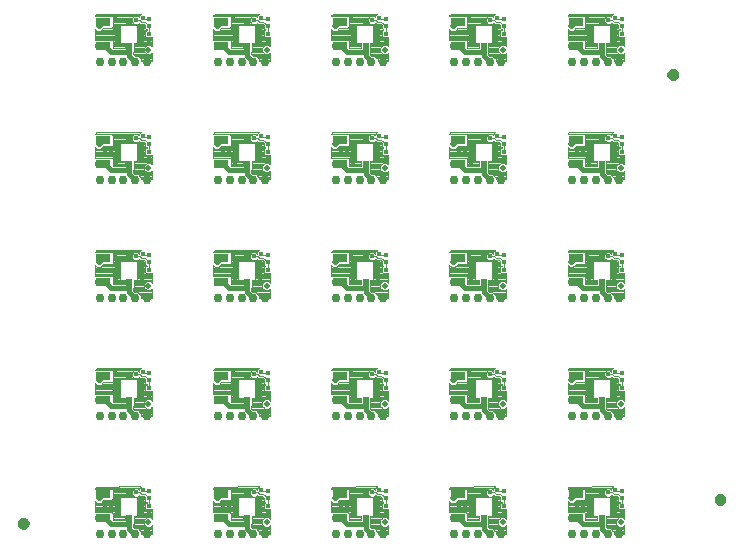
<source format=gtl>
G75*
%MOIN*%
%OFA0B0*%
%FSLAX25Y25*%
%IPPOS*%
%LPD*%
%AMOC8*
5,1,8,0,0,1.08239X$1,22.5*
%
%ADD10R,0.05118X0.02756*%
%ADD11R,0.01969X0.02756*%
%ADD12R,0.02362X0.05906*%
%ADD13R,0.01969X0.02362*%
%ADD14C,0.01969*%
%ADD15R,0.01575X0.01181*%
%ADD16C,0.02953*%
%ADD17C,0.01981*%
%ADD18C,0.01575*%
%ADD19C,0.00400*%
%ADD20C,0.01587*%
%ADD21C,0.00394*%
%ADD22C,0.00500*%
D10*
X0051197Y0046236D03*
X0051197Y0054110D03*
X0051197Y0085606D03*
X0051197Y0093480D03*
X0051197Y0124976D03*
X0051197Y0132850D03*
X0051197Y0164346D03*
X0051197Y0172220D03*
X0051197Y0203717D03*
X0051197Y0211591D03*
X0090567Y0211591D03*
X0090567Y0203717D03*
X0090567Y0172220D03*
X0090567Y0164346D03*
X0090567Y0132850D03*
X0090567Y0124976D03*
X0090567Y0093480D03*
X0090567Y0085606D03*
X0090567Y0054110D03*
X0090567Y0046236D03*
X0129937Y0046236D03*
X0129937Y0054110D03*
X0129937Y0085606D03*
X0129937Y0093480D03*
X0129937Y0124976D03*
X0129937Y0132850D03*
X0129937Y0164346D03*
X0129937Y0172220D03*
X0129937Y0203717D03*
X0129937Y0211591D03*
X0169307Y0211591D03*
X0169307Y0203717D03*
X0169307Y0172220D03*
X0169307Y0164346D03*
X0169307Y0132850D03*
X0169307Y0124976D03*
X0169307Y0093480D03*
X0169307Y0085606D03*
X0169307Y0054110D03*
X0169307Y0046236D03*
X0208677Y0046236D03*
X0208677Y0054110D03*
X0208677Y0085606D03*
X0208677Y0093480D03*
X0208677Y0124976D03*
X0208677Y0132850D03*
X0208677Y0164346D03*
X0208677Y0172220D03*
X0208677Y0203717D03*
X0208677Y0211591D03*
D11*
X0217339Y0203362D03*
X0177969Y0203362D03*
X0138598Y0203362D03*
X0099228Y0203362D03*
X0059858Y0203362D03*
X0059858Y0163992D03*
X0059858Y0124622D03*
X0099228Y0124622D03*
X0138598Y0124622D03*
X0138598Y0163992D03*
X0099228Y0163992D03*
X0177969Y0163992D03*
X0217339Y0163992D03*
X0217339Y0124622D03*
X0177969Y0124622D03*
X0177969Y0085252D03*
X0217339Y0085252D03*
X0217339Y0045882D03*
X0177969Y0045882D03*
X0138598Y0045882D03*
X0099228Y0045882D03*
X0059858Y0045882D03*
X0059858Y0085252D03*
X0099228Y0085252D03*
X0138598Y0085252D03*
D12*
X0134661Y0089583D03*
X0142535Y0089583D03*
X0174031Y0089583D03*
X0181906Y0089583D03*
X0213402Y0089583D03*
X0221276Y0089583D03*
X0221276Y0128953D03*
X0213402Y0128953D03*
X0181906Y0128953D03*
X0174031Y0128953D03*
X0142535Y0128953D03*
X0134661Y0128953D03*
X0103165Y0128953D03*
X0095291Y0128953D03*
X0063795Y0128953D03*
X0055921Y0128953D03*
X0055921Y0089583D03*
X0063795Y0089583D03*
X0095291Y0089583D03*
X0103165Y0089583D03*
X0103165Y0050213D03*
X0095291Y0050213D03*
X0063795Y0050213D03*
X0055921Y0050213D03*
X0134661Y0050213D03*
X0142535Y0050213D03*
X0174031Y0050213D03*
X0181906Y0050213D03*
X0213402Y0050213D03*
X0221276Y0050213D03*
X0221276Y0168323D03*
X0213402Y0168323D03*
X0181906Y0168323D03*
X0174031Y0168323D03*
X0142535Y0168323D03*
X0134661Y0168323D03*
X0103165Y0168323D03*
X0095291Y0168323D03*
X0063795Y0168323D03*
X0055921Y0168323D03*
X0055921Y0207693D03*
X0063795Y0207693D03*
X0095291Y0207693D03*
X0103165Y0207693D03*
X0134661Y0207693D03*
X0142535Y0207693D03*
X0174031Y0207693D03*
X0181906Y0207693D03*
X0213402Y0207693D03*
X0221276Y0207693D03*
D13*
X0217339Y0211630D03*
X0177969Y0211630D03*
X0138598Y0211630D03*
X0099228Y0211630D03*
X0059858Y0211630D03*
X0059858Y0172260D03*
X0059858Y0132890D03*
X0099228Y0132890D03*
X0138598Y0132890D03*
X0138598Y0172260D03*
X0099228Y0172260D03*
X0177969Y0172260D03*
X0217339Y0172260D03*
X0217339Y0132890D03*
X0177969Y0132890D03*
X0177969Y0093520D03*
X0217339Y0093520D03*
X0217339Y0054150D03*
X0177969Y0054150D03*
X0138598Y0054150D03*
X0099228Y0054150D03*
X0099228Y0093520D03*
X0138598Y0093520D03*
X0059858Y0093520D03*
X0059858Y0054150D03*
D14*
X0023638Y0044307D02*
X0023640Y0044369D01*
X0023646Y0044432D01*
X0023656Y0044493D01*
X0023670Y0044554D01*
X0023687Y0044614D01*
X0023708Y0044673D01*
X0023734Y0044730D01*
X0023762Y0044785D01*
X0023794Y0044839D01*
X0023830Y0044890D01*
X0023868Y0044940D01*
X0023910Y0044986D01*
X0023954Y0045030D01*
X0024002Y0045071D01*
X0024051Y0045109D01*
X0024103Y0045143D01*
X0024157Y0045174D01*
X0024213Y0045202D01*
X0024271Y0045226D01*
X0024330Y0045247D01*
X0024390Y0045263D01*
X0024451Y0045276D01*
X0024513Y0045285D01*
X0024575Y0045290D01*
X0024638Y0045291D01*
X0024700Y0045288D01*
X0024762Y0045281D01*
X0024824Y0045270D01*
X0024884Y0045255D01*
X0024944Y0045237D01*
X0025002Y0045215D01*
X0025059Y0045189D01*
X0025114Y0045159D01*
X0025167Y0045126D01*
X0025218Y0045090D01*
X0025266Y0045051D01*
X0025312Y0045008D01*
X0025355Y0044963D01*
X0025395Y0044915D01*
X0025432Y0044865D01*
X0025466Y0044812D01*
X0025497Y0044758D01*
X0025523Y0044702D01*
X0025547Y0044644D01*
X0025566Y0044584D01*
X0025582Y0044524D01*
X0025594Y0044462D01*
X0025602Y0044401D01*
X0025606Y0044338D01*
X0025606Y0044276D01*
X0025602Y0044213D01*
X0025594Y0044152D01*
X0025582Y0044090D01*
X0025566Y0044030D01*
X0025547Y0043970D01*
X0025523Y0043912D01*
X0025497Y0043856D01*
X0025466Y0043802D01*
X0025432Y0043749D01*
X0025395Y0043699D01*
X0025355Y0043651D01*
X0025312Y0043606D01*
X0025266Y0043563D01*
X0025218Y0043524D01*
X0025167Y0043488D01*
X0025114Y0043455D01*
X0025059Y0043425D01*
X0025002Y0043399D01*
X0024944Y0043377D01*
X0024884Y0043359D01*
X0024824Y0043344D01*
X0024762Y0043333D01*
X0024700Y0043326D01*
X0024638Y0043323D01*
X0024575Y0043324D01*
X0024513Y0043329D01*
X0024451Y0043338D01*
X0024390Y0043351D01*
X0024330Y0043367D01*
X0024271Y0043388D01*
X0024213Y0043412D01*
X0024157Y0043440D01*
X0024103Y0043471D01*
X0024051Y0043505D01*
X0024002Y0043543D01*
X0023954Y0043584D01*
X0023910Y0043628D01*
X0023868Y0043674D01*
X0023830Y0043724D01*
X0023794Y0043775D01*
X0023762Y0043829D01*
X0023734Y0043884D01*
X0023708Y0043941D01*
X0023687Y0044000D01*
X0023670Y0044060D01*
X0023656Y0044121D01*
X0023646Y0044182D01*
X0023640Y0044245D01*
X0023638Y0044307D01*
X0240173Y0193913D02*
X0240175Y0193975D01*
X0240181Y0194038D01*
X0240191Y0194099D01*
X0240205Y0194160D01*
X0240222Y0194220D01*
X0240243Y0194279D01*
X0240269Y0194336D01*
X0240297Y0194391D01*
X0240329Y0194445D01*
X0240365Y0194496D01*
X0240403Y0194546D01*
X0240445Y0194592D01*
X0240489Y0194636D01*
X0240537Y0194677D01*
X0240586Y0194715D01*
X0240638Y0194749D01*
X0240692Y0194780D01*
X0240748Y0194808D01*
X0240806Y0194832D01*
X0240865Y0194853D01*
X0240925Y0194869D01*
X0240986Y0194882D01*
X0241048Y0194891D01*
X0241110Y0194896D01*
X0241173Y0194897D01*
X0241235Y0194894D01*
X0241297Y0194887D01*
X0241359Y0194876D01*
X0241419Y0194861D01*
X0241479Y0194843D01*
X0241537Y0194821D01*
X0241594Y0194795D01*
X0241649Y0194765D01*
X0241702Y0194732D01*
X0241753Y0194696D01*
X0241801Y0194657D01*
X0241847Y0194614D01*
X0241890Y0194569D01*
X0241930Y0194521D01*
X0241967Y0194471D01*
X0242001Y0194418D01*
X0242032Y0194364D01*
X0242058Y0194308D01*
X0242082Y0194250D01*
X0242101Y0194190D01*
X0242117Y0194130D01*
X0242129Y0194068D01*
X0242137Y0194007D01*
X0242141Y0193944D01*
X0242141Y0193882D01*
X0242137Y0193819D01*
X0242129Y0193758D01*
X0242117Y0193696D01*
X0242101Y0193636D01*
X0242082Y0193576D01*
X0242058Y0193518D01*
X0242032Y0193462D01*
X0242001Y0193408D01*
X0241967Y0193355D01*
X0241930Y0193305D01*
X0241890Y0193257D01*
X0241847Y0193212D01*
X0241801Y0193169D01*
X0241753Y0193130D01*
X0241702Y0193094D01*
X0241649Y0193061D01*
X0241594Y0193031D01*
X0241537Y0193005D01*
X0241479Y0192983D01*
X0241419Y0192965D01*
X0241359Y0192950D01*
X0241297Y0192939D01*
X0241235Y0192932D01*
X0241173Y0192929D01*
X0241110Y0192930D01*
X0241048Y0192935D01*
X0240986Y0192944D01*
X0240925Y0192957D01*
X0240865Y0192973D01*
X0240806Y0192994D01*
X0240748Y0193018D01*
X0240692Y0193046D01*
X0240638Y0193077D01*
X0240586Y0193111D01*
X0240537Y0193149D01*
X0240489Y0193190D01*
X0240445Y0193234D01*
X0240403Y0193280D01*
X0240365Y0193330D01*
X0240329Y0193381D01*
X0240297Y0193435D01*
X0240269Y0193490D01*
X0240243Y0193547D01*
X0240222Y0193606D01*
X0240205Y0193666D01*
X0240191Y0193727D01*
X0240181Y0193788D01*
X0240175Y0193851D01*
X0240173Y0193913D01*
X0255922Y0052181D02*
X0255924Y0052243D01*
X0255930Y0052306D01*
X0255940Y0052367D01*
X0255954Y0052428D01*
X0255971Y0052488D01*
X0255992Y0052547D01*
X0256018Y0052604D01*
X0256046Y0052659D01*
X0256078Y0052713D01*
X0256114Y0052764D01*
X0256152Y0052814D01*
X0256194Y0052860D01*
X0256238Y0052904D01*
X0256286Y0052945D01*
X0256335Y0052983D01*
X0256387Y0053017D01*
X0256441Y0053048D01*
X0256497Y0053076D01*
X0256555Y0053100D01*
X0256614Y0053121D01*
X0256674Y0053137D01*
X0256735Y0053150D01*
X0256797Y0053159D01*
X0256859Y0053164D01*
X0256922Y0053165D01*
X0256984Y0053162D01*
X0257046Y0053155D01*
X0257108Y0053144D01*
X0257168Y0053129D01*
X0257228Y0053111D01*
X0257286Y0053089D01*
X0257343Y0053063D01*
X0257398Y0053033D01*
X0257451Y0053000D01*
X0257502Y0052964D01*
X0257550Y0052925D01*
X0257596Y0052882D01*
X0257639Y0052837D01*
X0257679Y0052789D01*
X0257716Y0052739D01*
X0257750Y0052686D01*
X0257781Y0052632D01*
X0257807Y0052576D01*
X0257831Y0052518D01*
X0257850Y0052458D01*
X0257866Y0052398D01*
X0257878Y0052336D01*
X0257886Y0052275D01*
X0257890Y0052212D01*
X0257890Y0052150D01*
X0257886Y0052087D01*
X0257878Y0052026D01*
X0257866Y0051964D01*
X0257850Y0051904D01*
X0257831Y0051844D01*
X0257807Y0051786D01*
X0257781Y0051730D01*
X0257750Y0051676D01*
X0257716Y0051623D01*
X0257679Y0051573D01*
X0257639Y0051525D01*
X0257596Y0051480D01*
X0257550Y0051437D01*
X0257502Y0051398D01*
X0257451Y0051362D01*
X0257398Y0051329D01*
X0257343Y0051299D01*
X0257286Y0051273D01*
X0257228Y0051251D01*
X0257168Y0051233D01*
X0257108Y0051218D01*
X0257046Y0051207D01*
X0256984Y0051200D01*
X0256922Y0051197D01*
X0256859Y0051198D01*
X0256797Y0051203D01*
X0256735Y0051212D01*
X0256674Y0051225D01*
X0256614Y0051241D01*
X0256555Y0051262D01*
X0256497Y0051286D01*
X0256441Y0051314D01*
X0256387Y0051345D01*
X0256335Y0051379D01*
X0256286Y0051417D01*
X0256238Y0051458D01*
X0256194Y0051502D01*
X0256152Y0051548D01*
X0256114Y0051598D01*
X0256078Y0051649D01*
X0256046Y0051703D01*
X0256018Y0051758D01*
X0255992Y0051815D01*
X0255971Y0051874D01*
X0255954Y0051934D01*
X0255940Y0051995D01*
X0255930Y0052056D01*
X0255924Y0052119D01*
X0255922Y0052181D01*
D15*
X0224031Y0052772D03*
X0224031Y0055134D03*
X0224031Y0050213D03*
X0224031Y0047850D03*
X0184661Y0047850D03*
X0184661Y0050213D03*
X0184661Y0052772D03*
X0184661Y0055134D03*
X0184661Y0087220D03*
X0184661Y0089583D03*
X0184661Y0092142D03*
X0184661Y0094504D03*
X0184661Y0126591D03*
X0184661Y0128953D03*
X0184661Y0131512D03*
X0184661Y0133874D03*
X0184661Y0165961D03*
X0184661Y0168323D03*
X0184661Y0170882D03*
X0184661Y0173244D03*
X0184661Y0205331D03*
X0184661Y0207693D03*
X0184661Y0210252D03*
X0184661Y0212614D03*
X0145291Y0212614D03*
X0145291Y0210252D03*
X0145291Y0207693D03*
X0145291Y0205331D03*
X0145291Y0173244D03*
X0145291Y0170882D03*
X0145291Y0168323D03*
X0145291Y0165961D03*
X0145291Y0133874D03*
X0145291Y0131512D03*
X0145291Y0128953D03*
X0145291Y0126591D03*
X0145291Y0094504D03*
X0145291Y0092142D03*
X0145291Y0089583D03*
X0145291Y0087220D03*
X0145291Y0055134D03*
X0145291Y0052772D03*
X0145291Y0050213D03*
X0145291Y0047850D03*
X0105921Y0047850D03*
X0105921Y0050213D03*
X0105921Y0052772D03*
X0105921Y0055134D03*
X0105921Y0087220D03*
X0105921Y0089583D03*
X0105921Y0092142D03*
X0105921Y0094504D03*
X0105921Y0126591D03*
X0105921Y0128953D03*
X0105921Y0131512D03*
X0105921Y0133874D03*
X0105921Y0165961D03*
X0105921Y0168323D03*
X0105921Y0170882D03*
X0105921Y0173244D03*
X0105921Y0205331D03*
X0105921Y0207693D03*
X0105921Y0210252D03*
X0105921Y0212614D03*
X0066551Y0212614D03*
X0066551Y0210252D03*
X0066551Y0207693D03*
X0066551Y0205331D03*
X0066551Y0173244D03*
X0066551Y0170882D03*
X0066551Y0168323D03*
X0066551Y0165961D03*
X0066551Y0133874D03*
X0066551Y0131512D03*
X0066551Y0128953D03*
X0066551Y0126591D03*
X0066551Y0094504D03*
X0066551Y0092142D03*
X0066551Y0089583D03*
X0066551Y0087220D03*
X0066551Y0055134D03*
X0066551Y0052772D03*
X0066551Y0050213D03*
X0066551Y0047850D03*
X0224031Y0087220D03*
X0224031Y0089583D03*
X0224031Y0092142D03*
X0224031Y0094504D03*
X0224031Y0126591D03*
X0224031Y0128953D03*
X0224031Y0131512D03*
X0224031Y0133874D03*
X0224031Y0165961D03*
X0224031Y0168323D03*
X0224031Y0170882D03*
X0224031Y0173244D03*
X0224031Y0205331D03*
X0224031Y0207693D03*
X0224031Y0210252D03*
X0224031Y0212614D03*
D16*
X0223244Y0198244D03*
X0219307Y0198244D03*
X0215370Y0198244D03*
X0211433Y0198244D03*
X0207496Y0198244D03*
X0183874Y0198244D03*
X0179937Y0198244D03*
X0176000Y0198244D03*
X0172063Y0198244D03*
X0168126Y0198244D03*
X0144504Y0198244D03*
X0140567Y0198244D03*
X0136630Y0198244D03*
X0132693Y0198244D03*
X0128756Y0198244D03*
X0105134Y0198244D03*
X0101197Y0198244D03*
X0097260Y0198244D03*
X0093323Y0198244D03*
X0089386Y0198244D03*
X0065764Y0198244D03*
X0061827Y0198244D03*
X0057890Y0198244D03*
X0053953Y0198244D03*
X0050016Y0198244D03*
X0050016Y0158874D03*
X0053953Y0158874D03*
X0057890Y0158874D03*
X0061827Y0158874D03*
X0065764Y0158874D03*
X0089386Y0158874D03*
X0093323Y0158874D03*
X0097260Y0158874D03*
X0101197Y0158874D03*
X0105134Y0158874D03*
X0128756Y0158874D03*
X0132693Y0158874D03*
X0136630Y0158874D03*
X0140567Y0158874D03*
X0144504Y0158874D03*
X0168126Y0158874D03*
X0172063Y0158874D03*
X0176000Y0158874D03*
X0179937Y0158874D03*
X0183874Y0158874D03*
X0207496Y0158874D03*
X0211433Y0158874D03*
X0215370Y0158874D03*
X0219307Y0158874D03*
X0223244Y0158874D03*
X0223244Y0119504D03*
X0219307Y0119504D03*
X0215370Y0119504D03*
X0211433Y0119504D03*
X0207496Y0119504D03*
X0183874Y0119504D03*
X0179937Y0119504D03*
X0176000Y0119504D03*
X0172063Y0119504D03*
X0168126Y0119504D03*
X0144504Y0119504D03*
X0140567Y0119504D03*
X0136630Y0119504D03*
X0132693Y0119504D03*
X0128756Y0119504D03*
X0105134Y0119504D03*
X0101197Y0119504D03*
X0097260Y0119504D03*
X0093323Y0119504D03*
X0089386Y0119504D03*
X0065764Y0119504D03*
X0061827Y0119504D03*
X0057890Y0119504D03*
X0053953Y0119504D03*
X0050016Y0119504D03*
X0050016Y0080134D03*
X0053953Y0080134D03*
X0057890Y0080134D03*
X0061827Y0080134D03*
X0065764Y0080134D03*
X0089386Y0080134D03*
X0093323Y0080134D03*
X0097260Y0080134D03*
X0101197Y0080134D03*
X0105134Y0080134D03*
X0128756Y0080134D03*
X0132693Y0080134D03*
X0136630Y0080134D03*
X0140567Y0080134D03*
X0144504Y0080134D03*
X0168126Y0080134D03*
X0172063Y0080134D03*
X0176000Y0080134D03*
X0179937Y0080134D03*
X0183874Y0080134D03*
X0207496Y0080134D03*
X0211433Y0080134D03*
X0215370Y0080134D03*
X0219307Y0080134D03*
X0223244Y0080134D03*
X0223244Y0040764D03*
X0219307Y0040764D03*
X0215370Y0040764D03*
X0211433Y0040764D03*
X0207496Y0040764D03*
X0183874Y0040764D03*
X0179937Y0040764D03*
X0176000Y0040764D03*
X0172063Y0040764D03*
X0168126Y0040764D03*
X0144504Y0040764D03*
X0140567Y0040764D03*
X0136630Y0040764D03*
X0132693Y0040764D03*
X0128756Y0040764D03*
X0105134Y0040764D03*
X0101197Y0040764D03*
X0097260Y0040764D03*
X0093323Y0040764D03*
X0089386Y0040764D03*
X0065764Y0040764D03*
X0061827Y0040764D03*
X0057890Y0040764D03*
X0053953Y0040764D03*
X0050016Y0040764D03*
D17*
X0049622Y0052772D03*
X0066236Y0044898D03*
X0088992Y0052772D03*
X0105606Y0044898D03*
X0128362Y0052772D03*
X0144976Y0044898D03*
X0167732Y0052772D03*
X0184346Y0044898D03*
X0207102Y0052772D03*
X0223717Y0044898D03*
X0223717Y0084268D03*
X0207102Y0092142D03*
X0184346Y0084268D03*
X0167732Y0092142D03*
X0144976Y0084268D03*
X0128362Y0092142D03*
X0105606Y0084268D03*
X0088992Y0092142D03*
X0066236Y0084268D03*
X0049622Y0092142D03*
X0066236Y0123638D03*
X0049622Y0131512D03*
X0066236Y0163008D03*
X0049622Y0170882D03*
X0066236Y0202378D03*
X0049622Y0210252D03*
X0088992Y0210252D03*
X0105606Y0202378D03*
X0128362Y0210252D03*
X0144976Y0202378D03*
X0167732Y0210252D03*
X0184346Y0202378D03*
X0207102Y0210252D03*
X0223717Y0202378D03*
X0207102Y0170882D03*
X0223717Y0163008D03*
X0207102Y0131512D03*
X0223717Y0123638D03*
X0184346Y0123638D03*
X0167732Y0131512D03*
X0144976Y0123638D03*
X0128362Y0131512D03*
X0105606Y0123638D03*
X0088992Y0131512D03*
X0105606Y0163008D03*
X0088992Y0170882D03*
X0128362Y0170882D03*
X0144976Y0163008D03*
X0167732Y0170882D03*
X0184346Y0163008D03*
D18*
X0179937Y0158874D02*
X0177969Y0160843D01*
X0177969Y0162220D01*
X0171866Y0162220D01*
X0169740Y0164346D01*
X0169307Y0164346D01*
X0169307Y0164376D01*
X0168943Y0164376D01*
X0167732Y0170882D02*
X0169071Y0172220D01*
X0169307Y0172220D01*
X0177969Y0163992D02*
X0177969Y0162220D01*
X0207102Y0170882D02*
X0208441Y0172220D01*
X0208677Y0172220D01*
X0208677Y0164376D02*
X0208313Y0164376D01*
X0208677Y0164376D02*
X0208677Y0164346D01*
X0209110Y0164346D01*
X0211236Y0162220D01*
X0217339Y0162220D01*
X0217339Y0163992D01*
X0217339Y0162220D02*
X0217339Y0160843D01*
X0219307Y0158874D01*
X0208677Y0132850D02*
X0208441Y0132850D01*
X0207102Y0131512D01*
X0208313Y0125006D02*
X0208677Y0125006D01*
X0208677Y0124976D01*
X0209110Y0124976D01*
X0211236Y0122850D01*
X0217339Y0122850D01*
X0217339Y0124622D01*
X0217339Y0122850D02*
X0217339Y0121472D01*
X0219307Y0119504D01*
X0208677Y0093480D02*
X0208441Y0093480D01*
X0207102Y0092142D01*
X0208313Y0085636D02*
X0208677Y0085636D01*
X0208677Y0085606D01*
X0209110Y0085606D01*
X0211236Y0083480D01*
X0217339Y0083480D01*
X0217339Y0085252D01*
X0217339Y0083480D02*
X0217339Y0082102D01*
X0219307Y0080134D01*
X0208677Y0054110D02*
X0208441Y0054110D01*
X0207102Y0052772D01*
X0208313Y0046266D02*
X0208677Y0046266D01*
X0208677Y0046236D01*
X0209110Y0046236D01*
X0211236Y0044110D01*
X0217339Y0044110D01*
X0217339Y0045882D01*
X0217339Y0044110D02*
X0217339Y0042732D01*
X0219307Y0040764D01*
X0179937Y0040764D02*
X0177969Y0042732D01*
X0177969Y0044110D01*
X0171866Y0044110D01*
X0169740Y0046236D01*
X0169307Y0046236D01*
X0169307Y0046266D01*
X0168943Y0046266D01*
X0167732Y0052772D02*
X0169071Y0054110D01*
X0169307Y0054110D01*
X0177969Y0045882D02*
X0177969Y0044110D01*
X0179937Y0080134D02*
X0177969Y0082102D01*
X0177969Y0083480D01*
X0171866Y0083480D01*
X0169740Y0085606D01*
X0169307Y0085606D01*
X0169307Y0085636D01*
X0168943Y0085636D01*
X0167732Y0092142D02*
X0169071Y0093480D01*
X0169307Y0093480D01*
X0177969Y0085252D02*
X0177969Y0083480D01*
X0140567Y0080134D02*
X0138598Y0082102D01*
X0138598Y0083480D01*
X0132496Y0083480D01*
X0130370Y0085606D01*
X0129937Y0085606D01*
X0129937Y0085636D01*
X0129573Y0085636D01*
X0128362Y0092142D02*
X0129701Y0093480D01*
X0129937Y0093480D01*
X0138598Y0085252D02*
X0138598Y0083480D01*
X0129937Y0054110D02*
X0129701Y0054110D01*
X0128362Y0052772D01*
X0129573Y0046266D02*
X0129937Y0046266D01*
X0129937Y0046236D01*
X0130370Y0046236D01*
X0132496Y0044110D01*
X0138598Y0044110D01*
X0138598Y0045882D01*
X0138598Y0044110D02*
X0138598Y0042732D01*
X0140567Y0040764D01*
X0101197Y0040764D02*
X0099228Y0042732D01*
X0099228Y0044110D01*
X0093126Y0044110D01*
X0091000Y0046236D01*
X0090567Y0046236D01*
X0090567Y0046266D01*
X0090203Y0046266D01*
X0088992Y0052772D02*
X0090331Y0054110D01*
X0090567Y0054110D01*
X0099228Y0045882D02*
X0099228Y0044110D01*
X0101197Y0080134D02*
X0099228Y0082102D01*
X0099228Y0083480D01*
X0093126Y0083480D01*
X0091000Y0085606D01*
X0090567Y0085606D01*
X0090567Y0085636D01*
X0090203Y0085636D01*
X0088992Y0092142D02*
X0090331Y0093480D01*
X0090567Y0093480D01*
X0099228Y0085252D02*
X0099228Y0083480D01*
X0061827Y0080134D02*
X0059858Y0082102D01*
X0059858Y0083480D01*
X0053756Y0083480D01*
X0051630Y0085606D01*
X0051197Y0085606D01*
X0051197Y0085636D01*
X0050833Y0085636D01*
X0049622Y0092142D02*
X0050961Y0093480D01*
X0051197Y0093480D01*
X0059858Y0085252D02*
X0059858Y0083480D01*
X0051197Y0054110D02*
X0050961Y0054110D01*
X0049622Y0052772D01*
X0050833Y0046266D02*
X0051197Y0046266D01*
X0051197Y0046236D01*
X0051630Y0046236D01*
X0053756Y0044110D01*
X0059858Y0044110D01*
X0059858Y0045882D01*
X0059858Y0044110D02*
X0059858Y0042732D01*
X0061827Y0040764D01*
X0061827Y0119504D02*
X0059858Y0121472D01*
X0059858Y0122850D01*
X0053756Y0122850D01*
X0051630Y0124976D01*
X0051197Y0124976D01*
X0051197Y0125006D01*
X0050833Y0125006D01*
X0049622Y0131512D02*
X0050961Y0132850D01*
X0051197Y0132850D01*
X0059858Y0124622D02*
X0059858Y0122850D01*
X0088992Y0131512D02*
X0090331Y0132850D01*
X0090567Y0132850D01*
X0090567Y0125006D02*
X0090203Y0125006D01*
X0090567Y0125006D02*
X0090567Y0124976D01*
X0091000Y0124976D01*
X0093126Y0122850D01*
X0099228Y0122850D01*
X0099228Y0124622D01*
X0099228Y0122850D02*
X0099228Y0121472D01*
X0101197Y0119504D01*
X0128362Y0131512D02*
X0129701Y0132850D01*
X0129937Y0132850D01*
X0129937Y0125006D02*
X0129573Y0125006D01*
X0129937Y0125006D02*
X0129937Y0124976D01*
X0130370Y0124976D01*
X0132496Y0122850D01*
X0138598Y0122850D01*
X0138598Y0124622D01*
X0138598Y0122850D02*
X0138598Y0121472D01*
X0140567Y0119504D01*
X0168943Y0125006D02*
X0169307Y0125006D01*
X0169307Y0124976D01*
X0169740Y0124976D01*
X0171866Y0122850D01*
X0177969Y0122850D01*
X0177969Y0124622D01*
X0177969Y0122850D02*
X0177969Y0121472D01*
X0179937Y0119504D01*
X0167732Y0131512D02*
X0169071Y0132850D01*
X0169307Y0132850D01*
X0140567Y0158874D02*
X0138598Y0160843D01*
X0138598Y0162220D01*
X0132496Y0162220D01*
X0130370Y0164346D01*
X0129937Y0164346D01*
X0129937Y0164376D01*
X0129573Y0164376D01*
X0128362Y0170882D02*
X0129701Y0172220D01*
X0129937Y0172220D01*
X0138598Y0163992D02*
X0138598Y0162220D01*
X0101197Y0158874D02*
X0099228Y0160843D01*
X0099228Y0162220D01*
X0093126Y0162220D01*
X0091000Y0164346D01*
X0090567Y0164346D01*
X0090567Y0164376D01*
X0090203Y0164376D01*
X0088992Y0170882D02*
X0090331Y0172220D01*
X0090567Y0172220D01*
X0099228Y0163992D02*
X0099228Y0162220D01*
X0061827Y0158874D02*
X0059858Y0160843D01*
X0059858Y0162220D01*
X0053756Y0162220D01*
X0051630Y0164346D01*
X0051197Y0164346D01*
X0051197Y0164376D01*
X0050833Y0164376D01*
X0049622Y0170882D02*
X0050961Y0172220D01*
X0051197Y0172220D01*
X0059858Y0163992D02*
X0059858Y0162220D01*
X0061827Y0198244D02*
X0059858Y0200213D01*
X0059858Y0201591D01*
X0053756Y0201591D01*
X0051630Y0203717D01*
X0051197Y0203717D01*
X0051197Y0203746D01*
X0050833Y0203746D01*
X0049622Y0210252D02*
X0050961Y0211591D01*
X0051197Y0211591D01*
X0059858Y0203362D02*
X0059858Y0201591D01*
X0088992Y0210252D02*
X0090331Y0211591D01*
X0090567Y0211591D01*
X0090567Y0203746D02*
X0090203Y0203746D01*
X0090567Y0203746D02*
X0090567Y0203717D01*
X0091000Y0203717D01*
X0093126Y0201591D01*
X0099228Y0201591D01*
X0099228Y0203362D01*
X0099228Y0201591D02*
X0099228Y0200213D01*
X0101197Y0198244D01*
X0128362Y0210252D02*
X0129701Y0211591D01*
X0129937Y0211591D01*
X0129937Y0203746D02*
X0129573Y0203746D01*
X0129937Y0203746D02*
X0129937Y0203717D01*
X0130370Y0203717D01*
X0132496Y0201591D01*
X0138598Y0201591D01*
X0138598Y0203362D01*
X0138598Y0201591D02*
X0138598Y0200213D01*
X0140567Y0198244D01*
X0168943Y0203746D02*
X0169307Y0203746D01*
X0169307Y0203717D01*
X0169740Y0203717D01*
X0171866Y0201591D01*
X0177969Y0201591D01*
X0177969Y0203362D01*
X0177969Y0201591D02*
X0177969Y0200213D01*
X0179937Y0198244D01*
X0167732Y0210252D02*
X0169071Y0211591D01*
X0169307Y0211591D01*
X0207102Y0210252D02*
X0208441Y0211591D01*
X0208677Y0211591D01*
X0208677Y0203746D02*
X0208313Y0203746D01*
X0208677Y0203746D02*
X0208677Y0203717D01*
X0209110Y0203717D01*
X0211236Y0201591D01*
X0217339Y0201591D01*
X0217339Y0203362D01*
X0217339Y0201591D02*
X0217339Y0200213D01*
X0219307Y0198244D01*
D19*
X0219172Y0200270D02*
X0218676Y0200767D01*
X0218676Y0201560D01*
X0218873Y0201756D01*
X0218873Y0204461D01*
X0219816Y0204461D01*
X0219980Y0204625D01*
X0219980Y0210564D01*
X0219816Y0210728D01*
X0214467Y0210728D01*
X0214304Y0210564D01*
X0214304Y0204625D01*
X0214467Y0204461D01*
X0215804Y0204461D01*
X0215804Y0202928D01*
X0211790Y0202928D01*
X0211786Y0202932D01*
X0211786Y0205322D01*
X0211464Y0205644D01*
X0205924Y0205644D01*
X0205924Y0209251D01*
X0206464Y0208711D01*
X0207740Y0208711D01*
X0208643Y0209614D01*
X0208643Y0209663D01*
X0211464Y0209663D01*
X0211786Y0209985D01*
X0211786Y0213196D01*
X0211464Y0213518D01*
X0205924Y0213518D01*
X0205924Y0213598D01*
X0205944Y0213750D01*
X0206096Y0214014D01*
X0206360Y0214166D01*
X0206512Y0214186D01*
X0213877Y0214186D01*
X0214224Y0214386D01*
X0220847Y0214386D01*
X0221158Y0214206D01*
X0220516Y0213564D01*
X0220516Y0213109D01*
X0220061Y0213564D01*
X0218947Y0213564D01*
X0218160Y0212777D01*
X0218160Y0211664D01*
X0218947Y0210877D01*
X0220061Y0210877D01*
X0220550Y0211366D01*
X0220558Y0211358D01*
X0220995Y0210920D01*
X0222307Y0210920D01*
X0222694Y0210533D01*
X0222694Y0209434D01*
X0223016Y0209111D01*
X0223285Y0209111D01*
X0223285Y0208833D01*
X0223016Y0208833D01*
X0222694Y0208511D01*
X0222694Y0206875D01*
X0223016Y0206552D01*
X0224816Y0206552D01*
X0224816Y0203457D01*
X0224355Y0203918D01*
X0223078Y0203918D01*
X0222176Y0203016D01*
X0222176Y0201740D01*
X0223078Y0200837D01*
X0224355Y0200837D01*
X0224816Y0201299D01*
X0224816Y0198444D01*
X0221333Y0198444D01*
X0221333Y0199083D01*
X0220146Y0200270D01*
X0219172Y0200270D01*
X0218788Y0200654D02*
X0224816Y0200654D01*
X0224816Y0200256D02*
X0220161Y0200256D01*
X0220560Y0199857D02*
X0224816Y0199857D01*
X0224816Y0199459D02*
X0220958Y0199459D01*
X0221333Y0199060D02*
X0224816Y0199060D01*
X0224816Y0198662D02*
X0221333Y0198662D01*
X0222863Y0201053D02*
X0218676Y0201053D01*
X0218676Y0201451D02*
X0222465Y0201451D01*
X0222176Y0201850D02*
X0218873Y0201850D01*
X0218873Y0202248D02*
X0222176Y0202248D01*
X0222176Y0202647D02*
X0218873Y0202647D01*
X0218873Y0203045D02*
X0222205Y0203045D01*
X0222604Y0203444D02*
X0218873Y0203444D01*
X0218873Y0203842D02*
X0223002Y0203842D01*
X0224431Y0203842D02*
X0224816Y0203842D01*
X0224816Y0204241D02*
X0218873Y0204241D01*
X0219980Y0204639D02*
X0224816Y0204639D01*
X0224816Y0205038D02*
X0219980Y0205038D01*
X0219980Y0205436D02*
X0224816Y0205436D01*
X0224816Y0205835D02*
X0219980Y0205835D01*
X0219980Y0206233D02*
X0224816Y0206233D01*
X0222937Y0206632D02*
X0219980Y0206632D01*
X0219980Y0207030D02*
X0222694Y0207030D01*
X0222694Y0207429D02*
X0219980Y0207429D01*
X0219980Y0207827D02*
X0222694Y0207827D01*
X0222694Y0208226D02*
X0219980Y0208226D01*
X0219980Y0208624D02*
X0222807Y0208624D01*
X0223285Y0209023D02*
X0219980Y0209023D01*
X0219980Y0209421D02*
X0222706Y0209421D01*
X0222694Y0209820D02*
X0219980Y0209820D01*
X0219980Y0210218D02*
X0222694Y0210218D01*
X0222610Y0210617D02*
X0219927Y0210617D01*
X0220199Y0211015D02*
X0220900Y0211015D01*
X0218809Y0211015D02*
X0211786Y0211015D01*
X0211786Y0210617D02*
X0214357Y0210617D01*
X0214304Y0210218D02*
X0211786Y0210218D01*
X0211621Y0209820D02*
X0214304Y0209820D01*
X0214304Y0209421D02*
X0208450Y0209421D01*
X0208052Y0209023D02*
X0214304Y0209023D01*
X0214304Y0208624D02*
X0205924Y0208624D01*
X0205924Y0208226D02*
X0214304Y0208226D01*
X0214304Y0207827D02*
X0205924Y0207827D01*
X0205924Y0207429D02*
X0214304Y0207429D01*
X0214304Y0207030D02*
X0205924Y0207030D01*
X0205924Y0206632D02*
X0214304Y0206632D01*
X0214304Y0206233D02*
X0205924Y0206233D01*
X0205924Y0205835D02*
X0214304Y0205835D01*
X0214304Y0205436D02*
X0211672Y0205436D01*
X0211786Y0205038D02*
X0214304Y0205038D01*
X0214304Y0204639D02*
X0211786Y0204639D01*
X0211786Y0204241D02*
X0215804Y0204241D01*
X0215804Y0203842D02*
X0211786Y0203842D01*
X0211786Y0203444D02*
X0215804Y0203444D01*
X0215804Y0203045D02*
X0211786Y0203045D01*
X0206153Y0209023D02*
X0205924Y0209023D01*
X0205976Y0213805D02*
X0220757Y0213805D01*
X0220516Y0213407D02*
X0220218Y0213407D01*
X0221155Y0214204D02*
X0213908Y0214204D01*
X0213877Y0214186D02*
X0213877Y0214186D01*
X0211786Y0213008D02*
X0218391Y0213008D01*
X0218160Y0212610D02*
X0211786Y0212610D01*
X0211786Y0212211D02*
X0218160Y0212211D01*
X0218160Y0211812D02*
X0211786Y0211812D01*
X0211786Y0211414D02*
X0218410Y0211414D01*
X0218790Y0213407D02*
X0211576Y0213407D01*
X0224570Y0201053D02*
X0224816Y0201053D01*
X0220847Y0175016D02*
X0214224Y0175016D01*
X0213877Y0174816D01*
X0206512Y0174816D01*
X0206360Y0174796D01*
X0206096Y0174644D01*
X0205944Y0174380D01*
X0205924Y0174228D01*
X0205924Y0174148D01*
X0211464Y0174148D01*
X0211786Y0173826D01*
X0211786Y0170615D01*
X0211464Y0170293D01*
X0208643Y0170293D01*
X0208643Y0170244D01*
X0207740Y0169341D01*
X0206464Y0169341D01*
X0205924Y0169881D01*
X0205924Y0166274D01*
X0211464Y0166274D01*
X0211786Y0165952D01*
X0211786Y0163562D01*
X0211790Y0163558D01*
X0215804Y0163558D01*
X0215804Y0165091D01*
X0214467Y0165091D01*
X0214304Y0165255D01*
X0214304Y0171194D01*
X0214467Y0171357D01*
X0219816Y0171357D01*
X0219980Y0171194D01*
X0219980Y0165255D01*
X0219816Y0165091D01*
X0218873Y0165091D01*
X0218873Y0162386D01*
X0218676Y0162189D01*
X0218676Y0161396D01*
X0219172Y0160900D01*
X0220146Y0160900D01*
X0221333Y0159713D01*
X0221333Y0159074D01*
X0224816Y0159074D01*
X0224816Y0161928D01*
X0224355Y0161467D01*
X0223078Y0161467D01*
X0222176Y0162370D01*
X0222176Y0163646D01*
X0223078Y0164548D01*
X0224355Y0164548D01*
X0224816Y0164087D01*
X0224816Y0167182D01*
X0223016Y0167182D01*
X0222694Y0167504D01*
X0222694Y0169141D01*
X0223016Y0169463D01*
X0223285Y0169463D01*
X0223285Y0169741D01*
X0223016Y0169741D01*
X0222694Y0170064D01*
X0222694Y0171163D01*
X0222307Y0171550D01*
X0220995Y0171550D01*
X0220558Y0171988D01*
X0220550Y0171996D01*
X0220061Y0171507D01*
X0218947Y0171507D01*
X0218160Y0172294D01*
X0218160Y0173407D01*
X0218947Y0174194D01*
X0220061Y0174194D01*
X0220516Y0173738D01*
X0220516Y0174194D01*
X0221158Y0174836D01*
X0220847Y0175016D01*
X0221073Y0174751D02*
X0206282Y0174751D01*
X0205941Y0174352D02*
X0220674Y0174352D01*
X0220516Y0173954D02*
X0220301Y0173954D01*
X0218707Y0173954D02*
X0211659Y0173954D01*
X0211786Y0173555D02*
X0218309Y0173555D01*
X0218160Y0173157D02*
X0211786Y0173157D01*
X0211786Y0172758D02*
X0218160Y0172758D01*
X0218160Y0172360D02*
X0211786Y0172360D01*
X0211786Y0171961D02*
X0218493Y0171961D01*
X0218891Y0171563D02*
X0211786Y0171563D01*
X0211786Y0171164D02*
X0214304Y0171164D01*
X0214304Y0170766D02*
X0211786Y0170766D01*
X0211539Y0170367D02*
X0214304Y0170367D01*
X0214304Y0169969D02*
X0208368Y0169969D01*
X0207969Y0169570D02*
X0214304Y0169570D01*
X0214304Y0169172D02*
X0205924Y0169172D01*
X0205924Y0169570D02*
X0206235Y0169570D01*
X0205924Y0168773D02*
X0214304Y0168773D01*
X0214304Y0168375D02*
X0205924Y0168375D01*
X0205924Y0167976D02*
X0214304Y0167976D01*
X0214304Y0167578D02*
X0205924Y0167578D01*
X0205924Y0167179D02*
X0214304Y0167179D01*
X0214304Y0166781D02*
X0205924Y0166781D01*
X0205924Y0166382D02*
X0214304Y0166382D01*
X0214304Y0165984D02*
X0211755Y0165984D01*
X0211786Y0165585D02*
X0214304Y0165585D01*
X0214372Y0165187D02*
X0211786Y0165187D01*
X0211786Y0164788D02*
X0215804Y0164788D01*
X0215804Y0164390D02*
X0211786Y0164390D01*
X0211786Y0163991D02*
X0215804Y0163991D01*
X0215804Y0163593D02*
X0211786Y0163593D01*
X0218676Y0161999D02*
X0222547Y0161999D01*
X0222176Y0162397D02*
X0218873Y0162397D01*
X0218873Y0162796D02*
X0222176Y0162796D01*
X0222176Y0163194D02*
X0218873Y0163194D01*
X0218873Y0163593D02*
X0222176Y0163593D01*
X0222521Y0163991D02*
X0218873Y0163991D01*
X0218873Y0164390D02*
X0222920Y0164390D01*
X0224513Y0164390D02*
X0224816Y0164390D01*
X0224816Y0164788D02*
X0218873Y0164788D01*
X0219912Y0165187D02*
X0224816Y0165187D01*
X0224816Y0165585D02*
X0219980Y0165585D01*
X0219980Y0165984D02*
X0224816Y0165984D01*
X0224816Y0166382D02*
X0219980Y0166382D01*
X0219980Y0166781D02*
X0224816Y0166781D01*
X0224816Y0167179D02*
X0219980Y0167179D01*
X0219980Y0167578D02*
X0222694Y0167578D01*
X0222694Y0167976D02*
X0219980Y0167976D01*
X0219980Y0168375D02*
X0222694Y0168375D01*
X0222694Y0168773D02*
X0219980Y0168773D01*
X0219980Y0169172D02*
X0222725Y0169172D01*
X0223285Y0169570D02*
X0219980Y0169570D01*
X0219980Y0169969D02*
X0222789Y0169969D01*
X0222694Y0170367D02*
X0219980Y0170367D01*
X0219980Y0170766D02*
X0222694Y0170766D01*
X0222693Y0171164D02*
X0219980Y0171164D01*
X0220117Y0171563D02*
X0220983Y0171563D01*
X0220584Y0171961D02*
X0220515Y0171961D01*
X0218676Y0161600D02*
X0222946Y0161600D01*
X0224487Y0161600D02*
X0224816Y0161600D01*
X0224816Y0161202D02*
X0218871Y0161202D01*
X0220244Y0160803D02*
X0224816Y0160803D01*
X0224816Y0160405D02*
X0220642Y0160405D01*
X0221041Y0160006D02*
X0224816Y0160006D01*
X0224816Y0159608D02*
X0221333Y0159608D01*
X0221333Y0159209D02*
X0224816Y0159209D01*
X0220847Y0135646D02*
X0214224Y0135646D01*
X0213877Y0135446D01*
X0206512Y0135446D01*
X0206360Y0135426D01*
X0206096Y0135274D01*
X0205944Y0135010D01*
X0205924Y0134858D01*
X0205924Y0134778D01*
X0211464Y0134778D01*
X0211786Y0134456D01*
X0211786Y0131245D01*
X0211464Y0130922D01*
X0208643Y0130922D01*
X0208643Y0130874D01*
X0207740Y0129971D01*
X0206464Y0129971D01*
X0205924Y0130511D01*
X0205924Y0126904D01*
X0211464Y0126904D01*
X0211786Y0126582D01*
X0211786Y0124192D01*
X0211790Y0124188D01*
X0215804Y0124188D01*
X0215804Y0125721D01*
X0214467Y0125721D01*
X0214304Y0125885D01*
X0214304Y0131824D01*
X0214467Y0131987D01*
X0219816Y0131987D01*
X0219980Y0131824D01*
X0219980Y0125885D01*
X0219816Y0125721D01*
X0218873Y0125721D01*
X0218873Y0123016D01*
X0218676Y0122819D01*
X0218676Y0122026D01*
X0219172Y0121530D01*
X0220146Y0121530D01*
X0221333Y0120343D01*
X0221333Y0119704D01*
X0224816Y0119704D01*
X0224816Y0122558D01*
X0224355Y0122097D01*
X0223078Y0122097D01*
X0222176Y0123000D01*
X0222176Y0124276D01*
X0223078Y0125178D01*
X0224355Y0125178D01*
X0224816Y0124717D01*
X0224816Y0127812D01*
X0223016Y0127812D01*
X0222694Y0128134D01*
X0222694Y0129771D01*
X0223016Y0130093D01*
X0223285Y0130093D01*
X0223285Y0130371D01*
X0223016Y0130371D01*
X0222694Y0130693D01*
X0222694Y0131793D01*
X0222307Y0132180D01*
X0220995Y0132180D01*
X0220558Y0132618D01*
X0220550Y0132626D01*
X0220061Y0132137D01*
X0218947Y0132137D01*
X0218160Y0132924D01*
X0218160Y0134037D01*
X0218947Y0134824D01*
X0220061Y0134824D01*
X0220516Y0134368D01*
X0220516Y0134824D01*
X0221158Y0135466D01*
X0220847Y0135646D01*
X0220990Y0135298D02*
X0206139Y0135298D01*
X0205930Y0134900D02*
X0220592Y0134900D01*
X0220516Y0134501D02*
X0220383Y0134501D01*
X0218625Y0134501D02*
X0211741Y0134501D01*
X0211786Y0134103D02*
X0218226Y0134103D01*
X0218160Y0133704D02*
X0211786Y0133704D01*
X0211786Y0133306D02*
X0218160Y0133306D01*
X0218177Y0132907D02*
X0211786Y0132907D01*
X0211786Y0132509D02*
X0218575Y0132509D01*
X0219980Y0131712D02*
X0222694Y0131712D01*
X0222694Y0131313D02*
X0219980Y0131313D01*
X0219980Y0130915D02*
X0222694Y0130915D01*
X0222871Y0130516D02*
X0219980Y0130516D01*
X0219980Y0130118D02*
X0223285Y0130118D01*
X0222694Y0129719D02*
X0219980Y0129719D01*
X0219980Y0129321D02*
X0222694Y0129321D01*
X0222694Y0128922D02*
X0219980Y0128922D01*
X0219980Y0128524D02*
X0222694Y0128524D01*
X0222703Y0128125D02*
X0219980Y0128125D01*
X0219980Y0127727D02*
X0224816Y0127727D01*
X0224816Y0127328D02*
X0219980Y0127328D01*
X0219980Y0126930D02*
X0224816Y0126930D01*
X0224816Y0126531D02*
X0219980Y0126531D01*
X0219980Y0126133D02*
X0224816Y0126133D01*
X0224816Y0125734D02*
X0219829Y0125734D01*
X0218873Y0125336D02*
X0224816Y0125336D01*
X0224816Y0124937D02*
X0224596Y0124937D01*
X0222837Y0124937D02*
X0218873Y0124937D01*
X0218873Y0124539D02*
X0222439Y0124539D01*
X0222176Y0124140D02*
X0218873Y0124140D01*
X0218873Y0123741D02*
X0222176Y0123741D01*
X0222176Y0123343D02*
X0218873Y0123343D01*
X0218801Y0122944D02*
X0222231Y0122944D01*
X0222630Y0122546D02*
X0218676Y0122546D01*
X0218676Y0122147D02*
X0223028Y0122147D01*
X0224405Y0122147D02*
X0224816Y0122147D01*
X0224816Y0121749D02*
X0218953Y0121749D01*
X0220326Y0121350D02*
X0224816Y0121350D01*
X0224816Y0120952D02*
X0220725Y0120952D01*
X0221123Y0120553D02*
X0224816Y0120553D01*
X0224816Y0120155D02*
X0221333Y0120155D01*
X0221333Y0119756D02*
X0224816Y0119756D01*
X0224803Y0122546D02*
X0224816Y0122546D01*
X0215804Y0124539D02*
X0211786Y0124539D01*
X0211786Y0124937D02*
X0215804Y0124937D01*
X0215804Y0125336D02*
X0211786Y0125336D01*
X0211786Y0125734D02*
X0214454Y0125734D01*
X0214304Y0126133D02*
X0211786Y0126133D01*
X0211786Y0126531D02*
X0214304Y0126531D01*
X0214304Y0126930D02*
X0205924Y0126930D01*
X0205924Y0127328D02*
X0214304Y0127328D01*
X0214304Y0127727D02*
X0205924Y0127727D01*
X0205924Y0128125D02*
X0214304Y0128125D01*
X0214304Y0128524D02*
X0205924Y0128524D01*
X0205924Y0128922D02*
X0214304Y0128922D01*
X0214304Y0129321D02*
X0205924Y0129321D01*
X0205924Y0129719D02*
X0214304Y0129719D01*
X0214304Y0130118D02*
X0207887Y0130118D01*
X0208285Y0130516D02*
X0214304Y0130516D01*
X0214304Y0130915D02*
X0208643Y0130915D01*
X0206318Y0130118D02*
X0205924Y0130118D01*
X0211786Y0131313D02*
X0214304Y0131313D01*
X0214304Y0131712D02*
X0211786Y0131712D01*
X0211786Y0132110D02*
X0222377Y0132110D01*
X0220667Y0132509D02*
X0220433Y0132509D01*
X0185446Y0127812D02*
X0185446Y0124717D01*
X0184985Y0125178D01*
X0183708Y0125178D01*
X0182806Y0124276D01*
X0182806Y0123000D01*
X0183708Y0122097D01*
X0184985Y0122097D01*
X0185446Y0122558D01*
X0185446Y0119704D01*
X0181963Y0119704D01*
X0181963Y0120343D01*
X0180776Y0121530D01*
X0179802Y0121530D01*
X0179306Y0122026D01*
X0179306Y0122819D01*
X0179503Y0123016D01*
X0179503Y0125721D01*
X0180446Y0125721D01*
X0180609Y0125885D01*
X0180609Y0131824D01*
X0180446Y0131987D01*
X0175097Y0131987D01*
X0174934Y0131824D01*
X0174934Y0125885D01*
X0175097Y0125721D01*
X0176434Y0125721D01*
X0176434Y0124188D01*
X0172420Y0124188D01*
X0172416Y0124192D01*
X0172416Y0126582D01*
X0172094Y0126904D01*
X0166554Y0126904D01*
X0166554Y0130511D01*
X0167094Y0129971D01*
X0168370Y0129971D01*
X0169273Y0130874D01*
X0169273Y0130922D01*
X0172094Y0130922D01*
X0172416Y0131245D01*
X0172416Y0134456D01*
X0172094Y0134778D01*
X0166554Y0134778D01*
X0166554Y0134858D01*
X0166574Y0135010D01*
X0166726Y0135274D01*
X0166990Y0135426D01*
X0167142Y0135446D01*
X0174507Y0135446D01*
X0174853Y0135646D01*
X0181477Y0135646D01*
X0181788Y0135466D01*
X0181146Y0134824D01*
X0181146Y0134368D01*
X0180690Y0134824D01*
X0179577Y0134824D01*
X0178790Y0134037D01*
X0178790Y0132924D01*
X0179577Y0132137D01*
X0180690Y0132137D01*
X0181180Y0132626D01*
X0181188Y0132618D01*
X0181625Y0132180D01*
X0182937Y0132180D01*
X0183324Y0131793D01*
X0183324Y0130693D01*
X0183646Y0130371D01*
X0183915Y0130371D01*
X0183915Y0130093D01*
X0183646Y0130093D01*
X0183324Y0129771D01*
X0183324Y0128134D01*
X0183646Y0127812D01*
X0185446Y0127812D01*
X0185446Y0127727D02*
X0180609Y0127727D01*
X0180609Y0128125D02*
X0183333Y0128125D01*
X0183324Y0128524D02*
X0180609Y0128524D01*
X0180609Y0128922D02*
X0183324Y0128922D01*
X0183324Y0129321D02*
X0180609Y0129321D01*
X0180609Y0129719D02*
X0183324Y0129719D01*
X0183915Y0130118D02*
X0180609Y0130118D01*
X0180609Y0130516D02*
X0183501Y0130516D01*
X0183324Y0130915D02*
X0180609Y0130915D01*
X0180609Y0131313D02*
X0183324Y0131313D01*
X0183324Y0131712D02*
X0180609Y0131712D01*
X0181063Y0132509D02*
X0181297Y0132509D01*
X0183007Y0132110D02*
X0172416Y0132110D01*
X0172416Y0131712D02*
X0174934Y0131712D01*
X0174934Y0131313D02*
X0172416Y0131313D01*
X0172416Y0132509D02*
X0179205Y0132509D01*
X0178807Y0132907D02*
X0172416Y0132907D01*
X0172416Y0133306D02*
X0178790Y0133306D01*
X0178790Y0133704D02*
X0172416Y0133704D01*
X0172416Y0134103D02*
X0178856Y0134103D01*
X0179255Y0134501D02*
X0172371Y0134501D01*
X0174934Y0130915D02*
X0169273Y0130915D01*
X0168915Y0130516D02*
X0174934Y0130516D01*
X0174934Y0130118D02*
X0168517Y0130118D01*
X0166948Y0130118D02*
X0166554Y0130118D01*
X0166554Y0129719D02*
X0174934Y0129719D01*
X0174934Y0129321D02*
X0166554Y0129321D01*
X0166554Y0128922D02*
X0174934Y0128922D01*
X0174934Y0128524D02*
X0166554Y0128524D01*
X0166554Y0128125D02*
X0174934Y0128125D01*
X0174934Y0127727D02*
X0166554Y0127727D01*
X0166554Y0127328D02*
X0174934Y0127328D01*
X0174934Y0126930D02*
X0166554Y0126930D01*
X0172416Y0126531D02*
X0174934Y0126531D01*
X0174934Y0126133D02*
X0172416Y0126133D01*
X0172416Y0125734D02*
X0175084Y0125734D01*
X0176434Y0125336D02*
X0172416Y0125336D01*
X0172416Y0124937D02*
X0176434Y0124937D01*
X0176434Y0124539D02*
X0172416Y0124539D01*
X0179503Y0124539D02*
X0183069Y0124539D01*
X0182806Y0124140D02*
X0179503Y0124140D01*
X0179503Y0123741D02*
X0182806Y0123741D01*
X0182806Y0123343D02*
X0179503Y0123343D01*
X0179431Y0122944D02*
X0182861Y0122944D01*
X0183260Y0122546D02*
X0179306Y0122546D01*
X0179306Y0122147D02*
X0183658Y0122147D01*
X0185035Y0122147D02*
X0185446Y0122147D01*
X0185446Y0121749D02*
X0179583Y0121749D01*
X0180956Y0121350D02*
X0185446Y0121350D01*
X0185446Y0120952D02*
X0181355Y0120952D01*
X0181753Y0120553D02*
X0185446Y0120553D01*
X0185446Y0120155D02*
X0181963Y0120155D01*
X0181963Y0119756D02*
X0185446Y0119756D01*
X0185433Y0122546D02*
X0185446Y0122546D01*
X0185446Y0124937D02*
X0185226Y0124937D01*
X0185446Y0125336D02*
X0179503Y0125336D01*
X0179503Y0124937D02*
X0183467Y0124937D01*
X0185446Y0125734D02*
X0180459Y0125734D01*
X0180609Y0126133D02*
X0185446Y0126133D01*
X0185446Y0126531D02*
X0180609Y0126531D01*
X0180609Y0126930D02*
X0185446Y0126930D01*
X0185446Y0127328D02*
X0180609Y0127328D01*
X0181013Y0134501D02*
X0181146Y0134501D01*
X0181222Y0134900D02*
X0166560Y0134900D01*
X0166769Y0135298D02*
X0181620Y0135298D01*
X0181963Y0159074D02*
X0181963Y0159713D01*
X0180776Y0160900D01*
X0179802Y0160900D01*
X0179306Y0161396D01*
X0179306Y0162190D01*
X0179503Y0162386D01*
X0179503Y0165091D01*
X0180446Y0165091D01*
X0180609Y0165255D01*
X0180609Y0171194D01*
X0180446Y0171357D01*
X0175097Y0171357D01*
X0174934Y0171194D01*
X0174934Y0165255D01*
X0175097Y0165091D01*
X0176434Y0165091D01*
X0176434Y0163558D01*
X0172420Y0163558D01*
X0172416Y0163562D01*
X0172416Y0165952D01*
X0172094Y0166274D01*
X0166554Y0166274D01*
X0166554Y0169881D01*
X0167094Y0169341D01*
X0168370Y0169341D01*
X0169273Y0170244D01*
X0169273Y0170293D01*
X0172094Y0170293D01*
X0172416Y0170615D01*
X0172416Y0173826D01*
X0172094Y0174148D01*
X0166554Y0174148D01*
X0166554Y0174228D01*
X0166574Y0174380D01*
X0166726Y0174644D01*
X0166990Y0174796D01*
X0167142Y0174816D01*
X0174507Y0174816D01*
X0174853Y0175016D01*
X0181477Y0175016D01*
X0181788Y0174836D01*
X0181146Y0174194D01*
X0181146Y0173738D01*
X0180690Y0174194D01*
X0179577Y0174194D01*
X0178790Y0173407D01*
X0178790Y0172294D01*
X0179577Y0171507D01*
X0180690Y0171507D01*
X0181180Y0171996D01*
X0181188Y0171988D01*
X0181625Y0171550D01*
X0182937Y0171550D01*
X0183324Y0171163D01*
X0183324Y0170064D01*
X0183646Y0169741D01*
X0183915Y0169741D01*
X0183915Y0169463D01*
X0183646Y0169463D01*
X0183324Y0169141D01*
X0183324Y0167504D01*
X0183646Y0167182D01*
X0185446Y0167182D01*
X0185446Y0164087D01*
X0184985Y0164548D01*
X0183708Y0164548D01*
X0182806Y0163646D01*
X0182806Y0162370D01*
X0183708Y0161467D01*
X0184985Y0161467D01*
X0185446Y0161928D01*
X0185446Y0159074D01*
X0181963Y0159074D01*
X0181963Y0159209D02*
X0185446Y0159209D01*
X0185446Y0159608D02*
X0181963Y0159608D01*
X0181671Y0160006D02*
X0185446Y0160006D01*
X0185446Y0160405D02*
X0181272Y0160405D01*
X0180874Y0160803D02*
X0185446Y0160803D01*
X0185446Y0161202D02*
X0179501Y0161202D01*
X0179306Y0161600D02*
X0183576Y0161600D01*
X0183177Y0161999D02*
X0179306Y0161999D01*
X0179503Y0162397D02*
X0182806Y0162397D01*
X0182806Y0162796D02*
X0179503Y0162796D01*
X0179503Y0163194D02*
X0182806Y0163194D01*
X0182806Y0163593D02*
X0179503Y0163593D01*
X0179503Y0163991D02*
X0183151Y0163991D01*
X0183550Y0164390D02*
X0179503Y0164390D01*
X0179503Y0164788D02*
X0185446Y0164788D01*
X0185446Y0164390D02*
X0185143Y0164390D01*
X0185446Y0165187D02*
X0180541Y0165187D01*
X0180609Y0165585D02*
X0185446Y0165585D01*
X0185446Y0165984D02*
X0180609Y0165984D01*
X0180609Y0166382D02*
X0185446Y0166382D01*
X0185446Y0166781D02*
X0180609Y0166781D01*
X0180609Y0167179D02*
X0185446Y0167179D01*
X0183324Y0167578D02*
X0180609Y0167578D01*
X0180609Y0167976D02*
X0183324Y0167976D01*
X0183324Y0168375D02*
X0180609Y0168375D01*
X0180609Y0168773D02*
X0183324Y0168773D01*
X0183355Y0169172D02*
X0180609Y0169172D01*
X0180609Y0169570D02*
X0183915Y0169570D01*
X0183419Y0169969D02*
X0180609Y0169969D01*
X0180609Y0170367D02*
X0183324Y0170367D01*
X0183324Y0170766D02*
X0180609Y0170766D01*
X0180609Y0171164D02*
X0183323Y0171164D01*
X0181613Y0171563D02*
X0180747Y0171563D01*
X0181145Y0171961D02*
X0181214Y0171961D01*
X0179521Y0171563D02*
X0172416Y0171563D01*
X0172416Y0171961D02*
X0179123Y0171961D01*
X0178790Y0172360D02*
X0172416Y0172360D01*
X0172416Y0172758D02*
X0178790Y0172758D01*
X0178790Y0173157D02*
X0172416Y0173157D01*
X0172416Y0173555D02*
X0178939Y0173555D01*
X0179337Y0173954D02*
X0172288Y0173954D01*
X0174507Y0174816D02*
X0174507Y0174816D01*
X0174934Y0171164D02*
X0172416Y0171164D01*
X0172416Y0170766D02*
X0174934Y0170766D01*
X0174934Y0170367D02*
X0172169Y0170367D01*
X0174934Y0169969D02*
X0168998Y0169969D01*
X0168599Y0169570D02*
X0174934Y0169570D01*
X0174934Y0169172D02*
X0166554Y0169172D01*
X0166554Y0169570D02*
X0166865Y0169570D01*
X0166554Y0168773D02*
X0174934Y0168773D01*
X0174934Y0168375D02*
X0166554Y0168375D01*
X0166554Y0167976D02*
X0174934Y0167976D01*
X0174934Y0167578D02*
X0166554Y0167578D01*
X0166554Y0167179D02*
X0174934Y0167179D01*
X0174934Y0166781D02*
X0166554Y0166781D01*
X0166554Y0166382D02*
X0174934Y0166382D01*
X0174934Y0165984D02*
X0172385Y0165984D01*
X0172416Y0165585D02*
X0174934Y0165585D01*
X0175002Y0165187D02*
X0172416Y0165187D01*
X0172416Y0164788D02*
X0176434Y0164788D01*
X0176434Y0164390D02*
X0172416Y0164390D01*
X0172416Y0163991D02*
X0176434Y0163991D01*
X0176434Y0163593D02*
X0172416Y0163593D01*
X0166571Y0174352D02*
X0181304Y0174352D01*
X0181146Y0173954D02*
X0180931Y0173954D01*
X0181703Y0174751D02*
X0166912Y0174751D01*
X0146076Y0167182D02*
X0146076Y0164087D01*
X0145614Y0164548D01*
X0144338Y0164548D01*
X0143436Y0163646D01*
X0143436Y0162370D01*
X0144338Y0161467D01*
X0145614Y0161467D01*
X0146076Y0161928D01*
X0146076Y0159074D01*
X0142593Y0159074D01*
X0142593Y0159713D01*
X0141406Y0160900D01*
X0140432Y0160900D01*
X0139936Y0161396D01*
X0139936Y0162189D01*
X0140133Y0162386D01*
X0140133Y0165091D01*
X0141076Y0165091D01*
X0141239Y0165255D01*
X0141239Y0171194D01*
X0141076Y0171357D01*
X0135727Y0171357D01*
X0135564Y0171194D01*
X0135564Y0165255D01*
X0135727Y0165091D01*
X0137064Y0165091D01*
X0137064Y0163558D01*
X0133050Y0163558D01*
X0133046Y0163562D01*
X0133046Y0165952D01*
X0132724Y0166274D01*
X0127184Y0166274D01*
X0127184Y0169881D01*
X0127724Y0169341D01*
X0129000Y0169341D01*
X0129903Y0170244D01*
X0129903Y0170293D01*
X0132724Y0170293D01*
X0133046Y0170615D01*
X0133046Y0173826D01*
X0132724Y0174148D01*
X0127184Y0174148D01*
X0127184Y0174228D01*
X0127204Y0174380D01*
X0127356Y0174644D01*
X0127620Y0174796D01*
X0127772Y0174816D01*
X0135137Y0174816D01*
X0135483Y0175016D01*
X0142107Y0175016D01*
X0142418Y0174836D01*
X0141776Y0174194D01*
X0141776Y0173738D01*
X0141320Y0174194D01*
X0140207Y0174194D01*
X0139420Y0173407D01*
X0139420Y0172294D01*
X0140207Y0171507D01*
X0141320Y0171507D01*
X0141810Y0171996D01*
X0141818Y0171988D01*
X0142255Y0171550D01*
X0143567Y0171550D01*
X0143954Y0171163D01*
X0143954Y0170064D01*
X0144276Y0169741D01*
X0144544Y0169741D01*
X0144544Y0169463D01*
X0144276Y0169463D01*
X0143954Y0169141D01*
X0143954Y0167504D01*
X0144276Y0167182D01*
X0146076Y0167182D01*
X0146076Y0167179D02*
X0141239Y0167179D01*
X0141239Y0166781D02*
X0146076Y0166781D01*
X0146076Y0166382D02*
X0141239Y0166382D01*
X0141239Y0165984D02*
X0146076Y0165984D01*
X0146076Y0165585D02*
X0141239Y0165585D01*
X0141171Y0165187D02*
X0146076Y0165187D01*
X0146076Y0164788D02*
X0140133Y0164788D01*
X0140133Y0164390D02*
X0144179Y0164390D01*
X0143781Y0163991D02*
X0140133Y0163991D01*
X0140133Y0163593D02*
X0143436Y0163593D01*
X0143436Y0163194D02*
X0140133Y0163194D01*
X0140133Y0162796D02*
X0143436Y0162796D01*
X0143436Y0162397D02*
X0140133Y0162397D01*
X0139936Y0161999D02*
X0143807Y0161999D01*
X0144206Y0161600D02*
X0139936Y0161600D01*
X0140131Y0161202D02*
X0146076Y0161202D01*
X0146076Y0161600D02*
X0145747Y0161600D01*
X0146076Y0160803D02*
X0141504Y0160803D01*
X0141902Y0160405D02*
X0146076Y0160405D01*
X0146076Y0160006D02*
X0142301Y0160006D01*
X0142593Y0159608D02*
X0146076Y0159608D01*
X0146076Y0159209D02*
X0142593Y0159209D01*
X0145773Y0164390D02*
X0146076Y0164390D01*
X0143954Y0167578D02*
X0141239Y0167578D01*
X0141239Y0167976D02*
X0143954Y0167976D01*
X0143954Y0168375D02*
X0141239Y0168375D01*
X0141239Y0168773D02*
X0143954Y0168773D01*
X0143985Y0169172D02*
X0141239Y0169172D01*
X0141239Y0169570D02*
X0144544Y0169570D01*
X0144049Y0169969D02*
X0141239Y0169969D01*
X0141239Y0170367D02*
X0143954Y0170367D01*
X0143954Y0170766D02*
X0141239Y0170766D01*
X0141239Y0171164D02*
X0143953Y0171164D01*
X0142243Y0171563D02*
X0141376Y0171563D01*
X0141775Y0171961D02*
X0141844Y0171961D01*
X0140151Y0171563D02*
X0133046Y0171563D01*
X0133046Y0171961D02*
X0139753Y0171961D01*
X0139420Y0172360D02*
X0133046Y0172360D01*
X0133046Y0172758D02*
X0139420Y0172758D01*
X0139420Y0173157D02*
X0133046Y0173157D01*
X0133046Y0173555D02*
X0139569Y0173555D01*
X0139967Y0173954D02*
X0132918Y0173954D01*
X0133046Y0171164D02*
X0135564Y0171164D01*
X0135564Y0170766D02*
X0133046Y0170766D01*
X0132799Y0170367D02*
X0135564Y0170367D01*
X0135564Y0169969D02*
X0129628Y0169969D01*
X0129229Y0169570D02*
X0135564Y0169570D01*
X0135564Y0169172D02*
X0127184Y0169172D01*
X0127184Y0169570D02*
X0127495Y0169570D01*
X0127184Y0168773D02*
X0135564Y0168773D01*
X0135564Y0168375D02*
X0127184Y0168375D01*
X0127184Y0167976D02*
X0135564Y0167976D01*
X0135564Y0167578D02*
X0127184Y0167578D01*
X0127184Y0167179D02*
X0135564Y0167179D01*
X0135564Y0166781D02*
X0127184Y0166781D01*
X0127184Y0166382D02*
X0135564Y0166382D01*
X0135564Y0165984D02*
X0133015Y0165984D01*
X0133046Y0165585D02*
X0135564Y0165585D01*
X0135632Y0165187D02*
X0133046Y0165187D01*
X0133046Y0164788D02*
X0137064Y0164788D01*
X0137064Y0164390D02*
X0133046Y0164390D01*
X0133046Y0163991D02*
X0137064Y0163991D01*
X0137064Y0163593D02*
X0133046Y0163593D01*
X0127201Y0174352D02*
X0141934Y0174352D01*
X0141776Y0173954D02*
X0141561Y0173954D01*
X0142333Y0174751D02*
X0127542Y0174751D01*
X0106706Y0167182D02*
X0106706Y0164087D01*
X0106244Y0164548D01*
X0104968Y0164548D01*
X0104066Y0163646D01*
X0104066Y0162370D01*
X0104968Y0161467D01*
X0106244Y0161467D01*
X0106706Y0161928D01*
X0106706Y0159074D01*
X0103223Y0159074D01*
X0103223Y0159713D01*
X0102036Y0160900D01*
X0101062Y0160900D01*
X0100566Y0161396D01*
X0100566Y0162190D01*
X0100763Y0162386D01*
X0100763Y0165091D01*
X0101706Y0165091D01*
X0101869Y0165255D01*
X0101869Y0171194D01*
X0101706Y0171357D01*
X0096357Y0171357D01*
X0096194Y0171194D01*
X0096194Y0165255D01*
X0096357Y0165091D01*
X0097694Y0165091D01*
X0097694Y0163558D01*
X0093680Y0163558D01*
X0093676Y0163562D01*
X0093676Y0165952D01*
X0093354Y0166274D01*
X0087814Y0166274D01*
X0087814Y0169881D01*
X0088354Y0169341D01*
X0089630Y0169341D01*
X0090533Y0170244D01*
X0090533Y0170293D01*
X0093354Y0170293D01*
X0093676Y0170615D01*
X0093676Y0173826D01*
X0093354Y0174148D01*
X0087814Y0174148D01*
X0087814Y0174228D01*
X0087834Y0174380D01*
X0087986Y0174644D01*
X0088250Y0174796D01*
X0088402Y0174816D01*
X0095767Y0174816D01*
X0096113Y0175016D01*
X0102737Y0175016D01*
X0103048Y0174836D01*
X0102406Y0174194D01*
X0102406Y0173738D01*
X0101950Y0174194D01*
X0100837Y0174194D01*
X0100050Y0173407D01*
X0100050Y0172294D01*
X0100837Y0171507D01*
X0101950Y0171507D01*
X0102439Y0171996D01*
X0102447Y0171988D01*
X0102885Y0171550D01*
X0104197Y0171550D01*
X0104584Y0171163D01*
X0104584Y0170064D01*
X0104906Y0169741D01*
X0105174Y0169741D01*
X0105174Y0169463D01*
X0104906Y0169463D01*
X0104584Y0169141D01*
X0104584Y0167504D01*
X0104906Y0167182D01*
X0106706Y0167182D01*
X0106706Y0167179D02*
X0101869Y0167179D01*
X0101869Y0166781D02*
X0106706Y0166781D01*
X0106706Y0166382D02*
X0101869Y0166382D01*
X0101869Y0165984D02*
X0106706Y0165984D01*
X0106706Y0165585D02*
X0101869Y0165585D01*
X0101801Y0165187D02*
X0106706Y0165187D01*
X0106706Y0164788D02*
X0100763Y0164788D01*
X0100763Y0164390D02*
X0104809Y0164390D01*
X0104411Y0163991D02*
X0100763Y0163991D01*
X0100763Y0163593D02*
X0104066Y0163593D01*
X0104066Y0163194D02*
X0100763Y0163194D01*
X0100763Y0162796D02*
X0104066Y0162796D01*
X0104066Y0162397D02*
X0100763Y0162397D01*
X0100566Y0161999D02*
X0104437Y0161999D01*
X0104835Y0161600D02*
X0100566Y0161600D01*
X0100761Y0161202D02*
X0106706Y0161202D01*
X0106706Y0161600D02*
X0106377Y0161600D01*
X0106706Y0160803D02*
X0102134Y0160803D01*
X0102532Y0160405D02*
X0106706Y0160405D01*
X0106706Y0160006D02*
X0102931Y0160006D01*
X0103223Y0159608D02*
X0106706Y0159608D01*
X0106706Y0159209D02*
X0103223Y0159209D01*
X0106403Y0164390D02*
X0106706Y0164390D01*
X0104584Y0167578D02*
X0101869Y0167578D01*
X0101869Y0167976D02*
X0104584Y0167976D01*
X0104584Y0168375D02*
X0101869Y0168375D01*
X0101869Y0168773D02*
X0104584Y0168773D01*
X0104614Y0169172D02*
X0101869Y0169172D01*
X0101869Y0169570D02*
X0105174Y0169570D01*
X0104679Y0169969D02*
X0101869Y0169969D01*
X0101869Y0170367D02*
X0104584Y0170367D01*
X0104584Y0170766D02*
X0101869Y0170766D01*
X0101869Y0171164D02*
X0104583Y0171164D01*
X0102873Y0171563D02*
X0102006Y0171563D01*
X0102405Y0171961D02*
X0102474Y0171961D01*
X0100781Y0171563D02*
X0093676Y0171563D01*
X0093676Y0171961D02*
X0100382Y0171961D01*
X0100050Y0172360D02*
X0093676Y0172360D01*
X0093676Y0172758D02*
X0100050Y0172758D01*
X0100050Y0173157D02*
X0093676Y0173157D01*
X0093676Y0173555D02*
X0100198Y0173555D01*
X0100597Y0173954D02*
X0093548Y0173954D01*
X0093676Y0171164D02*
X0096194Y0171164D01*
X0096194Y0170766D02*
X0093676Y0170766D01*
X0093429Y0170367D02*
X0096194Y0170367D01*
X0096194Y0169969D02*
X0090258Y0169969D01*
X0089859Y0169570D02*
X0096194Y0169570D01*
X0096194Y0169172D02*
X0087814Y0169172D01*
X0087814Y0169570D02*
X0088125Y0169570D01*
X0087814Y0168773D02*
X0096194Y0168773D01*
X0096194Y0168375D02*
X0087814Y0168375D01*
X0087814Y0167976D02*
X0096194Y0167976D01*
X0096194Y0167578D02*
X0087814Y0167578D01*
X0087814Y0167179D02*
X0096194Y0167179D01*
X0096194Y0166781D02*
X0087814Y0166781D01*
X0087814Y0166382D02*
X0096194Y0166382D01*
X0096194Y0165984D02*
X0093645Y0165984D01*
X0093676Y0165585D02*
X0096194Y0165585D01*
X0096262Y0165187D02*
X0093676Y0165187D01*
X0093676Y0164788D02*
X0097694Y0164788D01*
X0097694Y0164390D02*
X0093676Y0164390D01*
X0093676Y0163991D02*
X0097694Y0163991D01*
X0097694Y0163593D02*
X0093676Y0163593D01*
X0087830Y0174352D02*
X0102564Y0174352D01*
X0102406Y0173954D02*
X0102190Y0173954D01*
X0102962Y0174751D02*
X0088172Y0174751D01*
X0067335Y0167182D02*
X0067335Y0164087D01*
X0066874Y0164548D01*
X0065598Y0164548D01*
X0064696Y0163646D01*
X0064696Y0162370D01*
X0065598Y0161467D01*
X0066874Y0161467D01*
X0067335Y0161928D01*
X0067335Y0159074D01*
X0063853Y0159074D01*
X0063853Y0159713D01*
X0062666Y0160900D01*
X0061692Y0160900D01*
X0061196Y0161396D01*
X0061196Y0162190D01*
X0061393Y0162386D01*
X0061393Y0165091D01*
X0062336Y0165091D01*
X0062499Y0165255D01*
X0062499Y0171194D01*
X0062336Y0171357D01*
X0056987Y0171357D01*
X0056824Y0171194D01*
X0056824Y0165255D01*
X0056987Y0165091D01*
X0058324Y0165091D01*
X0058324Y0163558D01*
X0054310Y0163558D01*
X0054306Y0163562D01*
X0054306Y0165952D01*
X0053984Y0166274D01*
X0048444Y0166274D01*
X0048444Y0169881D01*
X0048984Y0169341D01*
X0050260Y0169341D01*
X0051163Y0170244D01*
X0051163Y0170293D01*
X0053984Y0170293D01*
X0054306Y0170615D01*
X0054306Y0173826D01*
X0053984Y0174148D01*
X0048444Y0174148D01*
X0048444Y0174228D01*
X0048464Y0174380D01*
X0048616Y0174644D01*
X0048879Y0174796D01*
X0049031Y0174816D01*
X0056397Y0174816D01*
X0056743Y0175016D01*
X0063367Y0175016D01*
X0063678Y0174836D01*
X0063036Y0174194D01*
X0063036Y0173738D01*
X0062580Y0174194D01*
X0061467Y0174194D01*
X0060680Y0173407D01*
X0060680Y0172294D01*
X0061467Y0171507D01*
X0062580Y0171507D01*
X0063069Y0171996D01*
X0063077Y0171988D01*
X0063515Y0171550D01*
X0064826Y0171550D01*
X0065214Y0171163D01*
X0065214Y0170064D01*
X0065536Y0169741D01*
X0065804Y0169741D01*
X0065804Y0169463D01*
X0065536Y0169463D01*
X0065214Y0169141D01*
X0065214Y0167504D01*
X0065536Y0167182D01*
X0067335Y0167182D01*
X0067335Y0167179D02*
X0062499Y0167179D01*
X0062499Y0166781D02*
X0067335Y0166781D01*
X0067335Y0166382D02*
X0062499Y0166382D01*
X0062499Y0165984D02*
X0067335Y0165984D01*
X0067335Y0165585D02*
X0062499Y0165585D01*
X0062431Y0165187D02*
X0067335Y0165187D01*
X0067335Y0164788D02*
X0061393Y0164788D01*
X0061393Y0164390D02*
X0065439Y0164390D01*
X0065041Y0163991D02*
X0061393Y0163991D01*
X0061393Y0163593D02*
X0064696Y0163593D01*
X0064696Y0163194D02*
X0061393Y0163194D01*
X0061393Y0162796D02*
X0064696Y0162796D01*
X0064696Y0162397D02*
X0061393Y0162397D01*
X0061196Y0161999D02*
X0065067Y0161999D01*
X0065465Y0161600D02*
X0061196Y0161600D01*
X0061391Y0161202D02*
X0067335Y0161202D01*
X0067335Y0161600D02*
X0067007Y0161600D01*
X0067335Y0160803D02*
X0062763Y0160803D01*
X0063162Y0160405D02*
X0067335Y0160405D01*
X0067335Y0160006D02*
X0063560Y0160006D01*
X0063853Y0159608D02*
X0067335Y0159608D01*
X0067335Y0159209D02*
X0063853Y0159209D01*
X0067033Y0164390D02*
X0067335Y0164390D01*
X0065214Y0167578D02*
X0062499Y0167578D01*
X0062499Y0167976D02*
X0065214Y0167976D01*
X0065214Y0168375D02*
X0062499Y0168375D01*
X0062499Y0168773D02*
X0065214Y0168773D01*
X0065244Y0169172D02*
X0062499Y0169172D01*
X0062499Y0169570D02*
X0065804Y0169570D01*
X0065308Y0169969D02*
X0062499Y0169969D01*
X0062499Y0170367D02*
X0065214Y0170367D01*
X0065214Y0170766D02*
X0062499Y0170766D01*
X0062499Y0171164D02*
X0065213Y0171164D01*
X0063502Y0171563D02*
X0062636Y0171563D01*
X0063035Y0171961D02*
X0063104Y0171961D01*
X0061411Y0171563D02*
X0054306Y0171563D01*
X0054306Y0171961D02*
X0061012Y0171961D01*
X0060680Y0172360D02*
X0054306Y0172360D01*
X0054306Y0172758D02*
X0060680Y0172758D01*
X0060680Y0173157D02*
X0054306Y0173157D01*
X0054306Y0173555D02*
X0060828Y0173555D01*
X0061227Y0173954D02*
X0054178Y0173954D01*
X0054306Y0171164D02*
X0056824Y0171164D01*
X0056824Y0170766D02*
X0054306Y0170766D01*
X0054059Y0170367D02*
X0056824Y0170367D01*
X0056824Y0169969D02*
X0050888Y0169969D01*
X0050489Y0169570D02*
X0056824Y0169570D01*
X0056824Y0169172D02*
X0048444Y0169172D01*
X0048444Y0169570D02*
X0048755Y0169570D01*
X0048444Y0168773D02*
X0056824Y0168773D01*
X0056824Y0168375D02*
X0048444Y0168375D01*
X0048444Y0167976D02*
X0056824Y0167976D01*
X0056824Y0167578D02*
X0048444Y0167578D01*
X0048444Y0167179D02*
X0056824Y0167179D01*
X0056824Y0166781D02*
X0048444Y0166781D01*
X0048444Y0166382D02*
X0056824Y0166382D01*
X0056824Y0165984D02*
X0054274Y0165984D01*
X0054306Y0165585D02*
X0056824Y0165585D01*
X0056892Y0165187D02*
X0054306Y0165187D01*
X0054306Y0164788D02*
X0058324Y0164788D01*
X0058324Y0164390D02*
X0054306Y0164390D01*
X0054306Y0163991D02*
X0058324Y0163991D01*
X0058324Y0163593D02*
X0054306Y0163593D01*
X0048460Y0174352D02*
X0063194Y0174352D01*
X0063036Y0173954D02*
X0062820Y0173954D01*
X0063592Y0174751D02*
X0048802Y0174751D01*
X0063853Y0198444D02*
X0063853Y0199083D01*
X0062666Y0200270D01*
X0061692Y0200270D01*
X0061196Y0200767D01*
X0061196Y0201560D01*
X0061393Y0201756D01*
X0061393Y0204461D01*
X0062336Y0204461D01*
X0062499Y0204625D01*
X0062499Y0210564D01*
X0062336Y0210728D01*
X0056987Y0210728D01*
X0056824Y0210564D01*
X0056824Y0204625D01*
X0056987Y0204461D01*
X0058324Y0204461D01*
X0058324Y0202928D01*
X0054310Y0202928D01*
X0054306Y0202932D01*
X0054306Y0205322D01*
X0053984Y0205644D01*
X0048444Y0205644D01*
X0048444Y0209251D01*
X0048984Y0208711D01*
X0050260Y0208711D01*
X0051163Y0209614D01*
X0051163Y0209663D01*
X0053984Y0209663D01*
X0054306Y0209985D01*
X0054306Y0213196D01*
X0053984Y0213518D01*
X0048444Y0213518D01*
X0048444Y0213598D01*
X0048464Y0213750D01*
X0048616Y0214014D01*
X0048879Y0214166D01*
X0049031Y0214186D01*
X0056397Y0214186D01*
X0056743Y0214386D01*
X0063367Y0214386D01*
X0063678Y0214206D01*
X0063036Y0213564D01*
X0063036Y0213109D01*
X0062580Y0213564D01*
X0061467Y0213564D01*
X0060680Y0212777D01*
X0060680Y0211664D01*
X0061467Y0210877D01*
X0062580Y0210877D01*
X0063069Y0211366D01*
X0063077Y0211358D01*
X0063515Y0210920D01*
X0064826Y0210920D01*
X0065214Y0210533D01*
X0065214Y0209434D01*
X0065536Y0209111D01*
X0065804Y0209111D01*
X0065804Y0208833D01*
X0065536Y0208833D01*
X0065214Y0208511D01*
X0065214Y0206875D01*
X0065536Y0206552D01*
X0067335Y0206552D01*
X0067335Y0203457D01*
X0066874Y0203918D01*
X0065598Y0203918D01*
X0064696Y0203016D01*
X0064696Y0201740D01*
X0065598Y0200837D01*
X0066874Y0200837D01*
X0067335Y0201299D01*
X0067335Y0198444D01*
X0063853Y0198444D01*
X0063853Y0198662D02*
X0067335Y0198662D01*
X0067335Y0199060D02*
X0063853Y0199060D01*
X0063478Y0199459D02*
X0067335Y0199459D01*
X0067335Y0199857D02*
X0063079Y0199857D01*
X0062681Y0200256D02*
X0067335Y0200256D01*
X0067335Y0200654D02*
X0061308Y0200654D01*
X0061196Y0201053D02*
X0065383Y0201053D01*
X0064984Y0201451D02*
X0061196Y0201451D01*
X0061393Y0201850D02*
X0064696Y0201850D01*
X0064696Y0202248D02*
X0061393Y0202248D01*
X0061393Y0202647D02*
X0064696Y0202647D01*
X0064725Y0203045D02*
X0061393Y0203045D01*
X0061393Y0203444D02*
X0065123Y0203444D01*
X0065522Y0203842D02*
X0061393Y0203842D01*
X0061393Y0204241D02*
X0067335Y0204241D01*
X0067335Y0204639D02*
X0062499Y0204639D01*
X0062499Y0205038D02*
X0067335Y0205038D01*
X0067335Y0205436D02*
X0062499Y0205436D01*
X0062499Y0205835D02*
X0067335Y0205835D01*
X0067335Y0206233D02*
X0062499Y0206233D01*
X0062499Y0206632D02*
X0065456Y0206632D01*
X0065214Y0207030D02*
X0062499Y0207030D01*
X0062499Y0207429D02*
X0065214Y0207429D01*
X0065214Y0207827D02*
X0062499Y0207827D01*
X0062499Y0208226D02*
X0065214Y0208226D01*
X0065327Y0208624D02*
X0062499Y0208624D01*
X0062499Y0209023D02*
X0065804Y0209023D01*
X0065226Y0209421D02*
X0062499Y0209421D01*
X0062499Y0209820D02*
X0065214Y0209820D01*
X0065214Y0210218D02*
X0062499Y0210218D01*
X0062447Y0210617D02*
X0065130Y0210617D01*
X0063420Y0211015D02*
X0062719Y0211015D01*
X0061328Y0211015D02*
X0054306Y0211015D01*
X0054306Y0210617D02*
X0056876Y0210617D01*
X0056824Y0210218D02*
X0054306Y0210218D01*
X0054141Y0209820D02*
X0056824Y0209820D01*
X0056824Y0209421D02*
X0050970Y0209421D01*
X0050572Y0209023D02*
X0056824Y0209023D01*
X0056824Y0208624D02*
X0048444Y0208624D01*
X0048444Y0208226D02*
X0056824Y0208226D01*
X0056824Y0207827D02*
X0048444Y0207827D01*
X0048444Y0207429D02*
X0056824Y0207429D01*
X0056824Y0207030D02*
X0048444Y0207030D01*
X0048444Y0206632D02*
X0056824Y0206632D01*
X0056824Y0206233D02*
X0048444Y0206233D01*
X0048444Y0205835D02*
X0056824Y0205835D01*
X0056824Y0205436D02*
X0054192Y0205436D01*
X0054306Y0205038D02*
X0056824Y0205038D01*
X0056824Y0204639D02*
X0054306Y0204639D01*
X0054306Y0204241D02*
X0058324Y0204241D01*
X0058324Y0203842D02*
X0054306Y0203842D01*
X0054306Y0203444D02*
X0058324Y0203444D01*
X0058324Y0203045D02*
X0054306Y0203045D01*
X0048672Y0209023D02*
X0048444Y0209023D01*
X0048496Y0213805D02*
X0063276Y0213805D01*
X0063036Y0213407D02*
X0062738Y0213407D01*
X0063675Y0214204D02*
X0056428Y0214204D01*
X0054306Y0213008D02*
X0060911Y0213008D01*
X0060680Y0212610D02*
X0054306Y0212610D01*
X0054306Y0212211D02*
X0060680Y0212211D01*
X0060680Y0211812D02*
X0054306Y0211812D01*
X0054306Y0211414D02*
X0060930Y0211414D01*
X0061309Y0213407D02*
X0054096Y0213407D01*
X0066951Y0203842D02*
X0067335Y0203842D01*
X0067335Y0201053D02*
X0067090Y0201053D01*
X0087814Y0205644D02*
X0087814Y0209251D01*
X0088354Y0208711D01*
X0089630Y0208711D01*
X0090533Y0209614D01*
X0090533Y0209663D01*
X0093354Y0209663D01*
X0093676Y0209985D01*
X0093676Y0213196D01*
X0093354Y0213518D01*
X0087814Y0213518D01*
X0087814Y0213598D01*
X0087834Y0213750D01*
X0087986Y0214014D01*
X0088250Y0214166D01*
X0088402Y0214186D01*
X0095767Y0214186D01*
X0096113Y0214386D01*
X0102737Y0214386D01*
X0103048Y0214206D01*
X0102406Y0213564D01*
X0102406Y0213109D01*
X0101950Y0213564D01*
X0100837Y0213564D01*
X0100050Y0212777D01*
X0100050Y0211664D01*
X0100837Y0210877D01*
X0101950Y0210877D01*
X0102439Y0211366D01*
X0102447Y0211358D01*
X0102885Y0210920D01*
X0104197Y0210920D01*
X0104584Y0210533D01*
X0104584Y0209434D01*
X0104906Y0209111D01*
X0105174Y0209111D01*
X0105174Y0208833D01*
X0104906Y0208833D01*
X0104584Y0208511D01*
X0104584Y0206875D01*
X0104906Y0206552D01*
X0106706Y0206552D01*
X0106706Y0203457D01*
X0106244Y0203918D01*
X0104968Y0203918D01*
X0104066Y0203016D01*
X0104066Y0201740D01*
X0104968Y0200837D01*
X0106244Y0200837D01*
X0106706Y0201299D01*
X0106706Y0198444D01*
X0103223Y0198444D01*
X0103223Y0199083D01*
X0102036Y0200270D01*
X0101062Y0200270D01*
X0100566Y0200767D01*
X0100566Y0201560D01*
X0100763Y0201756D01*
X0100763Y0204461D01*
X0101706Y0204461D01*
X0101869Y0204625D01*
X0101869Y0210564D01*
X0101706Y0210728D01*
X0096357Y0210728D01*
X0096194Y0210564D01*
X0096194Y0204625D01*
X0096357Y0204461D01*
X0097694Y0204461D01*
X0097694Y0202928D01*
X0093680Y0202928D01*
X0093676Y0202932D01*
X0093676Y0205322D01*
X0093354Y0205644D01*
X0087814Y0205644D01*
X0087814Y0205835D02*
X0096194Y0205835D01*
X0096194Y0206233D02*
X0087814Y0206233D01*
X0087814Y0206632D02*
X0096194Y0206632D01*
X0096194Y0207030D02*
X0087814Y0207030D01*
X0087814Y0207429D02*
X0096194Y0207429D01*
X0096194Y0207827D02*
X0087814Y0207827D01*
X0087814Y0208226D02*
X0096194Y0208226D01*
X0096194Y0208624D02*
X0087814Y0208624D01*
X0087814Y0209023D02*
X0088043Y0209023D01*
X0089942Y0209023D02*
X0096194Y0209023D01*
X0096194Y0209421D02*
X0090340Y0209421D01*
X0093511Y0209820D02*
X0096194Y0209820D01*
X0096194Y0210218D02*
X0093676Y0210218D01*
X0093676Y0210617D02*
X0096246Y0210617D01*
X0093676Y0211015D02*
X0100698Y0211015D01*
X0100300Y0211414D02*
X0093676Y0211414D01*
X0093676Y0211812D02*
X0100050Y0211812D01*
X0100050Y0212211D02*
X0093676Y0212211D01*
X0093676Y0212610D02*
X0100050Y0212610D01*
X0100281Y0213008D02*
X0093676Y0213008D01*
X0093466Y0213407D02*
X0100679Y0213407D01*
X0102108Y0213407D02*
X0102406Y0213407D01*
X0102647Y0213805D02*
X0087866Y0213805D01*
X0095798Y0214204D02*
X0103045Y0214204D01*
X0102790Y0211015D02*
X0102089Y0211015D01*
X0101817Y0210617D02*
X0104500Y0210617D01*
X0104584Y0210218D02*
X0101869Y0210218D01*
X0101869Y0209820D02*
X0104584Y0209820D01*
X0104596Y0209421D02*
X0101869Y0209421D01*
X0101869Y0209023D02*
X0105174Y0209023D01*
X0104697Y0208624D02*
X0101869Y0208624D01*
X0101869Y0208226D02*
X0104584Y0208226D01*
X0104584Y0207827D02*
X0101869Y0207827D01*
X0101869Y0207429D02*
X0104584Y0207429D01*
X0104584Y0207030D02*
X0101869Y0207030D01*
X0101869Y0206632D02*
X0104827Y0206632D01*
X0106706Y0206233D02*
X0101869Y0206233D01*
X0101869Y0205835D02*
X0106706Y0205835D01*
X0106706Y0205436D02*
X0101869Y0205436D01*
X0101869Y0205038D02*
X0106706Y0205038D01*
X0106706Y0204639D02*
X0101869Y0204639D01*
X0100763Y0204241D02*
X0106706Y0204241D01*
X0106706Y0203842D02*
X0106321Y0203842D01*
X0104892Y0203842D02*
X0100763Y0203842D01*
X0100763Y0203444D02*
X0104493Y0203444D01*
X0104095Y0203045D02*
X0100763Y0203045D01*
X0100763Y0202647D02*
X0104066Y0202647D01*
X0104066Y0202248D02*
X0100763Y0202248D01*
X0100763Y0201850D02*
X0104066Y0201850D01*
X0104354Y0201451D02*
X0100566Y0201451D01*
X0100566Y0201053D02*
X0104753Y0201053D01*
X0106460Y0201053D02*
X0106706Y0201053D01*
X0106706Y0200654D02*
X0100678Y0200654D01*
X0102051Y0200256D02*
X0106706Y0200256D01*
X0106706Y0199857D02*
X0102450Y0199857D01*
X0102848Y0199459D02*
X0106706Y0199459D01*
X0106706Y0199060D02*
X0103223Y0199060D01*
X0103223Y0198662D02*
X0106706Y0198662D01*
X0097694Y0203045D02*
X0093676Y0203045D01*
X0093676Y0203444D02*
X0097694Y0203444D01*
X0097694Y0203842D02*
X0093676Y0203842D01*
X0093676Y0204241D02*
X0097694Y0204241D01*
X0096194Y0204639D02*
X0093676Y0204639D01*
X0093676Y0205038D02*
X0096194Y0205038D01*
X0096194Y0205436D02*
X0093562Y0205436D01*
X0127184Y0205644D02*
X0127184Y0209251D01*
X0127724Y0208711D01*
X0129000Y0208711D01*
X0129903Y0209614D01*
X0129903Y0209663D01*
X0132724Y0209663D01*
X0133046Y0209985D01*
X0133046Y0213196D01*
X0132724Y0213518D01*
X0127184Y0213518D01*
X0127184Y0213598D01*
X0127204Y0213750D01*
X0127356Y0214014D01*
X0127620Y0214166D01*
X0127772Y0214186D01*
X0135137Y0214186D01*
X0135483Y0214386D01*
X0142107Y0214386D01*
X0142418Y0214206D01*
X0141776Y0213564D01*
X0141776Y0213109D01*
X0141320Y0213564D01*
X0140207Y0213564D01*
X0139420Y0212777D01*
X0139420Y0211664D01*
X0140207Y0210877D01*
X0141320Y0210877D01*
X0141810Y0211366D01*
X0141818Y0211358D01*
X0142255Y0210920D01*
X0143567Y0210920D01*
X0143954Y0210533D01*
X0143954Y0209434D01*
X0144276Y0209111D01*
X0144544Y0209111D01*
X0144544Y0208833D01*
X0144276Y0208833D01*
X0143954Y0208511D01*
X0143954Y0206875D01*
X0144276Y0206552D01*
X0146076Y0206552D01*
X0146076Y0203457D01*
X0145614Y0203918D01*
X0144338Y0203918D01*
X0143436Y0203016D01*
X0143436Y0201740D01*
X0144338Y0200837D01*
X0145614Y0200837D01*
X0146076Y0201299D01*
X0146076Y0198444D01*
X0142593Y0198444D01*
X0142593Y0199083D01*
X0141406Y0200270D01*
X0140432Y0200270D01*
X0139936Y0200767D01*
X0139936Y0201560D01*
X0140133Y0201756D01*
X0140133Y0204461D01*
X0141076Y0204461D01*
X0141239Y0204625D01*
X0141239Y0210564D01*
X0141076Y0210728D01*
X0135727Y0210728D01*
X0135564Y0210564D01*
X0135564Y0204625D01*
X0135727Y0204461D01*
X0137064Y0204461D01*
X0137064Y0202928D01*
X0133050Y0202928D01*
X0133046Y0202932D01*
X0133046Y0205322D01*
X0132724Y0205644D01*
X0127184Y0205644D01*
X0127184Y0205835D02*
X0135564Y0205835D01*
X0135564Y0206233D02*
X0127184Y0206233D01*
X0127184Y0206632D02*
X0135564Y0206632D01*
X0135564Y0207030D02*
X0127184Y0207030D01*
X0127184Y0207429D02*
X0135564Y0207429D01*
X0135564Y0207827D02*
X0127184Y0207827D01*
X0127184Y0208226D02*
X0135564Y0208226D01*
X0135564Y0208624D02*
X0127184Y0208624D01*
X0127184Y0209023D02*
X0127413Y0209023D01*
X0129312Y0209023D02*
X0135564Y0209023D01*
X0135564Y0209421D02*
X0129710Y0209421D01*
X0132881Y0209820D02*
X0135564Y0209820D01*
X0135564Y0210218D02*
X0133046Y0210218D01*
X0133046Y0210617D02*
X0135616Y0210617D01*
X0133046Y0211015D02*
X0140069Y0211015D01*
X0139670Y0211414D02*
X0133046Y0211414D01*
X0133046Y0211812D02*
X0139420Y0211812D01*
X0139420Y0212211D02*
X0133046Y0212211D01*
X0133046Y0212610D02*
X0139420Y0212610D01*
X0139651Y0213008D02*
X0133046Y0213008D01*
X0132836Y0213407D02*
X0140050Y0213407D01*
X0141478Y0213407D02*
X0141776Y0213407D01*
X0142017Y0213805D02*
X0127236Y0213805D01*
X0135168Y0214204D02*
X0142415Y0214204D01*
X0142160Y0211015D02*
X0141459Y0211015D01*
X0141187Y0210617D02*
X0143870Y0210617D01*
X0143954Y0210218D02*
X0141239Y0210218D01*
X0141239Y0209820D02*
X0143954Y0209820D01*
X0143966Y0209421D02*
X0141239Y0209421D01*
X0141239Y0209023D02*
X0144544Y0209023D01*
X0144067Y0208624D02*
X0141239Y0208624D01*
X0141239Y0208226D02*
X0143954Y0208226D01*
X0143954Y0207827D02*
X0141239Y0207827D01*
X0141239Y0207429D02*
X0143954Y0207429D01*
X0143954Y0207030D02*
X0141239Y0207030D01*
X0141239Y0206632D02*
X0144197Y0206632D01*
X0146076Y0206233D02*
X0141239Y0206233D01*
X0141239Y0205835D02*
X0146076Y0205835D01*
X0146076Y0205436D02*
X0141239Y0205436D01*
X0141239Y0205038D02*
X0146076Y0205038D01*
X0146076Y0204639D02*
X0141239Y0204639D01*
X0140133Y0204241D02*
X0146076Y0204241D01*
X0146076Y0203842D02*
X0145691Y0203842D01*
X0144262Y0203842D02*
X0140133Y0203842D01*
X0140133Y0203444D02*
X0143864Y0203444D01*
X0143465Y0203045D02*
X0140133Y0203045D01*
X0140133Y0202647D02*
X0143436Y0202647D01*
X0143436Y0202248D02*
X0140133Y0202248D01*
X0140133Y0201850D02*
X0143436Y0201850D01*
X0143724Y0201451D02*
X0139936Y0201451D01*
X0139936Y0201053D02*
X0144123Y0201053D01*
X0145830Y0201053D02*
X0146076Y0201053D01*
X0146076Y0200654D02*
X0140048Y0200654D01*
X0141421Y0200256D02*
X0146076Y0200256D01*
X0146076Y0199857D02*
X0141820Y0199857D01*
X0142218Y0199459D02*
X0146076Y0199459D01*
X0146076Y0199060D02*
X0142593Y0199060D01*
X0142593Y0198662D02*
X0146076Y0198662D01*
X0137064Y0203045D02*
X0133046Y0203045D01*
X0133046Y0203444D02*
X0137064Y0203444D01*
X0137064Y0203842D02*
X0133046Y0203842D01*
X0133046Y0204241D02*
X0137064Y0204241D01*
X0135564Y0204639D02*
X0133046Y0204639D01*
X0133046Y0205038D02*
X0135564Y0205038D01*
X0135564Y0205436D02*
X0132932Y0205436D01*
X0166554Y0205644D02*
X0166554Y0209251D01*
X0167094Y0208711D01*
X0168370Y0208711D01*
X0169273Y0209614D01*
X0169273Y0209663D01*
X0172094Y0209663D01*
X0172416Y0209985D01*
X0172416Y0213196D01*
X0172094Y0213518D01*
X0166554Y0213518D01*
X0166554Y0213598D01*
X0166574Y0213750D01*
X0166726Y0214014D01*
X0166990Y0214166D01*
X0167142Y0214186D01*
X0174507Y0214186D01*
X0174853Y0214386D01*
X0181477Y0214386D01*
X0181788Y0214206D01*
X0181146Y0213564D01*
X0181146Y0213109D01*
X0180690Y0213564D01*
X0179577Y0213564D01*
X0178790Y0212777D01*
X0178790Y0211664D01*
X0179577Y0210877D01*
X0180690Y0210877D01*
X0181180Y0211366D01*
X0181188Y0211358D01*
X0181625Y0210920D01*
X0182937Y0210920D01*
X0183324Y0210533D01*
X0183324Y0209434D01*
X0183646Y0209111D01*
X0183915Y0209111D01*
X0183915Y0208833D01*
X0183646Y0208833D01*
X0183324Y0208511D01*
X0183324Y0206875D01*
X0183646Y0206552D01*
X0185446Y0206552D01*
X0185446Y0203457D01*
X0184985Y0203918D01*
X0183708Y0203918D01*
X0182806Y0203016D01*
X0182806Y0201740D01*
X0183708Y0200837D01*
X0184985Y0200837D01*
X0185446Y0201299D01*
X0185446Y0198444D01*
X0181963Y0198444D01*
X0181963Y0199083D01*
X0180776Y0200270D01*
X0179802Y0200270D01*
X0179306Y0200767D01*
X0179306Y0201560D01*
X0179503Y0201756D01*
X0179503Y0204461D01*
X0180446Y0204461D01*
X0180609Y0204625D01*
X0180609Y0210564D01*
X0180446Y0210728D01*
X0175097Y0210728D01*
X0174934Y0210564D01*
X0174934Y0204625D01*
X0175097Y0204461D01*
X0176434Y0204461D01*
X0176434Y0202928D01*
X0172420Y0202928D01*
X0172416Y0202932D01*
X0172416Y0205322D01*
X0172094Y0205644D01*
X0166554Y0205644D01*
X0166554Y0205835D02*
X0174934Y0205835D01*
X0174934Y0206233D02*
X0166554Y0206233D01*
X0166554Y0206632D02*
X0174934Y0206632D01*
X0174934Y0207030D02*
X0166554Y0207030D01*
X0166554Y0207429D02*
X0174934Y0207429D01*
X0174934Y0207827D02*
X0166554Y0207827D01*
X0166554Y0208226D02*
X0174934Y0208226D01*
X0174934Y0208624D02*
X0166554Y0208624D01*
X0166554Y0209023D02*
X0166783Y0209023D01*
X0168682Y0209023D02*
X0174934Y0209023D01*
X0174934Y0209421D02*
X0169080Y0209421D01*
X0172251Y0209820D02*
X0174934Y0209820D01*
X0174934Y0210218D02*
X0172416Y0210218D01*
X0172416Y0210617D02*
X0174987Y0210617D01*
X0172416Y0211015D02*
X0179439Y0211015D01*
X0179040Y0211414D02*
X0172416Y0211414D01*
X0172416Y0211812D02*
X0178790Y0211812D01*
X0178790Y0212211D02*
X0172416Y0212211D01*
X0172416Y0212610D02*
X0178790Y0212610D01*
X0179021Y0213008D02*
X0172416Y0213008D01*
X0172206Y0213407D02*
X0179420Y0213407D01*
X0180848Y0213407D02*
X0181146Y0213407D01*
X0181387Y0213805D02*
X0166606Y0213805D01*
X0174538Y0214204D02*
X0181785Y0214204D01*
X0181530Y0211015D02*
X0180829Y0211015D01*
X0180557Y0210617D02*
X0183240Y0210617D01*
X0183324Y0210218D02*
X0180609Y0210218D01*
X0180609Y0209820D02*
X0183324Y0209820D01*
X0183336Y0209421D02*
X0180609Y0209421D01*
X0180609Y0209023D02*
X0183915Y0209023D01*
X0183437Y0208624D02*
X0180609Y0208624D01*
X0180609Y0208226D02*
X0183324Y0208226D01*
X0183324Y0207827D02*
X0180609Y0207827D01*
X0180609Y0207429D02*
X0183324Y0207429D01*
X0183324Y0207030D02*
X0180609Y0207030D01*
X0180609Y0206632D02*
X0183567Y0206632D01*
X0185446Y0206233D02*
X0180609Y0206233D01*
X0180609Y0205835D02*
X0185446Y0205835D01*
X0185446Y0205436D02*
X0180609Y0205436D01*
X0180609Y0205038D02*
X0185446Y0205038D01*
X0185446Y0204639D02*
X0180609Y0204639D01*
X0179503Y0204241D02*
X0185446Y0204241D01*
X0185446Y0203842D02*
X0185061Y0203842D01*
X0183632Y0203842D02*
X0179503Y0203842D01*
X0179503Y0203444D02*
X0183234Y0203444D01*
X0182835Y0203045D02*
X0179503Y0203045D01*
X0179503Y0202647D02*
X0182806Y0202647D01*
X0182806Y0202248D02*
X0179503Y0202248D01*
X0179503Y0201850D02*
X0182806Y0201850D01*
X0183095Y0201451D02*
X0179306Y0201451D01*
X0179306Y0201053D02*
X0183493Y0201053D01*
X0185200Y0201053D02*
X0185446Y0201053D01*
X0185446Y0200654D02*
X0179418Y0200654D01*
X0180791Y0200256D02*
X0185446Y0200256D01*
X0185446Y0199857D02*
X0181190Y0199857D01*
X0181588Y0199459D02*
X0185446Y0199459D01*
X0185446Y0199060D02*
X0181963Y0199060D01*
X0181963Y0198662D02*
X0185446Y0198662D01*
X0176434Y0203045D02*
X0172416Y0203045D01*
X0172416Y0203444D02*
X0176434Y0203444D01*
X0176434Y0203842D02*
X0172416Y0203842D01*
X0172416Y0204241D02*
X0176434Y0204241D01*
X0174934Y0204639D02*
X0172416Y0204639D01*
X0172416Y0205038D02*
X0174934Y0205038D01*
X0174934Y0205436D02*
X0172302Y0205436D01*
X0185117Y0161600D02*
X0185446Y0161600D01*
X0146076Y0127812D02*
X0146076Y0124717D01*
X0145614Y0125178D01*
X0144338Y0125178D01*
X0143436Y0124276D01*
X0143436Y0123000D01*
X0144338Y0122097D01*
X0145614Y0122097D01*
X0146076Y0122558D01*
X0146076Y0119704D01*
X0142593Y0119704D01*
X0142593Y0120343D01*
X0141406Y0121530D01*
X0140432Y0121530D01*
X0139936Y0122026D01*
X0139936Y0122819D01*
X0140133Y0123016D01*
X0140133Y0125721D01*
X0141076Y0125721D01*
X0141239Y0125885D01*
X0141239Y0131824D01*
X0141076Y0131987D01*
X0135727Y0131987D01*
X0135564Y0131824D01*
X0135564Y0125885D01*
X0135727Y0125721D01*
X0137064Y0125721D01*
X0137064Y0124188D01*
X0133050Y0124188D01*
X0133046Y0124192D01*
X0133046Y0126582D01*
X0132724Y0126904D01*
X0127184Y0126904D01*
X0127184Y0130511D01*
X0127724Y0129971D01*
X0129000Y0129971D01*
X0129903Y0130874D01*
X0129903Y0130922D01*
X0132724Y0130922D01*
X0133046Y0131245D01*
X0133046Y0134456D01*
X0132724Y0134778D01*
X0127184Y0134778D01*
X0127184Y0134858D01*
X0127204Y0135010D01*
X0127356Y0135274D01*
X0127620Y0135426D01*
X0127772Y0135446D01*
X0135137Y0135446D01*
X0135483Y0135646D01*
X0142107Y0135646D01*
X0142418Y0135466D01*
X0141776Y0134824D01*
X0141776Y0134368D01*
X0141320Y0134824D01*
X0140207Y0134824D01*
X0139420Y0134037D01*
X0139420Y0132924D01*
X0140207Y0132137D01*
X0141320Y0132137D01*
X0141810Y0132626D01*
X0141818Y0132618D01*
X0142255Y0132180D01*
X0143567Y0132180D01*
X0143954Y0131793D01*
X0143954Y0130693D01*
X0144276Y0130371D01*
X0144544Y0130371D01*
X0144544Y0130093D01*
X0144276Y0130093D01*
X0143954Y0129771D01*
X0143954Y0128134D01*
X0144276Y0127812D01*
X0146076Y0127812D01*
X0146076Y0127727D02*
X0141239Y0127727D01*
X0141239Y0128125D02*
X0143963Y0128125D01*
X0143954Y0128524D02*
X0141239Y0128524D01*
X0141239Y0128922D02*
X0143954Y0128922D01*
X0143954Y0129321D02*
X0141239Y0129321D01*
X0141239Y0129719D02*
X0143954Y0129719D01*
X0144544Y0130118D02*
X0141239Y0130118D01*
X0141239Y0130516D02*
X0144131Y0130516D01*
X0143954Y0130915D02*
X0141239Y0130915D01*
X0141239Y0131313D02*
X0143954Y0131313D01*
X0143954Y0131712D02*
X0141239Y0131712D01*
X0141692Y0132509D02*
X0141927Y0132509D01*
X0143637Y0132110D02*
X0133046Y0132110D01*
X0133046Y0131712D02*
X0135564Y0131712D01*
X0135564Y0131313D02*
X0133046Y0131313D01*
X0133046Y0132509D02*
X0139835Y0132509D01*
X0139437Y0132907D02*
X0133046Y0132907D01*
X0133046Y0133306D02*
X0139420Y0133306D01*
X0139420Y0133704D02*
X0133046Y0133704D01*
X0133046Y0134103D02*
X0139486Y0134103D01*
X0139884Y0134501D02*
X0133001Y0134501D01*
X0135137Y0135446D02*
X0135137Y0135446D01*
X0135564Y0130915D02*
X0129903Y0130915D01*
X0129545Y0130516D02*
X0135564Y0130516D01*
X0135564Y0130118D02*
X0129147Y0130118D01*
X0127578Y0130118D02*
X0127184Y0130118D01*
X0127184Y0129719D02*
X0135564Y0129719D01*
X0135564Y0129321D02*
X0127184Y0129321D01*
X0127184Y0128922D02*
X0135564Y0128922D01*
X0135564Y0128524D02*
X0127184Y0128524D01*
X0127184Y0128125D02*
X0135564Y0128125D01*
X0135564Y0127727D02*
X0127184Y0127727D01*
X0127184Y0127328D02*
X0135564Y0127328D01*
X0135564Y0126930D02*
X0127184Y0126930D01*
X0133046Y0126531D02*
X0135564Y0126531D01*
X0135564Y0126133D02*
X0133046Y0126133D01*
X0133046Y0125734D02*
X0135714Y0125734D01*
X0137064Y0125336D02*
X0133046Y0125336D01*
X0133046Y0124937D02*
X0137064Y0124937D01*
X0137064Y0124539D02*
X0133046Y0124539D01*
X0140133Y0124539D02*
X0143698Y0124539D01*
X0143436Y0124140D02*
X0140133Y0124140D01*
X0140133Y0123741D02*
X0143436Y0123741D01*
X0143436Y0123343D02*
X0140133Y0123343D01*
X0140061Y0122944D02*
X0143491Y0122944D01*
X0143890Y0122546D02*
X0139936Y0122546D01*
X0139936Y0122147D02*
X0144288Y0122147D01*
X0145665Y0122147D02*
X0146076Y0122147D01*
X0146076Y0121749D02*
X0140213Y0121749D01*
X0141586Y0121350D02*
X0146076Y0121350D01*
X0146076Y0120952D02*
X0141985Y0120952D01*
X0142383Y0120553D02*
X0146076Y0120553D01*
X0146076Y0120155D02*
X0142593Y0120155D01*
X0142593Y0119756D02*
X0146076Y0119756D01*
X0146063Y0122546D02*
X0146076Y0122546D01*
X0146076Y0124937D02*
X0145856Y0124937D01*
X0146076Y0125336D02*
X0140133Y0125336D01*
X0140133Y0124937D02*
X0144097Y0124937D01*
X0146076Y0125734D02*
X0141089Y0125734D01*
X0141239Y0126133D02*
X0146076Y0126133D01*
X0146076Y0126531D02*
X0141239Y0126531D01*
X0141239Y0126930D02*
X0146076Y0126930D01*
X0146076Y0127328D02*
X0141239Y0127328D01*
X0141643Y0134501D02*
X0141776Y0134501D01*
X0141852Y0134900D02*
X0127190Y0134900D01*
X0127399Y0135298D02*
X0142250Y0135298D01*
X0106706Y0127812D02*
X0106706Y0124717D01*
X0106244Y0125178D01*
X0104968Y0125178D01*
X0104066Y0124276D01*
X0104066Y0123000D01*
X0104968Y0122097D01*
X0106244Y0122097D01*
X0106706Y0122558D01*
X0106706Y0119704D01*
X0103223Y0119704D01*
X0103223Y0120343D01*
X0102036Y0121530D01*
X0101062Y0121530D01*
X0100566Y0122026D01*
X0100566Y0122819D01*
X0100763Y0123016D01*
X0100763Y0125721D01*
X0101706Y0125721D01*
X0101869Y0125885D01*
X0101869Y0131824D01*
X0101706Y0131987D01*
X0096357Y0131987D01*
X0096194Y0131824D01*
X0096194Y0125885D01*
X0096357Y0125721D01*
X0097694Y0125721D01*
X0097694Y0124188D01*
X0093680Y0124188D01*
X0093676Y0124192D01*
X0093676Y0126582D01*
X0093354Y0126904D01*
X0087814Y0126904D01*
X0087814Y0130511D01*
X0088354Y0129971D01*
X0089630Y0129971D01*
X0090533Y0130874D01*
X0090533Y0130922D01*
X0093354Y0130922D01*
X0093676Y0131245D01*
X0093676Y0134456D01*
X0093354Y0134778D01*
X0087814Y0134778D01*
X0087814Y0134858D01*
X0087834Y0135010D01*
X0087986Y0135274D01*
X0088250Y0135426D01*
X0088402Y0135446D01*
X0095767Y0135446D01*
X0096113Y0135646D01*
X0102737Y0135646D01*
X0103048Y0135466D01*
X0102406Y0134824D01*
X0102406Y0134368D01*
X0101950Y0134824D01*
X0100837Y0134824D01*
X0100050Y0134037D01*
X0100050Y0132924D01*
X0100837Y0132137D01*
X0101950Y0132137D01*
X0102439Y0132626D01*
X0102447Y0132618D01*
X0102885Y0132180D01*
X0104197Y0132180D01*
X0104584Y0131793D01*
X0104584Y0130693D01*
X0104906Y0130371D01*
X0105174Y0130371D01*
X0105174Y0130093D01*
X0104906Y0130093D01*
X0104584Y0129771D01*
X0104584Y0128134D01*
X0104906Y0127812D01*
X0106706Y0127812D01*
X0106706Y0127727D02*
X0101869Y0127727D01*
X0101869Y0128125D02*
X0104593Y0128125D01*
X0104584Y0128524D02*
X0101869Y0128524D01*
X0101869Y0128922D02*
X0104584Y0128922D01*
X0104584Y0129321D02*
X0101869Y0129321D01*
X0101869Y0129719D02*
X0104584Y0129719D01*
X0105174Y0130118D02*
X0101869Y0130118D01*
X0101869Y0130516D02*
X0104761Y0130516D01*
X0104584Y0130915D02*
X0101869Y0130915D01*
X0101869Y0131313D02*
X0104584Y0131313D01*
X0104584Y0131712D02*
X0101869Y0131712D01*
X0102322Y0132509D02*
X0102557Y0132509D01*
X0104267Y0132110D02*
X0093676Y0132110D01*
X0093676Y0131712D02*
X0096194Y0131712D01*
X0096194Y0131313D02*
X0093676Y0131313D01*
X0093676Y0132509D02*
X0100465Y0132509D01*
X0100066Y0132907D02*
X0093676Y0132907D01*
X0093676Y0133306D02*
X0100050Y0133306D01*
X0100050Y0133704D02*
X0093676Y0133704D01*
X0093676Y0134103D02*
X0100116Y0134103D01*
X0100514Y0134501D02*
X0093631Y0134501D01*
X0096194Y0130915D02*
X0090533Y0130915D01*
X0090175Y0130516D02*
X0096194Y0130516D01*
X0096194Y0130118D02*
X0089777Y0130118D01*
X0088208Y0130118D02*
X0087814Y0130118D01*
X0087814Y0129719D02*
X0096194Y0129719D01*
X0096194Y0129321D02*
X0087814Y0129321D01*
X0087814Y0128922D02*
X0096194Y0128922D01*
X0096194Y0128524D02*
X0087814Y0128524D01*
X0087814Y0128125D02*
X0096194Y0128125D01*
X0096194Y0127727D02*
X0087814Y0127727D01*
X0087814Y0127328D02*
X0096194Y0127328D01*
X0096194Y0126930D02*
X0087814Y0126930D01*
X0093676Y0126531D02*
X0096194Y0126531D01*
X0096194Y0126133D02*
X0093676Y0126133D01*
X0093676Y0125734D02*
X0096344Y0125734D01*
X0097694Y0125336D02*
X0093676Y0125336D01*
X0093676Y0124937D02*
X0097694Y0124937D01*
X0097694Y0124539D02*
X0093676Y0124539D01*
X0100763Y0124539D02*
X0104328Y0124539D01*
X0104066Y0124140D02*
X0100763Y0124140D01*
X0100763Y0123741D02*
X0104066Y0123741D01*
X0104066Y0123343D02*
X0100763Y0123343D01*
X0100691Y0122944D02*
X0104121Y0122944D01*
X0104519Y0122546D02*
X0100566Y0122546D01*
X0100566Y0122147D02*
X0104918Y0122147D01*
X0106295Y0122147D02*
X0106706Y0122147D01*
X0106706Y0121749D02*
X0100843Y0121749D01*
X0102216Y0121350D02*
X0106706Y0121350D01*
X0106706Y0120952D02*
X0102615Y0120952D01*
X0103013Y0120553D02*
X0106706Y0120553D01*
X0106706Y0120155D02*
X0103223Y0120155D01*
X0103223Y0119756D02*
X0106706Y0119756D01*
X0106693Y0122546D02*
X0106706Y0122546D01*
X0106706Y0124937D02*
X0106486Y0124937D01*
X0106706Y0125336D02*
X0100763Y0125336D01*
X0100763Y0124937D02*
X0104727Y0124937D01*
X0106706Y0125734D02*
X0101719Y0125734D01*
X0101869Y0126133D02*
X0106706Y0126133D01*
X0106706Y0126531D02*
X0101869Y0126531D01*
X0101869Y0126930D02*
X0106706Y0126930D01*
X0106706Y0127328D02*
X0101869Y0127328D01*
X0102273Y0134501D02*
X0102406Y0134501D01*
X0102481Y0134900D02*
X0087820Y0134900D01*
X0088029Y0135298D02*
X0102880Y0135298D01*
X0067335Y0127812D02*
X0067335Y0124717D01*
X0066874Y0125178D01*
X0065598Y0125178D01*
X0064696Y0124276D01*
X0064696Y0123000D01*
X0065598Y0122097D01*
X0066874Y0122097D01*
X0067335Y0122558D01*
X0067335Y0119704D01*
X0063853Y0119704D01*
X0063853Y0120343D01*
X0062666Y0121530D01*
X0061692Y0121530D01*
X0061196Y0122026D01*
X0061196Y0122819D01*
X0061393Y0123016D01*
X0061393Y0125721D01*
X0062336Y0125721D01*
X0062499Y0125885D01*
X0062499Y0131824D01*
X0062336Y0131987D01*
X0056987Y0131987D01*
X0056824Y0131824D01*
X0056824Y0125885D01*
X0056987Y0125721D01*
X0058324Y0125721D01*
X0058324Y0124188D01*
X0054310Y0124188D01*
X0054306Y0124192D01*
X0054306Y0126582D01*
X0053984Y0126904D01*
X0048444Y0126904D01*
X0048444Y0130511D01*
X0048984Y0129971D01*
X0050260Y0129971D01*
X0051163Y0130874D01*
X0051163Y0130922D01*
X0053984Y0130922D01*
X0054306Y0131245D01*
X0054306Y0134456D01*
X0053984Y0134778D01*
X0048444Y0134778D01*
X0048444Y0134858D01*
X0048464Y0135010D01*
X0048616Y0135274D01*
X0048879Y0135426D01*
X0049031Y0135446D01*
X0056397Y0135446D01*
X0056743Y0135646D01*
X0063367Y0135646D01*
X0063678Y0135466D01*
X0063036Y0134824D01*
X0063036Y0134368D01*
X0062580Y0134824D01*
X0061467Y0134824D01*
X0060680Y0134037D01*
X0060680Y0132924D01*
X0061467Y0132137D01*
X0062580Y0132137D01*
X0063069Y0132626D01*
X0063077Y0132618D01*
X0063515Y0132180D01*
X0064826Y0132180D01*
X0065214Y0131793D01*
X0065214Y0130693D01*
X0065536Y0130371D01*
X0065804Y0130371D01*
X0065804Y0130093D01*
X0065536Y0130093D01*
X0065214Y0129771D01*
X0065214Y0128134D01*
X0065536Y0127812D01*
X0067335Y0127812D01*
X0067335Y0127727D02*
X0062499Y0127727D01*
X0062499Y0128125D02*
X0065223Y0128125D01*
X0065214Y0128524D02*
X0062499Y0128524D01*
X0062499Y0128922D02*
X0065214Y0128922D01*
X0065214Y0129321D02*
X0062499Y0129321D01*
X0062499Y0129719D02*
X0065214Y0129719D01*
X0065804Y0130118D02*
X0062499Y0130118D01*
X0062499Y0130516D02*
X0065391Y0130516D01*
X0065214Y0130915D02*
X0062499Y0130915D01*
X0062499Y0131313D02*
X0065214Y0131313D01*
X0065214Y0131712D02*
X0062499Y0131712D01*
X0062952Y0132509D02*
X0063186Y0132509D01*
X0064897Y0132110D02*
X0054306Y0132110D01*
X0054306Y0131712D02*
X0056824Y0131712D01*
X0056824Y0131313D02*
X0054306Y0131313D01*
X0054306Y0132509D02*
X0061095Y0132509D01*
X0060696Y0132907D02*
X0054306Y0132907D01*
X0054306Y0133306D02*
X0060680Y0133306D01*
X0060680Y0133704D02*
X0054306Y0133704D01*
X0054306Y0134103D02*
X0060746Y0134103D01*
X0061144Y0134501D02*
X0054261Y0134501D01*
X0056824Y0130915D02*
X0051163Y0130915D01*
X0050805Y0130516D02*
X0056824Y0130516D01*
X0056824Y0130118D02*
X0050407Y0130118D01*
X0048838Y0130118D02*
X0048444Y0130118D01*
X0048444Y0129719D02*
X0056824Y0129719D01*
X0056824Y0129321D02*
X0048444Y0129321D01*
X0048444Y0128922D02*
X0056824Y0128922D01*
X0056824Y0128524D02*
X0048444Y0128524D01*
X0048444Y0128125D02*
X0056824Y0128125D01*
X0056824Y0127727D02*
X0048444Y0127727D01*
X0048444Y0127328D02*
X0056824Y0127328D01*
X0056824Y0126930D02*
X0048444Y0126930D01*
X0054306Y0126531D02*
X0056824Y0126531D01*
X0056824Y0126133D02*
X0054306Y0126133D01*
X0054306Y0125734D02*
X0056974Y0125734D01*
X0058324Y0125336D02*
X0054306Y0125336D01*
X0054306Y0124937D02*
X0058324Y0124937D01*
X0058324Y0124539D02*
X0054306Y0124539D01*
X0061393Y0124539D02*
X0064958Y0124539D01*
X0064696Y0124140D02*
X0061393Y0124140D01*
X0061393Y0123741D02*
X0064696Y0123741D01*
X0064696Y0123343D02*
X0061393Y0123343D01*
X0061321Y0122944D02*
X0064751Y0122944D01*
X0065149Y0122546D02*
X0061196Y0122546D01*
X0061196Y0122147D02*
X0065548Y0122147D01*
X0066925Y0122147D02*
X0067335Y0122147D01*
X0067335Y0121749D02*
X0061473Y0121749D01*
X0062846Y0121350D02*
X0067335Y0121350D01*
X0067335Y0120952D02*
X0063245Y0120952D01*
X0063643Y0120553D02*
X0067335Y0120553D01*
X0067335Y0120155D02*
X0063853Y0120155D01*
X0063853Y0119756D02*
X0067335Y0119756D01*
X0067323Y0122546D02*
X0067335Y0122546D01*
X0067335Y0124937D02*
X0067116Y0124937D01*
X0067335Y0125336D02*
X0061393Y0125336D01*
X0061393Y0124937D02*
X0065357Y0124937D01*
X0067335Y0125734D02*
X0062349Y0125734D01*
X0062499Y0126133D02*
X0067335Y0126133D01*
X0067335Y0126531D02*
X0062499Y0126531D01*
X0062499Y0126930D02*
X0067335Y0126930D01*
X0067335Y0127328D02*
X0062499Y0127328D01*
X0062903Y0134501D02*
X0063036Y0134501D01*
X0063111Y0134900D02*
X0048450Y0134900D01*
X0048659Y0135298D02*
X0063510Y0135298D01*
X0063367Y0096276D02*
X0056743Y0096276D01*
X0056397Y0096076D01*
X0049031Y0096076D01*
X0048879Y0096056D01*
X0048616Y0095904D01*
X0048464Y0095640D01*
X0048444Y0095488D01*
X0048444Y0095408D01*
X0053984Y0095408D01*
X0054306Y0095086D01*
X0054306Y0091875D01*
X0053984Y0091552D01*
X0051163Y0091552D01*
X0051163Y0091504D01*
X0050260Y0090601D01*
X0048984Y0090601D01*
X0048444Y0091141D01*
X0048444Y0087534D01*
X0053984Y0087534D01*
X0054306Y0087212D01*
X0054306Y0084822D01*
X0054310Y0084818D01*
X0058324Y0084818D01*
X0058324Y0086351D01*
X0056987Y0086351D01*
X0056824Y0086514D01*
X0056824Y0092454D01*
X0056987Y0092617D01*
X0062336Y0092617D01*
X0062499Y0092454D01*
X0062499Y0086514D01*
X0062336Y0086351D01*
X0061393Y0086351D01*
X0061393Y0083646D01*
X0061196Y0083449D01*
X0061196Y0082656D01*
X0061692Y0082160D01*
X0062666Y0082160D01*
X0063853Y0080973D01*
X0063853Y0080334D01*
X0067335Y0080334D01*
X0067335Y0083188D01*
X0066874Y0082727D01*
X0065598Y0082727D01*
X0064696Y0083630D01*
X0064696Y0084906D01*
X0065598Y0085808D01*
X0066874Y0085808D01*
X0067335Y0085347D01*
X0067335Y0088442D01*
X0065536Y0088442D01*
X0065214Y0088764D01*
X0065214Y0090401D01*
X0065536Y0090723D01*
X0065804Y0090723D01*
X0065804Y0091001D01*
X0065536Y0091001D01*
X0065214Y0091323D01*
X0065214Y0092423D01*
X0064826Y0092810D01*
X0063515Y0092810D01*
X0063077Y0093248D01*
X0063069Y0093256D01*
X0062580Y0092767D01*
X0061467Y0092767D01*
X0060680Y0093554D01*
X0060680Y0094667D01*
X0061467Y0095454D01*
X0062580Y0095454D01*
X0063036Y0094998D01*
X0063036Y0095454D01*
X0063678Y0096096D01*
X0063367Y0096276D01*
X0063421Y0096244D02*
X0056689Y0096244D01*
X0054306Y0095049D02*
X0061062Y0095049D01*
X0060680Y0094650D02*
X0054306Y0094650D01*
X0054306Y0094252D02*
X0060680Y0094252D01*
X0060680Y0093853D02*
X0054306Y0093853D01*
X0054306Y0093455D02*
X0060779Y0093455D01*
X0061177Y0093056D02*
X0054306Y0093056D01*
X0054306Y0092658D02*
X0064979Y0092658D01*
X0065214Y0092259D02*
X0062499Y0092259D01*
X0062499Y0091861D02*
X0065214Y0091861D01*
X0065214Y0091462D02*
X0062499Y0091462D01*
X0062499Y0091064D02*
X0065474Y0091064D01*
X0065478Y0090665D02*
X0062499Y0090665D01*
X0062499Y0090267D02*
X0065214Y0090267D01*
X0065214Y0089868D02*
X0062499Y0089868D01*
X0062499Y0089470D02*
X0065214Y0089470D01*
X0065214Y0089071D02*
X0062499Y0089071D01*
X0062499Y0088672D02*
X0065306Y0088672D01*
X0067335Y0088274D02*
X0062499Y0088274D01*
X0062499Y0087875D02*
X0067335Y0087875D01*
X0067335Y0087477D02*
X0062499Y0087477D01*
X0062499Y0087078D02*
X0067335Y0087078D01*
X0067335Y0086680D02*
X0062499Y0086680D01*
X0061393Y0086281D02*
X0067335Y0086281D01*
X0067335Y0085883D02*
X0061393Y0085883D01*
X0061393Y0085484D02*
X0065274Y0085484D01*
X0064876Y0085086D02*
X0061393Y0085086D01*
X0061393Y0084687D02*
X0064696Y0084687D01*
X0064696Y0084289D02*
X0061393Y0084289D01*
X0061393Y0083890D02*
X0064696Y0083890D01*
X0064833Y0083492D02*
X0061238Y0083492D01*
X0061196Y0083093D02*
X0065232Y0083093D01*
X0067240Y0083093D02*
X0067335Y0083093D01*
X0067335Y0082695D02*
X0061196Y0082695D01*
X0061556Y0082296D02*
X0067335Y0082296D01*
X0067335Y0081898D02*
X0062929Y0081898D01*
X0063327Y0081499D02*
X0067335Y0081499D01*
X0067335Y0081101D02*
X0063726Y0081101D01*
X0063853Y0080702D02*
X0067335Y0080702D01*
X0067335Y0085484D02*
X0067198Y0085484D01*
X0063269Y0093056D02*
X0062870Y0093056D01*
X0062985Y0095049D02*
X0063036Y0095049D01*
X0063036Y0095447D02*
X0062587Y0095447D01*
X0063427Y0095846D02*
X0048583Y0095846D01*
X0048444Y0095447D02*
X0061460Y0095447D01*
X0056824Y0092259D02*
X0054306Y0092259D01*
X0054292Y0091861D02*
X0056824Y0091861D01*
X0056824Y0091462D02*
X0051121Y0091462D01*
X0050723Y0091064D02*
X0056824Y0091064D01*
X0056824Y0090665D02*
X0050324Y0090665D01*
X0048920Y0090665D02*
X0048444Y0090665D01*
X0048444Y0090267D02*
X0056824Y0090267D01*
X0056824Y0089868D02*
X0048444Y0089868D01*
X0048444Y0089470D02*
X0056824Y0089470D01*
X0056824Y0089071D02*
X0048444Y0089071D01*
X0048444Y0088672D02*
X0056824Y0088672D01*
X0056824Y0088274D02*
X0048444Y0088274D01*
X0048444Y0087875D02*
X0056824Y0087875D01*
X0056824Y0087477D02*
X0054041Y0087477D01*
X0054306Y0087078D02*
X0056824Y0087078D01*
X0056824Y0086680D02*
X0054306Y0086680D01*
X0054306Y0086281D02*
X0058324Y0086281D01*
X0058324Y0085883D02*
X0054306Y0085883D01*
X0054306Y0085484D02*
X0058324Y0085484D01*
X0058324Y0085086D02*
X0054306Y0085086D01*
X0048522Y0091064D02*
X0048444Y0091064D01*
X0049031Y0056706D02*
X0056397Y0056706D01*
X0056743Y0056906D01*
X0063367Y0056906D01*
X0063678Y0056726D01*
X0063036Y0056084D01*
X0063036Y0055628D01*
X0062580Y0056084D01*
X0061467Y0056084D01*
X0060680Y0055297D01*
X0060680Y0054184D01*
X0061467Y0053396D01*
X0062580Y0053396D01*
X0063069Y0053886D01*
X0063077Y0053878D01*
X0063515Y0053440D01*
X0064826Y0053440D01*
X0065214Y0053053D01*
X0065214Y0051953D01*
X0065536Y0051631D01*
X0065804Y0051631D01*
X0065804Y0051353D01*
X0065536Y0051353D01*
X0065214Y0051031D01*
X0065214Y0049394D01*
X0065536Y0049072D01*
X0067335Y0049072D01*
X0067335Y0045977D01*
X0066874Y0046438D01*
X0065598Y0046438D01*
X0064696Y0045536D01*
X0064696Y0044260D01*
X0065598Y0043357D01*
X0066874Y0043357D01*
X0067335Y0043818D01*
X0067335Y0040964D01*
X0063853Y0040964D01*
X0063853Y0041603D01*
X0062666Y0042790D01*
X0061692Y0042790D01*
X0061196Y0043286D01*
X0061196Y0044079D01*
X0061393Y0044276D01*
X0061393Y0046981D01*
X0062336Y0046981D01*
X0062499Y0047144D01*
X0062499Y0053084D01*
X0062336Y0053247D01*
X0056987Y0053247D01*
X0056824Y0053084D01*
X0056824Y0047144D01*
X0056987Y0046981D01*
X0058324Y0046981D01*
X0058324Y0045448D01*
X0054310Y0045448D01*
X0054306Y0045452D01*
X0054306Y0047842D01*
X0053984Y0048164D01*
X0048444Y0048164D01*
X0048444Y0051771D01*
X0048984Y0051231D01*
X0050260Y0051231D01*
X0051163Y0052134D01*
X0051163Y0052182D01*
X0053984Y0052182D01*
X0054306Y0052504D01*
X0054306Y0055716D01*
X0053984Y0056038D01*
X0048444Y0056038D01*
X0048444Y0056118D01*
X0048464Y0056270D01*
X0048616Y0056533D01*
X0048879Y0056685D01*
X0049031Y0056706D01*
X0048535Y0056393D02*
X0063345Y0056393D01*
X0063564Y0056792D02*
X0056546Y0056792D01*
X0054306Y0055596D02*
X0060979Y0055596D01*
X0060680Y0055198D02*
X0054306Y0055198D01*
X0054306Y0054799D02*
X0060680Y0054799D01*
X0060680Y0054401D02*
X0054306Y0054401D01*
X0054306Y0054002D02*
X0060861Y0054002D01*
X0061260Y0053603D02*
X0054306Y0053603D01*
X0054306Y0053205D02*
X0056945Y0053205D01*
X0056824Y0052806D02*
X0054306Y0052806D01*
X0054209Y0052408D02*
X0056824Y0052408D01*
X0056824Y0052009D02*
X0051039Y0052009D01*
X0050640Y0051611D02*
X0056824Y0051611D01*
X0056824Y0051212D02*
X0048444Y0051212D01*
X0048444Y0050814D02*
X0056824Y0050814D01*
X0056824Y0050415D02*
X0048444Y0050415D01*
X0048444Y0050017D02*
X0056824Y0050017D01*
X0056824Y0049618D02*
X0048444Y0049618D01*
X0048444Y0049220D02*
X0056824Y0049220D01*
X0056824Y0048821D02*
X0048444Y0048821D01*
X0048444Y0048423D02*
X0056824Y0048423D01*
X0056824Y0048024D02*
X0054124Y0048024D01*
X0054306Y0047626D02*
X0056824Y0047626D01*
X0056824Y0047227D02*
X0054306Y0047227D01*
X0054306Y0046829D02*
X0058324Y0046829D01*
X0058324Y0046430D02*
X0054306Y0046430D01*
X0054306Y0046032D02*
X0058324Y0046032D01*
X0058324Y0045633D02*
X0054306Y0045633D01*
X0061196Y0044039D02*
X0064916Y0044039D01*
X0064696Y0044438D02*
X0061393Y0044438D01*
X0061393Y0044836D02*
X0064696Y0044836D01*
X0064696Y0045235D02*
X0061393Y0045235D01*
X0061393Y0045633D02*
X0064793Y0045633D01*
X0065192Y0046032D02*
X0061393Y0046032D01*
X0061393Y0046430D02*
X0065590Y0046430D01*
X0066882Y0046430D02*
X0067335Y0046430D01*
X0067335Y0046032D02*
X0067281Y0046032D01*
X0067335Y0046829D02*
X0061393Y0046829D01*
X0062499Y0047227D02*
X0067335Y0047227D01*
X0067335Y0047626D02*
X0062499Y0047626D01*
X0062499Y0048024D02*
X0067335Y0048024D01*
X0067335Y0048423D02*
X0062499Y0048423D01*
X0062499Y0048821D02*
X0067335Y0048821D01*
X0065388Y0049220D02*
X0062499Y0049220D01*
X0062499Y0049618D02*
X0065214Y0049618D01*
X0065214Y0050017D02*
X0062499Y0050017D01*
X0062499Y0050415D02*
X0065214Y0050415D01*
X0065214Y0050814D02*
X0062499Y0050814D01*
X0062499Y0051212D02*
X0065395Y0051212D01*
X0065804Y0051611D02*
X0062499Y0051611D01*
X0062499Y0052009D02*
X0065214Y0052009D01*
X0065214Y0052408D02*
X0062499Y0052408D01*
X0062499Y0052806D02*
X0065214Y0052806D01*
X0065062Y0053205D02*
X0062378Y0053205D01*
X0062787Y0053603D02*
X0063352Y0053603D01*
X0063036Y0055995D02*
X0062669Y0055995D01*
X0061378Y0055995D02*
X0054027Y0055995D01*
X0048604Y0051611D02*
X0048444Y0051611D01*
X0061196Y0043641D02*
X0065314Y0043641D01*
X0067158Y0043641D02*
X0067335Y0043641D01*
X0067335Y0043242D02*
X0061240Y0043242D01*
X0061638Y0042844D02*
X0067335Y0042844D01*
X0067335Y0042445D02*
X0063011Y0042445D01*
X0063410Y0042047D02*
X0067335Y0042047D01*
X0067335Y0041648D02*
X0063808Y0041648D01*
X0063853Y0041250D02*
X0067335Y0041250D01*
X0087814Y0048164D02*
X0087814Y0051771D01*
X0088354Y0051231D01*
X0089630Y0051231D01*
X0090533Y0052134D01*
X0090533Y0052182D01*
X0093354Y0052182D01*
X0093676Y0052504D01*
X0093676Y0055716D01*
X0093354Y0056038D01*
X0087814Y0056038D01*
X0087814Y0056118D01*
X0087834Y0056270D01*
X0087986Y0056533D01*
X0088250Y0056685D01*
X0088402Y0056706D01*
X0095767Y0056706D01*
X0096113Y0056906D01*
X0102737Y0056906D01*
X0103048Y0056726D01*
X0102406Y0056084D01*
X0102406Y0055628D01*
X0101950Y0056084D01*
X0100837Y0056084D01*
X0100050Y0055297D01*
X0100050Y0054184D01*
X0100837Y0053396D01*
X0101950Y0053396D01*
X0102439Y0053886D01*
X0102447Y0053878D01*
X0102885Y0053440D01*
X0104197Y0053440D01*
X0104584Y0053053D01*
X0104584Y0051953D01*
X0104906Y0051631D01*
X0105174Y0051631D01*
X0105174Y0051353D01*
X0104906Y0051353D01*
X0104584Y0051031D01*
X0104584Y0049394D01*
X0104906Y0049072D01*
X0106706Y0049072D01*
X0106706Y0045977D01*
X0106244Y0046438D01*
X0104968Y0046438D01*
X0104066Y0045536D01*
X0104066Y0044260D01*
X0104968Y0043357D01*
X0106244Y0043357D01*
X0106706Y0043818D01*
X0106706Y0040964D01*
X0103223Y0040964D01*
X0103223Y0041603D01*
X0102036Y0042790D01*
X0101062Y0042790D01*
X0100566Y0043286D01*
X0100566Y0044079D01*
X0100763Y0044276D01*
X0100763Y0046981D01*
X0101706Y0046981D01*
X0101869Y0047144D01*
X0101869Y0053084D01*
X0101706Y0053247D01*
X0096357Y0053247D01*
X0096194Y0053084D01*
X0096194Y0047144D01*
X0096357Y0046981D01*
X0097694Y0046981D01*
X0097694Y0045448D01*
X0093680Y0045448D01*
X0093676Y0045452D01*
X0093676Y0047842D01*
X0093354Y0048164D01*
X0087814Y0048164D01*
X0087814Y0048423D02*
X0096194Y0048423D01*
X0096194Y0048821D02*
X0087814Y0048821D01*
X0087814Y0049220D02*
X0096194Y0049220D01*
X0096194Y0049618D02*
X0087814Y0049618D01*
X0087814Y0050017D02*
X0096194Y0050017D01*
X0096194Y0050415D02*
X0087814Y0050415D01*
X0087814Y0050814D02*
X0096194Y0050814D01*
X0096194Y0051212D02*
X0087814Y0051212D01*
X0087814Y0051611D02*
X0087974Y0051611D01*
X0090010Y0051611D02*
X0096194Y0051611D01*
X0096194Y0052009D02*
X0090409Y0052009D01*
X0093579Y0052408D02*
X0096194Y0052408D01*
X0096194Y0052806D02*
X0093676Y0052806D01*
X0093676Y0053205D02*
X0096315Y0053205D01*
X0093676Y0053603D02*
X0100630Y0053603D01*
X0100232Y0054002D02*
X0093676Y0054002D01*
X0093676Y0054401D02*
X0100050Y0054401D01*
X0100050Y0054799D02*
X0093676Y0054799D01*
X0093676Y0055198D02*
X0100050Y0055198D01*
X0100349Y0055596D02*
X0093676Y0055596D01*
X0093397Y0055995D02*
X0100748Y0055995D01*
X0102040Y0055995D02*
X0102406Y0055995D01*
X0102715Y0056393D02*
X0087905Y0056393D01*
X0095916Y0056792D02*
X0102934Y0056792D01*
X0102722Y0053603D02*
X0102157Y0053603D01*
X0101748Y0053205D02*
X0104432Y0053205D01*
X0104584Y0052806D02*
X0101869Y0052806D01*
X0101869Y0052408D02*
X0104584Y0052408D01*
X0104584Y0052009D02*
X0101869Y0052009D01*
X0101869Y0051611D02*
X0105174Y0051611D01*
X0104765Y0051212D02*
X0101869Y0051212D01*
X0101869Y0050814D02*
X0104584Y0050814D01*
X0104584Y0050415D02*
X0101869Y0050415D01*
X0101869Y0050017D02*
X0104584Y0050017D01*
X0104584Y0049618D02*
X0101869Y0049618D01*
X0101869Y0049220D02*
X0104758Y0049220D01*
X0106706Y0048821D02*
X0101869Y0048821D01*
X0101869Y0048423D02*
X0106706Y0048423D01*
X0106706Y0048024D02*
X0101869Y0048024D01*
X0101869Y0047626D02*
X0106706Y0047626D01*
X0106706Y0047227D02*
X0101869Y0047227D01*
X0100763Y0046829D02*
X0106706Y0046829D01*
X0106706Y0046430D02*
X0106252Y0046430D01*
X0106651Y0046032D02*
X0106706Y0046032D01*
X0104960Y0046430D02*
X0100763Y0046430D01*
X0100763Y0046032D02*
X0104562Y0046032D01*
X0104163Y0045633D02*
X0100763Y0045633D01*
X0100763Y0045235D02*
X0104066Y0045235D01*
X0104066Y0044836D02*
X0100763Y0044836D01*
X0100763Y0044438D02*
X0104066Y0044438D01*
X0104286Y0044039D02*
X0100566Y0044039D01*
X0100566Y0043641D02*
X0104685Y0043641D01*
X0106528Y0043641D02*
X0106706Y0043641D01*
X0106706Y0043242D02*
X0100610Y0043242D01*
X0101008Y0042844D02*
X0106706Y0042844D01*
X0106706Y0042445D02*
X0102381Y0042445D01*
X0102780Y0042047D02*
X0106706Y0042047D01*
X0106706Y0041648D02*
X0103178Y0041648D01*
X0103223Y0041250D02*
X0106706Y0041250D01*
X0097694Y0045633D02*
X0093676Y0045633D01*
X0093676Y0046032D02*
X0097694Y0046032D01*
X0097694Y0046430D02*
X0093676Y0046430D01*
X0093676Y0046829D02*
X0097694Y0046829D01*
X0096194Y0047227D02*
X0093676Y0047227D01*
X0093676Y0047626D02*
X0096194Y0047626D01*
X0096194Y0048024D02*
X0093494Y0048024D01*
X0127184Y0048164D02*
X0127184Y0051771D01*
X0127724Y0051231D01*
X0129000Y0051231D01*
X0129903Y0052134D01*
X0129903Y0052182D01*
X0132724Y0052182D01*
X0133046Y0052504D01*
X0133046Y0055716D01*
X0132724Y0056038D01*
X0127184Y0056038D01*
X0127184Y0056118D01*
X0127204Y0056270D01*
X0127356Y0056533D01*
X0127620Y0056685D01*
X0127772Y0056706D01*
X0135137Y0056706D01*
X0135483Y0056906D01*
X0142107Y0056906D01*
X0142418Y0056726D01*
X0141776Y0056084D01*
X0141776Y0055628D01*
X0141320Y0056084D01*
X0140207Y0056084D01*
X0139420Y0055297D01*
X0139420Y0054184D01*
X0140207Y0053396D01*
X0141320Y0053396D01*
X0141810Y0053886D01*
X0141818Y0053878D01*
X0142255Y0053440D01*
X0143567Y0053440D01*
X0143954Y0053053D01*
X0143954Y0051953D01*
X0144276Y0051631D01*
X0144544Y0051631D01*
X0144544Y0051353D01*
X0144276Y0051353D01*
X0143954Y0051031D01*
X0143954Y0049394D01*
X0144276Y0049072D01*
X0146076Y0049072D01*
X0146076Y0045977D01*
X0145614Y0046438D01*
X0144338Y0046438D01*
X0143436Y0045536D01*
X0143436Y0044260D01*
X0144338Y0043357D01*
X0145614Y0043357D01*
X0146076Y0043818D01*
X0146076Y0040964D01*
X0142593Y0040964D01*
X0142593Y0041603D01*
X0141406Y0042790D01*
X0140432Y0042790D01*
X0139936Y0043286D01*
X0139936Y0044079D01*
X0140133Y0044276D01*
X0140133Y0046981D01*
X0141076Y0046981D01*
X0141239Y0047144D01*
X0141239Y0053084D01*
X0141076Y0053247D01*
X0135727Y0053247D01*
X0135564Y0053084D01*
X0135564Y0047144D01*
X0135727Y0046981D01*
X0137064Y0046981D01*
X0137064Y0045448D01*
X0133050Y0045448D01*
X0133046Y0045452D01*
X0133046Y0047842D01*
X0132724Y0048164D01*
X0127184Y0048164D01*
X0127184Y0048423D02*
X0135564Y0048423D01*
X0135564Y0048821D02*
X0127184Y0048821D01*
X0127184Y0049220D02*
X0135564Y0049220D01*
X0135564Y0049618D02*
X0127184Y0049618D01*
X0127184Y0050017D02*
X0135564Y0050017D01*
X0135564Y0050415D02*
X0127184Y0050415D01*
X0127184Y0050814D02*
X0135564Y0050814D01*
X0135564Y0051212D02*
X0127184Y0051212D01*
X0127184Y0051611D02*
X0127344Y0051611D01*
X0129380Y0051611D02*
X0135564Y0051611D01*
X0135564Y0052009D02*
X0129779Y0052009D01*
X0132950Y0052408D02*
X0135564Y0052408D01*
X0135564Y0052806D02*
X0133046Y0052806D01*
X0133046Y0053205D02*
X0135685Y0053205D01*
X0133046Y0053603D02*
X0140000Y0053603D01*
X0139602Y0054002D02*
X0133046Y0054002D01*
X0133046Y0054401D02*
X0139420Y0054401D01*
X0139420Y0054799D02*
X0133046Y0054799D01*
X0133046Y0055198D02*
X0139420Y0055198D01*
X0139719Y0055596D02*
X0133046Y0055596D01*
X0132767Y0055995D02*
X0140118Y0055995D01*
X0141410Y0055995D02*
X0141776Y0055995D01*
X0142085Y0056393D02*
X0127275Y0056393D01*
X0135286Y0056792D02*
X0142305Y0056792D01*
X0142092Y0053603D02*
X0141527Y0053603D01*
X0141118Y0053205D02*
X0143802Y0053205D01*
X0143954Y0052806D02*
X0141239Y0052806D01*
X0141239Y0052408D02*
X0143954Y0052408D01*
X0143954Y0052009D02*
X0141239Y0052009D01*
X0141239Y0051611D02*
X0144544Y0051611D01*
X0144135Y0051212D02*
X0141239Y0051212D01*
X0141239Y0050814D02*
X0143954Y0050814D01*
X0143954Y0050415D02*
X0141239Y0050415D01*
X0141239Y0050017D02*
X0143954Y0050017D01*
X0143954Y0049618D02*
X0141239Y0049618D01*
X0141239Y0049220D02*
X0144128Y0049220D01*
X0146076Y0048821D02*
X0141239Y0048821D01*
X0141239Y0048423D02*
X0146076Y0048423D01*
X0146076Y0048024D02*
X0141239Y0048024D01*
X0141239Y0047626D02*
X0146076Y0047626D01*
X0146076Y0047227D02*
X0141239Y0047227D01*
X0140133Y0046829D02*
X0146076Y0046829D01*
X0146076Y0046430D02*
X0145622Y0046430D01*
X0146021Y0046032D02*
X0146076Y0046032D01*
X0144330Y0046430D02*
X0140133Y0046430D01*
X0140133Y0046032D02*
X0143932Y0046032D01*
X0143533Y0045633D02*
X0140133Y0045633D01*
X0140133Y0045235D02*
X0143436Y0045235D01*
X0143436Y0044836D02*
X0140133Y0044836D01*
X0140133Y0044438D02*
X0143436Y0044438D01*
X0143656Y0044039D02*
X0139936Y0044039D01*
X0139936Y0043641D02*
X0144055Y0043641D01*
X0145898Y0043641D02*
X0146076Y0043641D01*
X0146076Y0043242D02*
X0139980Y0043242D01*
X0140378Y0042844D02*
X0146076Y0042844D01*
X0146076Y0042445D02*
X0141751Y0042445D01*
X0142150Y0042047D02*
X0146076Y0042047D01*
X0146076Y0041648D02*
X0142548Y0041648D01*
X0142593Y0041250D02*
X0146076Y0041250D01*
X0137064Y0045633D02*
X0133046Y0045633D01*
X0133046Y0046032D02*
X0137064Y0046032D01*
X0137064Y0046430D02*
X0133046Y0046430D01*
X0133046Y0046829D02*
X0137064Y0046829D01*
X0135564Y0047227D02*
X0133046Y0047227D01*
X0133046Y0047626D02*
X0135564Y0047626D01*
X0135564Y0048024D02*
X0132864Y0048024D01*
X0166554Y0048164D02*
X0166554Y0051771D01*
X0167094Y0051231D01*
X0168370Y0051231D01*
X0169273Y0052134D01*
X0169273Y0052182D01*
X0172094Y0052182D01*
X0172416Y0052504D01*
X0172416Y0055716D01*
X0172094Y0056038D01*
X0166554Y0056038D01*
X0166554Y0056118D01*
X0166574Y0056270D01*
X0166726Y0056533D01*
X0166990Y0056685D01*
X0167142Y0056706D01*
X0174507Y0056706D01*
X0174853Y0056906D01*
X0181477Y0056906D01*
X0181788Y0056726D01*
X0181146Y0056084D01*
X0181146Y0055628D01*
X0180690Y0056084D01*
X0179577Y0056084D01*
X0178790Y0055297D01*
X0178790Y0054184D01*
X0179577Y0053396D01*
X0180690Y0053396D01*
X0181180Y0053886D01*
X0181188Y0053878D01*
X0181625Y0053440D01*
X0182937Y0053440D01*
X0183324Y0053053D01*
X0183324Y0051953D01*
X0183646Y0051631D01*
X0183915Y0051631D01*
X0183915Y0051353D01*
X0183646Y0051353D01*
X0183324Y0051031D01*
X0183324Y0049394D01*
X0183646Y0049072D01*
X0185446Y0049072D01*
X0185446Y0045977D01*
X0184985Y0046438D01*
X0183708Y0046438D01*
X0182806Y0045536D01*
X0182806Y0044260D01*
X0183708Y0043357D01*
X0184985Y0043357D01*
X0185446Y0043818D01*
X0185446Y0040964D01*
X0181963Y0040964D01*
X0181963Y0041603D01*
X0180776Y0042790D01*
X0179802Y0042790D01*
X0179306Y0043286D01*
X0179306Y0044079D01*
X0179503Y0044276D01*
X0179503Y0046981D01*
X0180446Y0046981D01*
X0180609Y0047144D01*
X0180609Y0053084D01*
X0180446Y0053247D01*
X0175097Y0053247D01*
X0174934Y0053084D01*
X0174934Y0047144D01*
X0175097Y0046981D01*
X0176434Y0046981D01*
X0176434Y0045448D01*
X0172420Y0045448D01*
X0172416Y0045452D01*
X0172416Y0047842D01*
X0172094Y0048164D01*
X0166554Y0048164D01*
X0166554Y0048423D02*
X0174934Y0048423D01*
X0174934Y0048821D02*
X0166554Y0048821D01*
X0166554Y0049220D02*
X0174934Y0049220D01*
X0174934Y0049618D02*
X0166554Y0049618D01*
X0166554Y0050017D02*
X0174934Y0050017D01*
X0174934Y0050415D02*
X0166554Y0050415D01*
X0166554Y0050814D02*
X0174934Y0050814D01*
X0174934Y0051212D02*
X0166554Y0051212D01*
X0166554Y0051611D02*
X0166714Y0051611D01*
X0168750Y0051611D02*
X0174934Y0051611D01*
X0174934Y0052009D02*
X0169149Y0052009D01*
X0172320Y0052408D02*
X0174934Y0052408D01*
X0174934Y0052806D02*
X0172416Y0052806D01*
X0172416Y0053205D02*
X0175055Y0053205D01*
X0172416Y0053603D02*
X0179370Y0053603D01*
X0178972Y0054002D02*
X0172416Y0054002D01*
X0172416Y0054401D02*
X0178790Y0054401D01*
X0178790Y0054799D02*
X0172416Y0054799D01*
X0172416Y0055198D02*
X0178790Y0055198D01*
X0179089Y0055596D02*
X0172416Y0055596D01*
X0172138Y0055995D02*
X0179488Y0055995D01*
X0180780Y0055995D02*
X0181146Y0055995D01*
X0181455Y0056393D02*
X0166645Y0056393D01*
X0174656Y0056792D02*
X0181675Y0056792D01*
X0181462Y0053603D02*
X0180897Y0053603D01*
X0180488Y0053205D02*
X0183172Y0053205D01*
X0183324Y0052806D02*
X0180609Y0052806D01*
X0180609Y0052408D02*
X0183324Y0052408D01*
X0183324Y0052009D02*
X0180609Y0052009D01*
X0180609Y0051611D02*
X0183915Y0051611D01*
X0183505Y0051212D02*
X0180609Y0051212D01*
X0180609Y0050814D02*
X0183324Y0050814D01*
X0183324Y0050415D02*
X0180609Y0050415D01*
X0180609Y0050017D02*
X0183324Y0050017D01*
X0183324Y0049618D02*
X0180609Y0049618D01*
X0180609Y0049220D02*
X0183498Y0049220D01*
X0185446Y0048821D02*
X0180609Y0048821D01*
X0180609Y0048423D02*
X0185446Y0048423D01*
X0185446Y0048024D02*
X0180609Y0048024D01*
X0180609Y0047626D02*
X0185446Y0047626D01*
X0185446Y0047227D02*
X0180609Y0047227D01*
X0179503Y0046829D02*
X0185446Y0046829D01*
X0185446Y0046430D02*
X0184992Y0046430D01*
X0185391Y0046032D02*
X0185446Y0046032D01*
X0183700Y0046430D02*
X0179503Y0046430D01*
X0179503Y0046032D02*
X0183302Y0046032D01*
X0182903Y0045633D02*
X0179503Y0045633D01*
X0179503Y0045235D02*
X0182806Y0045235D01*
X0182806Y0044836D02*
X0179503Y0044836D01*
X0179503Y0044438D02*
X0182806Y0044438D01*
X0183026Y0044039D02*
X0179306Y0044039D01*
X0179306Y0043641D02*
X0183425Y0043641D01*
X0185268Y0043641D02*
X0185446Y0043641D01*
X0185446Y0043242D02*
X0179350Y0043242D01*
X0179748Y0042844D02*
X0185446Y0042844D01*
X0185446Y0042445D02*
X0181121Y0042445D01*
X0181520Y0042047D02*
X0185446Y0042047D01*
X0185446Y0041648D02*
X0181918Y0041648D01*
X0181963Y0041250D02*
X0185446Y0041250D01*
X0176434Y0045633D02*
X0172416Y0045633D01*
X0172416Y0046032D02*
X0176434Y0046032D01*
X0176434Y0046430D02*
X0172416Y0046430D01*
X0172416Y0046829D02*
X0176434Y0046829D01*
X0174934Y0047227D02*
X0172416Y0047227D01*
X0172416Y0047626D02*
X0174934Y0047626D01*
X0174934Y0048024D02*
X0172234Y0048024D01*
X0205924Y0048164D02*
X0205924Y0051771D01*
X0206464Y0051231D01*
X0207740Y0051231D01*
X0208643Y0052134D01*
X0208643Y0052182D01*
X0211464Y0052182D01*
X0211786Y0052504D01*
X0211786Y0055716D01*
X0211464Y0056038D01*
X0205924Y0056038D01*
X0205924Y0056118D01*
X0205944Y0056270D01*
X0206096Y0056533D01*
X0206360Y0056685D01*
X0206512Y0056706D01*
X0213877Y0056706D01*
X0214224Y0056906D01*
X0220847Y0056906D01*
X0221158Y0056726D01*
X0220516Y0056084D01*
X0220516Y0055628D01*
X0220061Y0056084D01*
X0218947Y0056084D01*
X0218160Y0055297D01*
X0218160Y0054184D01*
X0218947Y0053396D01*
X0220061Y0053396D01*
X0220550Y0053886D01*
X0220558Y0053878D01*
X0220995Y0053440D01*
X0222307Y0053440D01*
X0222694Y0053053D01*
X0222694Y0051953D01*
X0223016Y0051631D01*
X0223285Y0051631D01*
X0223285Y0051353D01*
X0223016Y0051353D01*
X0222694Y0051031D01*
X0222694Y0049394D01*
X0223016Y0049072D01*
X0224816Y0049072D01*
X0224816Y0045977D01*
X0224355Y0046438D01*
X0223078Y0046438D01*
X0222176Y0045536D01*
X0222176Y0044260D01*
X0223078Y0043357D01*
X0224355Y0043357D01*
X0224816Y0043818D01*
X0224816Y0040964D01*
X0221333Y0040964D01*
X0221333Y0041603D01*
X0220146Y0042790D01*
X0219172Y0042790D01*
X0218676Y0043286D01*
X0218676Y0044079D01*
X0218873Y0044276D01*
X0218873Y0046981D01*
X0219816Y0046981D01*
X0219980Y0047144D01*
X0219980Y0053084D01*
X0219816Y0053247D01*
X0214467Y0053247D01*
X0214304Y0053084D01*
X0214304Y0047144D01*
X0214467Y0046981D01*
X0215804Y0046981D01*
X0215804Y0045448D01*
X0211790Y0045448D01*
X0211786Y0045452D01*
X0211786Y0047842D01*
X0211464Y0048164D01*
X0205924Y0048164D01*
X0205924Y0048423D02*
X0214304Y0048423D01*
X0214304Y0048821D02*
X0205924Y0048821D01*
X0205924Y0049220D02*
X0214304Y0049220D01*
X0214304Y0049618D02*
X0205924Y0049618D01*
X0205924Y0050017D02*
X0214304Y0050017D01*
X0214304Y0050415D02*
X0205924Y0050415D01*
X0205924Y0050814D02*
X0214304Y0050814D01*
X0214304Y0051212D02*
X0205924Y0051212D01*
X0205924Y0051611D02*
X0206084Y0051611D01*
X0208120Y0051611D02*
X0214304Y0051611D01*
X0214304Y0052009D02*
X0208519Y0052009D01*
X0211690Y0052408D02*
X0214304Y0052408D01*
X0214304Y0052806D02*
X0211786Y0052806D01*
X0211786Y0053205D02*
X0214425Y0053205D01*
X0211786Y0053603D02*
X0218740Y0053603D01*
X0218342Y0054002D02*
X0211786Y0054002D01*
X0211786Y0054401D02*
X0218160Y0054401D01*
X0218160Y0054799D02*
X0211786Y0054799D01*
X0211786Y0055198D02*
X0218160Y0055198D01*
X0218460Y0055596D02*
X0211786Y0055596D01*
X0211508Y0055995D02*
X0218858Y0055995D01*
X0220150Y0055995D02*
X0220516Y0055995D01*
X0220825Y0056393D02*
X0206015Y0056393D01*
X0214026Y0056792D02*
X0221045Y0056792D01*
X0220832Y0053603D02*
X0220268Y0053603D01*
X0219858Y0053205D02*
X0222542Y0053205D01*
X0222694Y0052806D02*
X0219980Y0052806D01*
X0219980Y0052408D02*
X0222694Y0052408D01*
X0222694Y0052009D02*
X0219980Y0052009D01*
X0219980Y0051611D02*
X0223285Y0051611D01*
X0222876Y0051212D02*
X0219980Y0051212D01*
X0219980Y0050814D02*
X0222694Y0050814D01*
X0222694Y0050415D02*
X0219980Y0050415D01*
X0219980Y0050017D02*
X0222694Y0050017D01*
X0222694Y0049618D02*
X0219980Y0049618D01*
X0219980Y0049220D02*
X0222868Y0049220D01*
X0224816Y0048821D02*
X0219980Y0048821D01*
X0219980Y0048423D02*
X0224816Y0048423D01*
X0224816Y0048024D02*
X0219980Y0048024D01*
X0219980Y0047626D02*
X0224816Y0047626D01*
X0224816Y0047227D02*
X0219980Y0047227D01*
X0218873Y0046829D02*
X0224816Y0046829D01*
X0224816Y0046430D02*
X0224363Y0046430D01*
X0224761Y0046032D02*
X0224816Y0046032D01*
X0223071Y0046430D02*
X0218873Y0046430D01*
X0218873Y0046032D02*
X0222672Y0046032D01*
X0222273Y0045633D02*
X0218873Y0045633D01*
X0218873Y0045235D02*
X0222176Y0045235D01*
X0222176Y0044836D02*
X0218873Y0044836D01*
X0218873Y0044438D02*
X0222176Y0044438D01*
X0222396Y0044039D02*
X0218676Y0044039D01*
X0218676Y0043641D02*
X0222795Y0043641D01*
X0224638Y0043641D02*
X0224816Y0043641D01*
X0224816Y0043242D02*
X0218720Y0043242D01*
X0219119Y0042844D02*
X0224816Y0042844D01*
X0224816Y0042445D02*
X0220491Y0042445D01*
X0220890Y0042047D02*
X0224816Y0042047D01*
X0224816Y0041648D02*
X0221288Y0041648D01*
X0221333Y0041250D02*
X0224816Y0041250D01*
X0215804Y0045633D02*
X0211786Y0045633D01*
X0211786Y0046032D02*
X0215804Y0046032D01*
X0215804Y0046430D02*
X0211786Y0046430D01*
X0211786Y0046829D02*
X0215804Y0046829D01*
X0214304Y0047227D02*
X0211786Y0047227D01*
X0211786Y0047626D02*
X0214304Y0047626D01*
X0214304Y0048024D02*
X0211604Y0048024D01*
X0221333Y0080334D02*
X0221333Y0080973D01*
X0220146Y0082160D01*
X0219172Y0082160D01*
X0218676Y0082656D01*
X0218676Y0083449D01*
X0218873Y0083646D01*
X0218873Y0086351D01*
X0219816Y0086351D01*
X0219980Y0086514D01*
X0219980Y0092454D01*
X0219816Y0092617D01*
X0214467Y0092617D01*
X0214304Y0092454D01*
X0214304Y0086514D01*
X0214467Y0086351D01*
X0215804Y0086351D01*
X0215804Y0084818D01*
X0211790Y0084818D01*
X0211786Y0084822D01*
X0211786Y0087212D01*
X0211464Y0087534D01*
X0205924Y0087534D01*
X0205924Y0091141D01*
X0206464Y0090601D01*
X0207740Y0090601D01*
X0208643Y0091504D01*
X0208643Y0091552D01*
X0211464Y0091552D01*
X0211786Y0091875D01*
X0211786Y0095086D01*
X0211464Y0095408D01*
X0205924Y0095408D01*
X0205924Y0095488D01*
X0205944Y0095640D01*
X0206096Y0095904D01*
X0206360Y0096056D01*
X0206512Y0096076D01*
X0213877Y0096076D01*
X0214224Y0096276D01*
X0220847Y0096276D01*
X0221158Y0096096D01*
X0220516Y0095454D01*
X0220516Y0094998D01*
X0220061Y0095454D01*
X0218947Y0095454D01*
X0218160Y0094667D01*
X0218160Y0093554D01*
X0218947Y0092767D01*
X0220061Y0092767D01*
X0220550Y0093256D01*
X0220558Y0093248D01*
X0220995Y0092810D01*
X0222307Y0092810D01*
X0222694Y0092423D01*
X0222694Y0091323D01*
X0223016Y0091001D01*
X0223285Y0091001D01*
X0223285Y0090723D01*
X0223016Y0090723D01*
X0222694Y0090401D01*
X0222694Y0088764D01*
X0223016Y0088442D01*
X0224816Y0088442D01*
X0224816Y0085347D01*
X0224355Y0085808D01*
X0223078Y0085808D01*
X0222176Y0084906D01*
X0222176Y0083630D01*
X0223078Y0082727D01*
X0224355Y0082727D01*
X0224816Y0083188D01*
X0224816Y0080334D01*
X0221333Y0080334D01*
X0221333Y0080702D02*
X0224816Y0080702D01*
X0224816Y0081101D02*
X0221206Y0081101D01*
X0220807Y0081499D02*
X0224816Y0081499D01*
X0224816Y0081898D02*
X0220409Y0081898D01*
X0219036Y0082296D02*
X0224816Y0082296D01*
X0224816Y0082695D02*
X0218676Y0082695D01*
X0218676Y0083093D02*
X0222712Y0083093D01*
X0222314Y0083492D02*
X0218718Y0083492D01*
X0218873Y0083890D02*
X0222176Y0083890D01*
X0222176Y0084289D02*
X0218873Y0084289D01*
X0218873Y0084687D02*
X0222176Y0084687D01*
X0222356Y0085086D02*
X0218873Y0085086D01*
X0218873Y0085484D02*
X0222755Y0085484D01*
X0224679Y0085484D02*
X0224816Y0085484D01*
X0224816Y0085883D02*
X0218873Y0085883D01*
X0218873Y0086281D02*
X0224816Y0086281D01*
X0224816Y0086680D02*
X0219980Y0086680D01*
X0219980Y0087078D02*
X0224816Y0087078D01*
X0224816Y0087477D02*
X0219980Y0087477D01*
X0219980Y0087875D02*
X0224816Y0087875D01*
X0224816Y0088274D02*
X0219980Y0088274D01*
X0219980Y0088672D02*
X0222786Y0088672D01*
X0222694Y0089071D02*
X0219980Y0089071D01*
X0219980Y0089470D02*
X0222694Y0089470D01*
X0222694Y0089868D02*
X0219980Y0089868D01*
X0219980Y0090267D02*
X0222694Y0090267D01*
X0222958Y0090665D02*
X0219980Y0090665D01*
X0219980Y0091064D02*
X0222954Y0091064D01*
X0222694Y0091462D02*
X0219980Y0091462D01*
X0219980Y0091861D02*
X0222694Y0091861D01*
X0222694Y0092259D02*
X0219980Y0092259D01*
X0220350Y0093056D02*
X0220749Y0093056D01*
X0222459Y0092658D02*
X0211786Y0092658D01*
X0211786Y0093056D02*
X0218658Y0093056D01*
X0218259Y0093455D02*
X0211786Y0093455D01*
X0211786Y0093853D02*
X0218160Y0093853D01*
X0218160Y0094252D02*
X0211786Y0094252D01*
X0211786Y0094650D02*
X0218160Y0094650D01*
X0218542Y0095049D02*
X0211786Y0095049D01*
X0214169Y0096244D02*
X0220902Y0096244D01*
X0220908Y0095846D02*
X0206063Y0095846D01*
X0205924Y0095447D02*
X0218941Y0095447D01*
X0220067Y0095447D02*
X0220516Y0095447D01*
X0220516Y0095049D02*
X0220466Y0095049D01*
X0214304Y0092259D02*
X0211786Y0092259D01*
X0211772Y0091861D02*
X0214304Y0091861D01*
X0214304Y0091462D02*
X0208601Y0091462D01*
X0208203Y0091064D02*
X0214304Y0091064D01*
X0214304Y0090665D02*
X0207804Y0090665D01*
X0206400Y0090665D02*
X0205924Y0090665D01*
X0205924Y0090267D02*
X0214304Y0090267D01*
X0214304Y0089868D02*
X0205924Y0089868D01*
X0205924Y0089470D02*
X0214304Y0089470D01*
X0214304Y0089071D02*
X0205924Y0089071D01*
X0205924Y0088672D02*
X0214304Y0088672D01*
X0214304Y0088274D02*
X0205924Y0088274D01*
X0205924Y0087875D02*
X0214304Y0087875D01*
X0214304Y0087477D02*
X0211521Y0087477D01*
X0211786Y0087078D02*
X0214304Y0087078D01*
X0214304Y0086680D02*
X0211786Y0086680D01*
X0211786Y0086281D02*
X0215804Y0086281D01*
X0215804Y0085883D02*
X0211786Y0085883D01*
X0211786Y0085484D02*
X0215804Y0085484D01*
X0215804Y0085086D02*
X0211786Y0085086D01*
X0206002Y0091064D02*
X0205924Y0091064D01*
X0224721Y0083093D02*
X0224816Y0083093D01*
X0185446Y0083093D02*
X0185351Y0083093D01*
X0185446Y0083188D02*
X0185446Y0080334D01*
X0181963Y0080334D01*
X0181963Y0080973D01*
X0180776Y0082160D01*
X0179802Y0082160D01*
X0179306Y0082656D01*
X0179306Y0083449D01*
X0179503Y0083646D01*
X0179503Y0086351D01*
X0180446Y0086351D01*
X0180609Y0086514D01*
X0180609Y0092454D01*
X0180446Y0092617D01*
X0175097Y0092617D01*
X0174934Y0092454D01*
X0174934Y0086514D01*
X0175097Y0086351D01*
X0176434Y0086351D01*
X0176434Y0084818D01*
X0172420Y0084818D01*
X0172416Y0084822D01*
X0172416Y0087212D01*
X0172094Y0087534D01*
X0166554Y0087534D01*
X0166554Y0091141D01*
X0167094Y0090601D01*
X0168370Y0090601D01*
X0169273Y0091504D01*
X0169273Y0091552D01*
X0172094Y0091552D01*
X0172416Y0091875D01*
X0172416Y0095086D01*
X0172094Y0095408D01*
X0166554Y0095408D01*
X0166554Y0095488D01*
X0166574Y0095640D01*
X0166726Y0095904D01*
X0166990Y0096056D01*
X0167142Y0096076D01*
X0174507Y0096076D01*
X0174853Y0096276D01*
X0181477Y0096276D01*
X0181788Y0096096D01*
X0181146Y0095454D01*
X0181146Y0094998D01*
X0180690Y0095454D01*
X0179577Y0095454D01*
X0178790Y0094667D01*
X0178790Y0093554D01*
X0179577Y0092767D01*
X0180690Y0092767D01*
X0181180Y0093256D01*
X0181188Y0093248D01*
X0181625Y0092810D01*
X0182937Y0092810D01*
X0183324Y0092423D01*
X0183324Y0091323D01*
X0183646Y0091001D01*
X0183915Y0091001D01*
X0183915Y0090723D01*
X0183646Y0090723D01*
X0183324Y0090401D01*
X0183324Y0088764D01*
X0183646Y0088442D01*
X0185446Y0088442D01*
X0185446Y0085347D01*
X0184985Y0085808D01*
X0183708Y0085808D01*
X0182806Y0084906D01*
X0182806Y0083630D01*
X0183708Y0082727D01*
X0184985Y0082727D01*
X0185446Y0083188D01*
X0185446Y0082695D02*
X0179306Y0082695D01*
X0179306Y0083093D02*
X0183342Y0083093D01*
X0182944Y0083492D02*
X0179348Y0083492D01*
X0179503Y0083890D02*
X0182806Y0083890D01*
X0182806Y0084289D02*
X0179503Y0084289D01*
X0179503Y0084687D02*
X0182806Y0084687D01*
X0182986Y0085086D02*
X0179503Y0085086D01*
X0179503Y0085484D02*
X0183384Y0085484D01*
X0185308Y0085484D02*
X0185446Y0085484D01*
X0185446Y0085883D02*
X0179503Y0085883D01*
X0179503Y0086281D02*
X0185446Y0086281D01*
X0185446Y0086680D02*
X0180609Y0086680D01*
X0180609Y0087078D02*
X0185446Y0087078D01*
X0185446Y0087477D02*
X0180609Y0087477D01*
X0180609Y0087875D02*
X0185446Y0087875D01*
X0185446Y0088274D02*
X0180609Y0088274D01*
X0180609Y0088672D02*
X0183416Y0088672D01*
X0183324Y0089071D02*
X0180609Y0089071D01*
X0180609Y0089470D02*
X0183324Y0089470D01*
X0183324Y0089868D02*
X0180609Y0089868D01*
X0180609Y0090267D02*
X0183324Y0090267D01*
X0183588Y0090665D02*
X0180609Y0090665D01*
X0180609Y0091064D02*
X0183584Y0091064D01*
X0183324Y0091462D02*
X0180609Y0091462D01*
X0180609Y0091861D02*
X0183324Y0091861D01*
X0183324Y0092259D02*
X0180609Y0092259D01*
X0180980Y0093056D02*
X0181379Y0093056D01*
X0183089Y0092658D02*
X0172416Y0092658D01*
X0172416Y0093056D02*
X0179288Y0093056D01*
X0178889Y0093455D02*
X0172416Y0093455D01*
X0172416Y0093853D02*
X0178790Y0093853D01*
X0178790Y0094252D02*
X0172416Y0094252D01*
X0172416Y0094650D02*
X0178790Y0094650D01*
X0179172Y0095049D02*
X0172416Y0095049D01*
X0174799Y0096244D02*
X0181532Y0096244D01*
X0181538Y0095846D02*
X0166693Y0095846D01*
X0166554Y0095447D02*
X0179571Y0095447D01*
X0180697Y0095447D02*
X0181146Y0095447D01*
X0181146Y0095049D02*
X0181096Y0095049D01*
X0174934Y0092259D02*
X0172416Y0092259D01*
X0172402Y0091861D02*
X0174934Y0091861D01*
X0174934Y0091462D02*
X0169231Y0091462D01*
X0168833Y0091064D02*
X0174934Y0091064D01*
X0174934Y0090665D02*
X0168434Y0090665D01*
X0167030Y0090665D02*
X0166554Y0090665D01*
X0166554Y0090267D02*
X0174934Y0090267D01*
X0174934Y0089868D02*
X0166554Y0089868D01*
X0166554Y0089470D02*
X0174934Y0089470D01*
X0174934Y0089071D02*
X0166554Y0089071D01*
X0166554Y0088672D02*
X0174934Y0088672D01*
X0174934Y0088274D02*
X0166554Y0088274D01*
X0166554Y0087875D02*
X0174934Y0087875D01*
X0174934Y0087477D02*
X0172151Y0087477D01*
X0172416Y0087078D02*
X0174934Y0087078D01*
X0174934Y0086680D02*
X0172416Y0086680D01*
X0172416Y0086281D02*
X0176434Y0086281D01*
X0176434Y0085883D02*
X0172416Y0085883D01*
X0172416Y0085484D02*
X0176434Y0085484D01*
X0176434Y0085086D02*
X0172416Y0085086D01*
X0179666Y0082296D02*
X0185446Y0082296D01*
X0185446Y0081898D02*
X0181039Y0081898D01*
X0181437Y0081499D02*
X0185446Y0081499D01*
X0185446Y0081101D02*
X0181836Y0081101D01*
X0181963Y0080702D02*
X0185446Y0080702D01*
X0166632Y0091064D02*
X0166554Y0091064D01*
X0146076Y0088442D02*
X0146076Y0085347D01*
X0145614Y0085808D01*
X0144338Y0085808D01*
X0143436Y0084906D01*
X0143436Y0083630D01*
X0144338Y0082727D01*
X0145614Y0082727D01*
X0146076Y0083188D01*
X0146076Y0080334D01*
X0142593Y0080334D01*
X0142593Y0080973D01*
X0141406Y0082160D01*
X0140432Y0082160D01*
X0139936Y0082656D01*
X0139936Y0083449D01*
X0140133Y0083646D01*
X0140133Y0086351D01*
X0141076Y0086351D01*
X0141239Y0086514D01*
X0141239Y0092454D01*
X0141076Y0092617D01*
X0135727Y0092617D01*
X0135564Y0092454D01*
X0135564Y0086514D01*
X0135727Y0086351D01*
X0137064Y0086351D01*
X0137064Y0084818D01*
X0133050Y0084818D01*
X0133046Y0084822D01*
X0133046Y0087212D01*
X0132724Y0087534D01*
X0127184Y0087534D01*
X0127184Y0091141D01*
X0127724Y0090601D01*
X0129000Y0090601D01*
X0129903Y0091504D01*
X0129903Y0091552D01*
X0132724Y0091552D01*
X0133046Y0091875D01*
X0133046Y0095086D01*
X0132724Y0095408D01*
X0127184Y0095408D01*
X0127184Y0095488D01*
X0127204Y0095640D01*
X0127356Y0095904D01*
X0127620Y0096056D01*
X0127772Y0096076D01*
X0135137Y0096076D01*
X0135483Y0096276D01*
X0142107Y0096276D01*
X0142418Y0096096D01*
X0141776Y0095454D01*
X0141776Y0094998D01*
X0141320Y0095454D01*
X0140207Y0095454D01*
X0139420Y0094667D01*
X0139420Y0093554D01*
X0140207Y0092767D01*
X0141320Y0092767D01*
X0141810Y0093256D01*
X0141818Y0093248D01*
X0142255Y0092810D01*
X0143567Y0092810D01*
X0143954Y0092423D01*
X0143954Y0091323D01*
X0144276Y0091001D01*
X0144544Y0091001D01*
X0144544Y0090723D01*
X0144276Y0090723D01*
X0143954Y0090401D01*
X0143954Y0088764D01*
X0144276Y0088442D01*
X0146076Y0088442D01*
X0146076Y0088274D02*
X0141239Y0088274D01*
X0141239Y0088672D02*
X0144046Y0088672D01*
X0143954Y0089071D02*
X0141239Y0089071D01*
X0141239Y0089470D02*
X0143954Y0089470D01*
X0143954Y0089868D02*
X0141239Y0089868D01*
X0141239Y0090267D02*
X0143954Y0090267D01*
X0144218Y0090665D02*
X0141239Y0090665D01*
X0141239Y0091064D02*
X0144214Y0091064D01*
X0143954Y0091462D02*
X0141239Y0091462D01*
X0141239Y0091861D02*
X0143954Y0091861D01*
X0143954Y0092259D02*
X0141239Y0092259D01*
X0141610Y0093056D02*
X0142009Y0093056D01*
X0143719Y0092658D02*
X0133046Y0092658D01*
X0133046Y0093056D02*
X0139918Y0093056D01*
X0139519Y0093455D02*
X0133046Y0093455D01*
X0133046Y0093853D02*
X0139420Y0093853D01*
X0139420Y0094252D02*
X0133046Y0094252D01*
X0133046Y0094650D02*
X0139420Y0094650D01*
X0139802Y0095049D02*
X0133046Y0095049D01*
X0135429Y0096244D02*
X0142162Y0096244D01*
X0142167Y0095846D02*
X0127323Y0095846D01*
X0127184Y0095447D02*
X0140200Y0095447D01*
X0141327Y0095447D02*
X0141776Y0095447D01*
X0141776Y0095049D02*
X0141726Y0095049D01*
X0135564Y0092259D02*
X0133046Y0092259D01*
X0133032Y0091861D02*
X0135564Y0091861D01*
X0135564Y0091462D02*
X0129861Y0091462D01*
X0129463Y0091064D02*
X0135564Y0091064D01*
X0135564Y0090665D02*
X0129064Y0090665D01*
X0127660Y0090665D02*
X0127184Y0090665D01*
X0127184Y0090267D02*
X0135564Y0090267D01*
X0135564Y0089868D02*
X0127184Y0089868D01*
X0127184Y0089470D02*
X0135564Y0089470D01*
X0135564Y0089071D02*
X0127184Y0089071D01*
X0127184Y0088672D02*
X0135564Y0088672D01*
X0135564Y0088274D02*
X0127184Y0088274D01*
X0127184Y0087875D02*
X0135564Y0087875D01*
X0135564Y0087477D02*
X0132781Y0087477D01*
X0133046Y0087078D02*
X0135564Y0087078D01*
X0135564Y0086680D02*
X0133046Y0086680D01*
X0133046Y0086281D02*
X0137064Y0086281D01*
X0137064Y0085883D02*
X0133046Y0085883D01*
X0133046Y0085484D02*
X0137064Y0085484D01*
X0137064Y0085086D02*
X0133046Y0085086D01*
X0127262Y0091064D02*
X0127184Y0091064D01*
X0140133Y0086281D02*
X0146076Y0086281D01*
X0146076Y0085883D02*
X0140133Y0085883D01*
X0140133Y0085484D02*
X0144014Y0085484D01*
X0143616Y0085086D02*
X0140133Y0085086D01*
X0140133Y0084687D02*
X0143436Y0084687D01*
X0143436Y0084289D02*
X0140133Y0084289D01*
X0140133Y0083890D02*
X0143436Y0083890D01*
X0143574Y0083492D02*
X0139978Y0083492D01*
X0139936Y0083093D02*
X0143972Y0083093D01*
X0145981Y0083093D02*
X0146076Y0083093D01*
X0146076Y0082695D02*
X0139936Y0082695D01*
X0140296Y0082296D02*
X0146076Y0082296D01*
X0146076Y0081898D02*
X0141669Y0081898D01*
X0142067Y0081499D02*
X0146076Y0081499D01*
X0146076Y0081101D02*
X0142466Y0081101D01*
X0142593Y0080702D02*
X0146076Y0080702D01*
X0146076Y0085484D02*
X0145938Y0085484D01*
X0146076Y0086680D02*
X0141239Y0086680D01*
X0141239Y0087078D02*
X0146076Y0087078D01*
X0146076Y0087477D02*
X0141239Y0087477D01*
X0141239Y0087875D02*
X0146076Y0087875D01*
X0106706Y0087875D02*
X0101869Y0087875D01*
X0101869Y0087477D02*
X0106706Y0087477D01*
X0106706Y0087078D02*
X0101869Y0087078D01*
X0101869Y0086680D02*
X0106706Y0086680D01*
X0106706Y0086281D02*
X0100763Y0086281D01*
X0100763Y0086351D02*
X0100763Y0083646D01*
X0100566Y0083449D01*
X0100566Y0082656D01*
X0101062Y0082160D01*
X0102036Y0082160D01*
X0103223Y0080973D01*
X0103223Y0080334D01*
X0106706Y0080334D01*
X0106706Y0083188D01*
X0106244Y0082727D01*
X0104968Y0082727D01*
X0104066Y0083630D01*
X0104066Y0084906D01*
X0104968Y0085808D01*
X0106244Y0085808D01*
X0106706Y0085347D01*
X0106706Y0088442D01*
X0104906Y0088442D01*
X0104584Y0088764D01*
X0104584Y0090401D01*
X0104906Y0090723D01*
X0105174Y0090723D01*
X0105174Y0091001D01*
X0104906Y0091001D01*
X0104584Y0091323D01*
X0104584Y0092423D01*
X0104197Y0092810D01*
X0102885Y0092810D01*
X0102447Y0093248D01*
X0102439Y0093256D01*
X0101950Y0092767D01*
X0100837Y0092767D01*
X0100050Y0093554D01*
X0100050Y0094667D01*
X0100837Y0095454D01*
X0101950Y0095454D01*
X0102406Y0094998D01*
X0102406Y0095454D01*
X0103048Y0096096D01*
X0102737Y0096276D01*
X0096113Y0096276D01*
X0095767Y0096076D01*
X0095767Y0096076D01*
X0088402Y0096076D01*
X0088250Y0096056D01*
X0087986Y0095904D01*
X0087834Y0095640D01*
X0087814Y0095488D01*
X0087814Y0095408D01*
X0093354Y0095408D01*
X0093676Y0095086D01*
X0093676Y0091875D01*
X0093354Y0091552D01*
X0090533Y0091552D01*
X0090533Y0091504D01*
X0089630Y0090601D01*
X0088354Y0090601D01*
X0087814Y0091141D01*
X0087814Y0087534D01*
X0093354Y0087534D01*
X0093676Y0087212D01*
X0093676Y0084822D01*
X0093680Y0084818D01*
X0097694Y0084818D01*
X0097694Y0086351D01*
X0096357Y0086351D01*
X0096194Y0086514D01*
X0096194Y0092454D01*
X0096357Y0092617D01*
X0101706Y0092617D01*
X0101869Y0092454D01*
X0101869Y0086514D01*
X0101706Y0086351D01*
X0100763Y0086351D01*
X0100763Y0085883D02*
X0106706Y0085883D01*
X0106706Y0085484D02*
X0106568Y0085484D01*
X0104644Y0085484D02*
X0100763Y0085484D01*
X0100763Y0085086D02*
X0104246Y0085086D01*
X0104066Y0084687D02*
X0100763Y0084687D01*
X0100763Y0084289D02*
X0104066Y0084289D01*
X0104066Y0083890D02*
X0100763Y0083890D01*
X0100608Y0083492D02*
X0104203Y0083492D01*
X0104602Y0083093D02*
X0100566Y0083093D01*
X0100566Y0082695D02*
X0106706Y0082695D01*
X0106706Y0083093D02*
X0106611Y0083093D01*
X0106706Y0082296D02*
X0100926Y0082296D01*
X0102299Y0081898D02*
X0106706Y0081898D01*
X0106706Y0081499D02*
X0102697Y0081499D01*
X0103096Y0081101D02*
X0106706Y0081101D01*
X0106706Y0080702D02*
X0103223Y0080702D01*
X0097694Y0085086D02*
X0093676Y0085086D01*
X0093676Y0085484D02*
X0097694Y0085484D01*
X0097694Y0085883D02*
X0093676Y0085883D01*
X0093676Y0086281D02*
X0097694Y0086281D01*
X0096194Y0086680D02*
X0093676Y0086680D01*
X0093676Y0087078D02*
X0096194Y0087078D01*
X0096194Y0087477D02*
X0093411Y0087477D01*
X0096194Y0087875D02*
X0087814Y0087875D01*
X0087814Y0088274D02*
X0096194Y0088274D01*
X0096194Y0088672D02*
X0087814Y0088672D01*
X0087814Y0089071D02*
X0096194Y0089071D01*
X0096194Y0089470D02*
X0087814Y0089470D01*
X0087814Y0089868D02*
X0096194Y0089868D01*
X0096194Y0090267D02*
X0087814Y0090267D01*
X0087814Y0090665D02*
X0088290Y0090665D01*
X0087892Y0091064D02*
X0087814Y0091064D01*
X0089694Y0090665D02*
X0096194Y0090665D01*
X0096194Y0091064D02*
X0090093Y0091064D01*
X0090491Y0091462D02*
X0096194Y0091462D01*
X0096194Y0091861D02*
X0093662Y0091861D01*
X0093676Y0092259D02*
X0096194Y0092259D01*
X0093676Y0092658D02*
X0104349Y0092658D01*
X0104584Y0092259D02*
X0101869Y0092259D01*
X0101869Y0091861D02*
X0104584Y0091861D01*
X0104584Y0091462D02*
X0101869Y0091462D01*
X0101869Y0091064D02*
X0104844Y0091064D01*
X0104848Y0090665D02*
X0101869Y0090665D01*
X0101869Y0090267D02*
X0104584Y0090267D01*
X0104584Y0089868D02*
X0101869Y0089868D01*
X0101869Y0089470D02*
X0104584Y0089470D01*
X0104584Y0089071D02*
X0101869Y0089071D01*
X0101869Y0088672D02*
X0104676Y0088672D01*
X0106706Y0088274D02*
X0101869Y0088274D01*
X0102240Y0093056D02*
X0102639Y0093056D01*
X0102406Y0095049D02*
X0102356Y0095049D01*
X0102406Y0095447D02*
X0101957Y0095447D01*
X0102797Y0095846D02*
X0087953Y0095846D01*
X0087814Y0095447D02*
X0100830Y0095447D01*
X0100432Y0095049D02*
X0093676Y0095049D01*
X0093676Y0094650D02*
X0100050Y0094650D01*
X0100050Y0094252D02*
X0093676Y0094252D01*
X0093676Y0093853D02*
X0100050Y0093853D01*
X0100149Y0093455D02*
X0093676Y0093455D01*
X0093676Y0093056D02*
X0100548Y0093056D01*
X0102791Y0096244D02*
X0096059Y0096244D01*
D20*
X0094346Y0094976D03*
X0094346Y0091433D03*
X0092969Y0089661D03*
X0091000Y0089661D03*
X0094543Y0088283D03*
X0094937Y0086118D03*
X0088598Y0085449D03*
X0103402Y0086512D03*
X0103402Y0089268D03*
X0101394Y0094110D03*
X0103750Y0094898D03*
X0127969Y0085449D03*
X0130370Y0089661D03*
X0132339Y0089661D03*
X0133913Y0088283D03*
X0134307Y0086118D03*
X0133717Y0091433D03*
X0133717Y0094976D03*
X0140764Y0094110D03*
X0143120Y0094898D03*
X0142772Y0089268D03*
X0142772Y0086512D03*
X0167339Y0085449D03*
X0169740Y0089661D03*
X0171709Y0089661D03*
X0173283Y0088283D03*
X0173677Y0086118D03*
X0173087Y0091433D03*
X0173087Y0094976D03*
X0180134Y0094110D03*
X0182490Y0094898D03*
X0182142Y0089268D03*
X0182142Y0086512D03*
X0206709Y0085449D03*
X0209110Y0089661D03*
X0211079Y0089661D03*
X0212654Y0088283D03*
X0213047Y0086118D03*
X0212457Y0091433D03*
X0212457Y0094976D03*
X0219504Y0094110D03*
X0221860Y0094898D03*
X0221512Y0089268D03*
X0221512Y0086512D03*
X0221860Y0055528D03*
X0219504Y0054740D03*
X0221512Y0049898D03*
X0221512Y0047142D03*
X0213047Y0046748D03*
X0212654Y0048913D03*
X0211079Y0050291D03*
X0209110Y0050291D03*
X0212457Y0052063D03*
X0212457Y0055606D03*
X0206709Y0046079D03*
X0182142Y0047142D03*
X0182142Y0049898D03*
X0180134Y0054740D03*
X0182490Y0055528D03*
X0173087Y0055606D03*
X0173087Y0052063D03*
X0171709Y0050291D03*
X0169740Y0050291D03*
X0173283Y0048913D03*
X0173677Y0046748D03*
X0167339Y0046079D03*
X0142772Y0047142D03*
X0142772Y0049898D03*
X0140764Y0054740D03*
X0143120Y0055528D03*
X0134307Y0046748D03*
X0133913Y0048913D03*
X0132339Y0050291D03*
X0130370Y0050291D03*
X0133717Y0052063D03*
X0133717Y0055606D03*
X0127969Y0046079D03*
X0103402Y0047142D03*
X0103402Y0049898D03*
X0101394Y0054740D03*
X0103750Y0055528D03*
X0094346Y0055606D03*
X0094346Y0052063D03*
X0092969Y0050291D03*
X0091000Y0050291D03*
X0094543Y0048913D03*
X0094937Y0046748D03*
X0088598Y0046079D03*
X0064031Y0047142D03*
X0064031Y0049898D03*
X0062024Y0054740D03*
X0064380Y0055528D03*
X0054976Y0055606D03*
X0054976Y0052063D03*
X0053598Y0050291D03*
X0051630Y0050291D03*
X0049228Y0046079D03*
X0055567Y0046748D03*
X0055173Y0048913D03*
X0049228Y0085449D03*
X0051630Y0089661D03*
X0053598Y0089661D03*
X0055173Y0088283D03*
X0055567Y0086118D03*
X0054976Y0091433D03*
X0054976Y0094976D03*
X0062024Y0094110D03*
X0064380Y0094898D03*
X0064031Y0089268D03*
X0064031Y0086512D03*
X0064031Y0125882D03*
X0064031Y0128638D03*
X0062024Y0133480D03*
X0064380Y0134268D03*
X0054976Y0134346D03*
X0054976Y0130803D03*
X0053598Y0129031D03*
X0051630Y0129031D03*
X0049228Y0124819D03*
X0055567Y0125488D03*
X0055173Y0127654D03*
X0088598Y0124819D03*
X0091000Y0129031D03*
X0092969Y0129031D03*
X0094543Y0127654D03*
X0094937Y0125488D03*
X0094346Y0130803D03*
X0094346Y0134346D03*
X0101394Y0133480D03*
X0103750Y0134268D03*
X0103402Y0128638D03*
X0103402Y0125882D03*
X0127969Y0124819D03*
X0130370Y0129031D03*
X0132339Y0129031D03*
X0133913Y0127654D03*
X0134307Y0125488D03*
X0133717Y0130803D03*
X0133717Y0134346D03*
X0140764Y0133480D03*
X0143120Y0134268D03*
X0142772Y0128638D03*
X0142772Y0125882D03*
X0167339Y0124819D03*
X0169740Y0129031D03*
X0171709Y0129031D03*
X0173283Y0127654D03*
X0173677Y0125488D03*
X0173087Y0130803D03*
X0173087Y0134346D03*
X0180134Y0133480D03*
X0182490Y0134268D03*
X0182142Y0128638D03*
X0182142Y0125882D03*
X0206709Y0124819D03*
X0209110Y0129031D03*
X0211079Y0129031D03*
X0212654Y0127654D03*
X0213047Y0125488D03*
X0212457Y0130803D03*
X0212457Y0134346D03*
X0219504Y0133480D03*
X0221860Y0134268D03*
X0221512Y0128638D03*
X0221512Y0125882D03*
X0213047Y0164858D03*
X0212654Y0167024D03*
X0211079Y0168402D03*
X0209110Y0168402D03*
X0212457Y0170173D03*
X0212457Y0173717D03*
X0219504Y0172850D03*
X0221860Y0173638D03*
X0221512Y0168008D03*
X0221512Y0165252D03*
X0206709Y0164189D03*
X0182142Y0165252D03*
X0182142Y0168008D03*
X0180134Y0172850D03*
X0182490Y0173638D03*
X0173087Y0173717D03*
X0173087Y0170173D03*
X0171709Y0168402D03*
X0169740Y0168402D03*
X0173283Y0167024D03*
X0173677Y0164858D03*
X0167339Y0164189D03*
X0142772Y0165252D03*
X0142772Y0168008D03*
X0140764Y0172850D03*
X0143120Y0173638D03*
X0133717Y0173717D03*
X0133717Y0170173D03*
X0132339Y0168402D03*
X0130370Y0168402D03*
X0133913Y0167024D03*
X0134307Y0164858D03*
X0127969Y0164189D03*
X0103402Y0165252D03*
X0103402Y0168008D03*
X0101394Y0172850D03*
X0103750Y0173638D03*
X0094346Y0173717D03*
X0094346Y0170173D03*
X0092969Y0168402D03*
X0091000Y0168402D03*
X0094543Y0167024D03*
X0094937Y0164858D03*
X0088598Y0164189D03*
X0064031Y0165252D03*
X0064031Y0168008D03*
X0062024Y0172850D03*
X0064380Y0173638D03*
X0054976Y0173717D03*
X0054976Y0170173D03*
X0053598Y0168402D03*
X0051630Y0168402D03*
X0055173Y0167024D03*
X0055567Y0164858D03*
X0049228Y0164189D03*
X0049228Y0203559D03*
X0051630Y0207772D03*
X0053598Y0207772D03*
X0055173Y0206394D03*
X0055567Y0204228D03*
X0054976Y0209543D03*
X0054976Y0213087D03*
X0062024Y0212220D03*
X0064380Y0213008D03*
X0064031Y0207378D03*
X0064031Y0204622D03*
X0088598Y0203559D03*
X0091000Y0207772D03*
X0092969Y0207772D03*
X0094543Y0206394D03*
X0094937Y0204228D03*
X0094346Y0209543D03*
X0094346Y0213087D03*
X0101394Y0212220D03*
X0103750Y0213008D03*
X0103402Y0207378D03*
X0103402Y0204622D03*
X0127969Y0203559D03*
X0130370Y0207772D03*
X0132339Y0207772D03*
X0133913Y0206394D03*
X0134307Y0204228D03*
X0133717Y0209543D03*
X0133717Y0213087D03*
X0140764Y0212220D03*
X0143120Y0213008D03*
X0142772Y0207378D03*
X0142772Y0204622D03*
X0167339Y0203559D03*
X0169740Y0207772D03*
X0171709Y0207772D03*
X0173283Y0206394D03*
X0173677Y0204228D03*
X0173087Y0209543D03*
X0173087Y0213087D03*
X0180134Y0212220D03*
X0182490Y0213008D03*
X0182142Y0207378D03*
X0182142Y0204622D03*
X0206709Y0203559D03*
X0209110Y0207772D03*
X0211079Y0207772D03*
X0212654Y0206394D03*
X0213047Y0204228D03*
X0212457Y0209543D03*
X0212457Y0213087D03*
X0219504Y0212220D03*
X0221860Y0213008D03*
X0221512Y0207378D03*
X0221512Y0204622D03*
D21*
X0224031Y0207693D02*
X0224031Y0210252D01*
X0222616Y0211667D01*
X0221305Y0211667D01*
X0220751Y0212220D01*
X0219504Y0212220D01*
X0221860Y0213008D02*
X0222254Y0212614D01*
X0224031Y0212614D01*
X0184661Y0212614D02*
X0182883Y0212614D01*
X0182490Y0213008D01*
X0181381Y0212220D02*
X0181934Y0211667D01*
X0183246Y0211667D01*
X0184661Y0210252D01*
X0184661Y0207693D01*
X0181381Y0212220D02*
X0180134Y0212220D01*
X0145291Y0212614D02*
X0143513Y0212614D01*
X0143120Y0213008D01*
X0142011Y0212220D02*
X0142564Y0211667D01*
X0143876Y0211667D01*
X0145291Y0210252D01*
X0145291Y0207693D01*
X0142011Y0212220D02*
X0140764Y0212220D01*
X0105921Y0212614D02*
X0104143Y0212614D01*
X0103750Y0213008D01*
X0102641Y0212220D02*
X0103194Y0211667D01*
X0104506Y0211667D01*
X0105921Y0210252D01*
X0105921Y0207693D01*
X0102641Y0212220D02*
X0101394Y0212220D01*
X0066551Y0212614D02*
X0064773Y0212614D01*
X0064380Y0213008D01*
X0063271Y0212220D02*
X0063824Y0211667D01*
X0065136Y0211667D01*
X0066551Y0210252D01*
X0066551Y0207693D01*
X0063271Y0212220D02*
X0062024Y0212220D01*
X0064380Y0173638D02*
X0064773Y0173244D01*
X0066551Y0173244D01*
X0065136Y0172297D02*
X0063824Y0172297D01*
X0063271Y0172850D01*
X0062024Y0172850D01*
X0065136Y0172297D02*
X0066551Y0170882D01*
X0066551Y0168323D01*
X0101394Y0172850D02*
X0102641Y0172850D01*
X0103194Y0172297D01*
X0104506Y0172297D01*
X0105921Y0170882D01*
X0105921Y0168323D01*
X0105921Y0173244D02*
X0104143Y0173244D01*
X0103750Y0173638D01*
X0140764Y0172850D02*
X0142011Y0172850D01*
X0142564Y0172297D01*
X0143876Y0172297D01*
X0145291Y0170882D01*
X0145291Y0168323D01*
X0145291Y0173244D02*
X0143513Y0173244D01*
X0143120Y0173638D01*
X0180134Y0172850D02*
X0181381Y0172850D01*
X0181934Y0172297D01*
X0183246Y0172297D01*
X0184661Y0170882D01*
X0184661Y0168323D01*
X0184661Y0173244D02*
X0182883Y0173244D01*
X0182490Y0173638D01*
X0219504Y0172850D02*
X0220751Y0172850D01*
X0221305Y0172297D01*
X0222616Y0172297D01*
X0224031Y0170882D01*
X0224031Y0168323D01*
X0224031Y0173244D02*
X0222254Y0173244D01*
X0221860Y0173638D01*
X0221860Y0134268D02*
X0222254Y0133874D01*
X0224031Y0133874D01*
X0222616Y0132927D02*
X0221305Y0132927D01*
X0220751Y0133480D01*
X0219504Y0133480D01*
X0222616Y0132927D02*
X0224031Y0131512D01*
X0224031Y0128953D01*
X0221860Y0094898D02*
X0222254Y0094504D01*
X0224031Y0094504D01*
X0222616Y0093557D02*
X0221305Y0093557D01*
X0220751Y0094110D01*
X0219504Y0094110D01*
X0222616Y0093557D02*
X0224031Y0092142D01*
X0224031Y0089583D01*
X0221860Y0055528D02*
X0222254Y0055134D01*
X0224031Y0055134D01*
X0222616Y0054187D02*
X0221305Y0054187D01*
X0220751Y0054740D01*
X0219504Y0054740D01*
X0222616Y0054187D02*
X0224031Y0052772D01*
X0224031Y0050213D01*
X0184661Y0050213D02*
X0184661Y0052772D01*
X0183246Y0054187D01*
X0181934Y0054187D01*
X0181381Y0054740D01*
X0180134Y0054740D01*
X0182490Y0055528D02*
X0182883Y0055134D01*
X0184661Y0055134D01*
X0184661Y0089583D02*
X0184661Y0092142D01*
X0183246Y0093557D01*
X0181934Y0093557D01*
X0181381Y0094110D01*
X0180134Y0094110D01*
X0182490Y0094898D02*
X0182883Y0094504D01*
X0184661Y0094504D01*
X0184661Y0128953D02*
X0184661Y0131512D01*
X0183246Y0132927D01*
X0181934Y0132927D01*
X0181381Y0133480D01*
X0180134Y0133480D01*
X0182490Y0134268D02*
X0182883Y0133874D01*
X0184661Y0133874D01*
X0145291Y0133874D02*
X0143513Y0133874D01*
X0143120Y0134268D01*
X0142011Y0133480D02*
X0142564Y0132927D01*
X0143876Y0132927D01*
X0145291Y0131512D01*
X0145291Y0128953D01*
X0142011Y0133480D02*
X0140764Y0133480D01*
X0105921Y0133874D02*
X0104143Y0133874D01*
X0103750Y0134268D01*
X0102641Y0133480D02*
X0103194Y0132927D01*
X0104506Y0132927D01*
X0105921Y0131512D01*
X0105921Y0128953D01*
X0102641Y0133480D02*
X0101394Y0133480D01*
X0066551Y0133874D02*
X0064773Y0133874D01*
X0064380Y0134268D01*
X0063271Y0133480D02*
X0063824Y0132927D01*
X0065136Y0132927D01*
X0066551Y0131512D01*
X0066551Y0128953D01*
X0063271Y0133480D02*
X0062024Y0133480D01*
X0064380Y0094898D02*
X0064773Y0094504D01*
X0066551Y0094504D01*
X0065136Y0093557D02*
X0063824Y0093557D01*
X0063271Y0094110D01*
X0062024Y0094110D01*
X0065136Y0093557D02*
X0066551Y0092142D01*
X0066551Y0089583D01*
X0101394Y0094110D02*
X0102641Y0094110D01*
X0103194Y0093557D01*
X0104506Y0093557D01*
X0105921Y0092142D01*
X0105921Y0089583D01*
X0105921Y0094504D02*
X0104143Y0094504D01*
X0103750Y0094898D01*
X0140764Y0094110D02*
X0142011Y0094110D01*
X0142564Y0093557D01*
X0143876Y0093557D01*
X0145291Y0092142D01*
X0145291Y0089583D01*
X0145291Y0094504D02*
X0143513Y0094504D01*
X0143120Y0094898D01*
X0143120Y0055528D02*
X0143513Y0055134D01*
X0145291Y0055134D01*
X0143876Y0054187D02*
X0145291Y0052772D01*
X0145291Y0050213D01*
X0143876Y0054187D02*
X0142564Y0054187D01*
X0142011Y0054740D01*
X0140764Y0054740D01*
X0105921Y0055134D02*
X0104143Y0055134D01*
X0103750Y0055528D01*
X0102641Y0054740D02*
X0103194Y0054187D01*
X0104506Y0054187D01*
X0105921Y0052772D01*
X0105921Y0050213D01*
X0102641Y0054740D02*
X0101394Y0054740D01*
X0066551Y0055134D02*
X0064773Y0055134D01*
X0064380Y0055528D01*
X0063271Y0054740D02*
X0063824Y0054187D01*
X0065136Y0054187D01*
X0066551Y0052772D01*
X0066551Y0050213D01*
X0063271Y0054740D02*
X0062024Y0054740D01*
D22*
X0050833Y0046266D02*
X0049877Y0046266D01*
X0049876Y0046266D02*
X0049819Y0046271D01*
X0049761Y0046272D01*
X0049704Y0046269D01*
X0049646Y0046262D01*
X0049590Y0046252D01*
X0049534Y0046237D01*
X0049479Y0046220D01*
X0049425Y0046198D01*
X0049373Y0046173D01*
X0049323Y0046145D01*
X0049274Y0046114D01*
X0049228Y0046079D01*
X0049228Y0085449D02*
X0049274Y0085484D01*
X0049323Y0085515D01*
X0049373Y0085543D01*
X0049425Y0085568D01*
X0049479Y0085590D01*
X0049534Y0085607D01*
X0049590Y0085622D01*
X0049646Y0085632D01*
X0049704Y0085639D01*
X0049761Y0085642D01*
X0049819Y0085641D01*
X0049876Y0085636D01*
X0049877Y0085636D02*
X0050833Y0085636D01*
X0088598Y0085449D02*
X0088644Y0085484D01*
X0088693Y0085515D01*
X0088743Y0085543D01*
X0088795Y0085568D01*
X0088849Y0085590D01*
X0088904Y0085607D01*
X0088960Y0085622D01*
X0089016Y0085632D01*
X0089074Y0085639D01*
X0089131Y0085642D01*
X0089189Y0085641D01*
X0089246Y0085636D01*
X0089247Y0085636D02*
X0090203Y0085636D01*
X0127968Y0085449D02*
X0128014Y0085484D01*
X0128063Y0085515D01*
X0128113Y0085543D01*
X0128165Y0085568D01*
X0128219Y0085590D01*
X0128274Y0085607D01*
X0128330Y0085622D01*
X0128386Y0085632D01*
X0128444Y0085639D01*
X0128501Y0085642D01*
X0128559Y0085641D01*
X0128616Y0085636D01*
X0128617Y0085636D02*
X0129573Y0085636D01*
X0167338Y0085449D02*
X0167384Y0085484D01*
X0167433Y0085515D01*
X0167483Y0085543D01*
X0167535Y0085568D01*
X0167589Y0085590D01*
X0167644Y0085607D01*
X0167700Y0085622D01*
X0167756Y0085632D01*
X0167814Y0085639D01*
X0167871Y0085642D01*
X0167929Y0085641D01*
X0167986Y0085636D01*
X0167987Y0085636D02*
X0168943Y0085636D01*
X0206709Y0085449D02*
X0206755Y0085484D01*
X0206804Y0085515D01*
X0206854Y0085543D01*
X0206906Y0085568D01*
X0206960Y0085590D01*
X0207015Y0085607D01*
X0207071Y0085622D01*
X0207127Y0085632D01*
X0207185Y0085639D01*
X0207242Y0085642D01*
X0207300Y0085641D01*
X0207357Y0085636D01*
X0208313Y0085636D01*
X0206709Y0124819D02*
X0206755Y0124854D01*
X0206804Y0124885D01*
X0206854Y0124913D01*
X0206906Y0124938D01*
X0206960Y0124960D01*
X0207015Y0124977D01*
X0207071Y0124992D01*
X0207127Y0125002D01*
X0207185Y0125009D01*
X0207242Y0125012D01*
X0207300Y0125011D01*
X0207357Y0125006D01*
X0208313Y0125006D01*
X0206709Y0164189D02*
X0206755Y0164224D01*
X0206804Y0164255D01*
X0206854Y0164283D01*
X0206906Y0164308D01*
X0206960Y0164330D01*
X0207015Y0164347D01*
X0207071Y0164362D01*
X0207127Y0164372D01*
X0207185Y0164379D01*
X0207242Y0164382D01*
X0207300Y0164381D01*
X0207357Y0164376D01*
X0208313Y0164376D01*
X0206709Y0203559D02*
X0206755Y0203594D01*
X0206804Y0203625D01*
X0206854Y0203653D01*
X0206906Y0203678D01*
X0206960Y0203700D01*
X0207015Y0203717D01*
X0207071Y0203732D01*
X0207127Y0203742D01*
X0207185Y0203749D01*
X0207242Y0203752D01*
X0207300Y0203751D01*
X0207357Y0203746D01*
X0208313Y0203746D01*
X0168943Y0203746D02*
X0167987Y0203746D01*
X0167986Y0203746D02*
X0167929Y0203751D01*
X0167871Y0203752D01*
X0167814Y0203749D01*
X0167756Y0203742D01*
X0167700Y0203732D01*
X0167644Y0203717D01*
X0167589Y0203700D01*
X0167535Y0203678D01*
X0167483Y0203653D01*
X0167433Y0203625D01*
X0167384Y0203594D01*
X0167338Y0203559D01*
X0129573Y0203746D02*
X0128617Y0203746D01*
X0128616Y0203746D02*
X0128559Y0203751D01*
X0128501Y0203752D01*
X0128444Y0203749D01*
X0128386Y0203742D01*
X0128330Y0203732D01*
X0128274Y0203717D01*
X0128219Y0203700D01*
X0128165Y0203678D01*
X0128113Y0203653D01*
X0128063Y0203625D01*
X0128014Y0203594D01*
X0127968Y0203559D01*
X0090203Y0203746D02*
X0089247Y0203746D01*
X0089246Y0203746D02*
X0089189Y0203751D01*
X0089131Y0203752D01*
X0089074Y0203749D01*
X0089016Y0203742D01*
X0088960Y0203732D01*
X0088904Y0203717D01*
X0088849Y0203700D01*
X0088795Y0203678D01*
X0088743Y0203653D01*
X0088693Y0203625D01*
X0088644Y0203594D01*
X0088598Y0203559D01*
X0050833Y0203746D02*
X0049877Y0203746D01*
X0049876Y0203746D02*
X0049819Y0203751D01*
X0049761Y0203752D01*
X0049704Y0203749D01*
X0049646Y0203742D01*
X0049590Y0203732D01*
X0049534Y0203717D01*
X0049479Y0203700D01*
X0049425Y0203678D01*
X0049373Y0203653D01*
X0049323Y0203625D01*
X0049274Y0203594D01*
X0049228Y0203559D01*
X0049877Y0164376D02*
X0050833Y0164376D01*
X0049876Y0164376D02*
X0049819Y0164381D01*
X0049761Y0164382D01*
X0049704Y0164379D01*
X0049646Y0164372D01*
X0049590Y0164362D01*
X0049534Y0164347D01*
X0049479Y0164330D01*
X0049425Y0164308D01*
X0049373Y0164283D01*
X0049323Y0164255D01*
X0049274Y0164224D01*
X0049228Y0164189D01*
X0049877Y0125006D02*
X0050833Y0125006D01*
X0049876Y0125006D02*
X0049819Y0125011D01*
X0049761Y0125012D01*
X0049704Y0125009D01*
X0049646Y0125002D01*
X0049590Y0124992D01*
X0049534Y0124977D01*
X0049479Y0124960D01*
X0049425Y0124938D01*
X0049373Y0124913D01*
X0049323Y0124885D01*
X0049274Y0124854D01*
X0049228Y0124819D01*
X0088598Y0124819D02*
X0088644Y0124854D01*
X0088693Y0124885D01*
X0088743Y0124913D01*
X0088795Y0124938D01*
X0088849Y0124960D01*
X0088904Y0124977D01*
X0088960Y0124992D01*
X0089016Y0125002D01*
X0089074Y0125009D01*
X0089131Y0125012D01*
X0089189Y0125011D01*
X0089246Y0125006D01*
X0089247Y0125006D02*
X0090203Y0125006D01*
X0127968Y0124819D02*
X0128014Y0124854D01*
X0128063Y0124885D01*
X0128113Y0124913D01*
X0128165Y0124938D01*
X0128219Y0124960D01*
X0128274Y0124977D01*
X0128330Y0124992D01*
X0128386Y0125002D01*
X0128444Y0125009D01*
X0128501Y0125012D01*
X0128559Y0125011D01*
X0128616Y0125006D01*
X0128617Y0125006D02*
X0129573Y0125006D01*
X0167338Y0124819D02*
X0167384Y0124854D01*
X0167433Y0124885D01*
X0167483Y0124913D01*
X0167535Y0124938D01*
X0167589Y0124960D01*
X0167644Y0124977D01*
X0167700Y0124992D01*
X0167756Y0125002D01*
X0167814Y0125009D01*
X0167871Y0125012D01*
X0167929Y0125011D01*
X0167986Y0125006D01*
X0167987Y0125006D02*
X0168943Y0125006D01*
X0167338Y0164189D02*
X0167384Y0164224D01*
X0167433Y0164255D01*
X0167483Y0164283D01*
X0167535Y0164308D01*
X0167589Y0164330D01*
X0167644Y0164347D01*
X0167700Y0164362D01*
X0167756Y0164372D01*
X0167814Y0164379D01*
X0167871Y0164382D01*
X0167929Y0164381D01*
X0167986Y0164376D01*
X0167987Y0164376D02*
X0168943Y0164376D01*
X0129573Y0164376D02*
X0128617Y0164376D01*
X0128616Y0164376D02*
X0128559Y0164381D01*
X0128501Y0164382D01*
X0128444Y0164379D01*
X0128386Y0164372D01*
X0128330Y0164362D01*
X0128274Y0164347D01*
X0128219Y0164330D01*
X0128165Y0164308D01*
X0128113Y0164283D01*
X0128063Y0164255D01*
X0128014Y0164224D01*
X0127968Y0164189D01*
X0090203Y0164376D02*
X0089247Y0164376D01*
X0089246Y0164376D02*
X0089189Y0164381D01*
X0089131Y0164382D01*
X0089074Y0164379D01*
X0089016Y0164372D01*
X0088960Y0164362D01*
X0088904Y0164347D01*
X0088849Y0164330D01*
X0088795Y0164308D01*
X0088743Y0164283D01*
X0088693Y0164255D01*
X0088644Y0164224D01*
X0088598Y0164189D01*
X0089247Y0046266D02*
X0090203Y0046266D01*
X0089246Y0046266D02*
X0089189Y0046271D01*
X0089131Y0046272D01*
X0089074Y0046269D01*
X0089016Y0046262D01*
X0088960Y0046252D01*
X0088904Y0046237D01*
X0088849Y0046220D01*
X0088795Y0046198D01*
X0088743Y0046173D01*
X0088693Y0046145D01*
X0088644Y0046114D01*
X0088598Y0046079D01*
X0127968Y0046079D02*
X0128014Y0046114D01*
X0128063Y0046145D01*
X0128113Y0046173D01*
X0128165Y0046198D01*
X0128219Y0046220D01*
X0128274Y0046237D01*
X0128330Y0046252D01*
X0128386Y0046262D01*
X0128444Y0046269D01*
X0128501Y0046272D01*
X0128559Y0046271D01*
X0128616Y0046266D01*
X0128617Y0046266D02*
X0129573Y0046266D01*
X0167338Y0046079D02*
X0167384Y0046114D01*
X0167433Y0046145D01*
X0167483Y0046173D01*
X0167535Y0046198D01*
X0167589Y0046220D01*
X0167644Y0046237D01*
X0167700Y0046252D01*
X0167756Y0046262D01*
X0167814Y0046269D01*
X0167871Y0046272D01*
X0167929Y0046271D01*
X0167986Y0046266D01*
X0167987Y0046266D02*
X0168943Y0046266D01*
X0206709Y0046079D02*
X0206755Y0046114D01*
X0206804Y0046145D01*
X0206854Y0046173D01*
X0206906Y0046198D01*
X0206960Y0046220D01*
X0207015Y0046237D01*
X0207071Y0046252D01*
X0207127Y0046262D01*
X0207185Y0046269D01*
X0207242Y0046272D01*
X0207300Y0046271D01*
X0207357Y0046266D01*
X0208313Y0046266D01*
M02*

</source>
